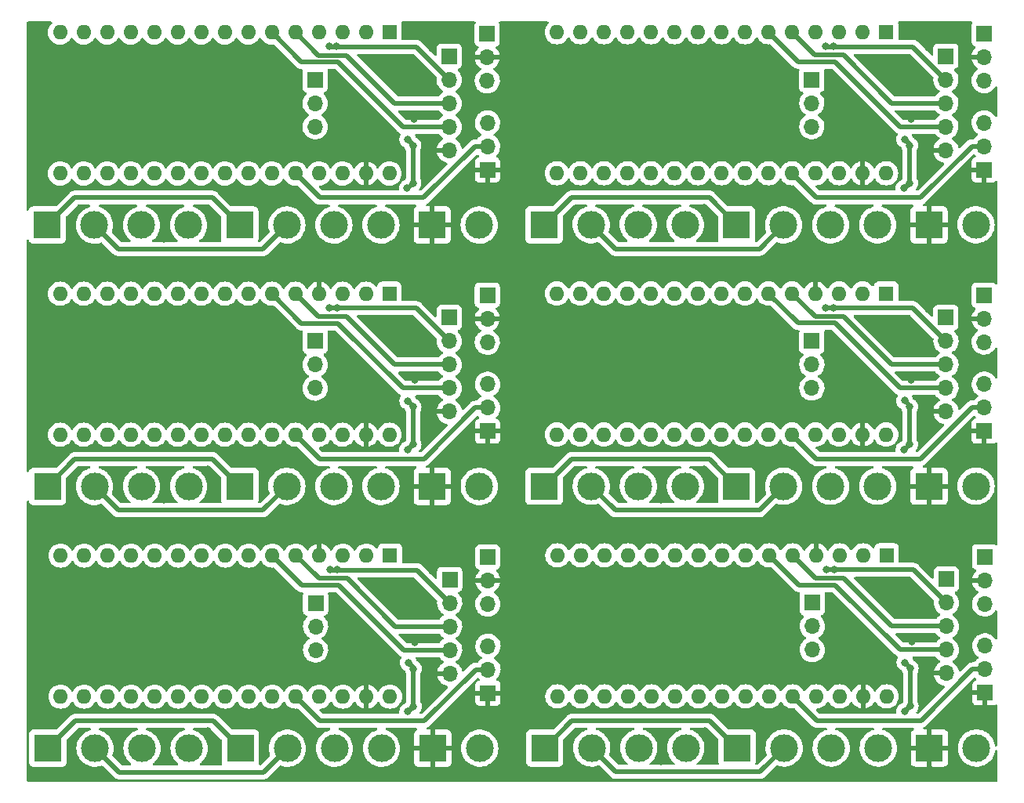
<source format=gbr>
%TF.GenerationSoftware,KiCad,Pcbnew,(6.0.0)*%
%TF.CreationDate,2022-10-01T22:44:24+02:00*%
%TF.ProjectId,012-Amesis-ColdSartE85,3031322d-416d-4657-9369-732d436f6c64,v0.01_Golf 1.6L 16v *%
%TF.SameCoordinates,Original*%
%TF.FileFunction,Copper,L2,Bot*%
%TF.FilePolarity,Positive*%
%FSLAX46Y46*%
G04 Gerber Fmt 4.6, Leading zero omitted, Abs format (unit mm)*
G04 Created by KiCad (PCBNEW (6.0.0)) date 2022-10-01 22:44:24*
%MOMM*%
%LPD*%
G01*
G04 APERTURE LIST*
%TA.AperFunction,ComponentPad*%
%ADD10R,1.700000X1.700000*%
%TD*%
%TA.AperFunction,ComponentPad*%
%ADD11O,1.700000X1.700000*%
%TD*%
%TA.AperFunction,ComponentPad*%
%ADD12R,1.600000X1.600000*%
%TD*%
%TA.AperFunction,ComponentPad*%
%ADD13O,1.600000X1.600000*%
%TD*%
%TA.AperFunction,ComponentPad*%
%ADD14R,3.000000X3.000000*%
%TD*%
%TA.AperFunction,ComponentPad*%
%ADD15C,3.000000*%
%TD*%
%TA.AperFunction,ViaPad*%
%ADD16C,0.800000*%
%TD*%
%TA.AperFunction,Conductor*%
%ADD17C,0.500000*%
%TD*%
%TA.AperFunction,Conductor*%
%ADD18C,0.250000*%
%TD*%
G04 APERTURE END LIST*
D10*
%TO.P,Jumpers_Option1,1,Pin_1*%
%TO.N,Net-(A1-Pad13)*%
X140263800Y-74289600D03*
D11*
%TO.P,Jumpers_Option1,2,Pin_2*%
%TO.N,GND*%
X140263800Y-76829600D03*
%TO.P,Jumpers_Option1,3,Pin_3*%
%TO.N,Net-(A1-Pad15)*%
X140263800Y-79369600D03*
%TD*%
D12*
%TO.P,A1,1,D1/TX*%
%TO.N,unconnected-(A1-Pad1)*%
X129697400Y-74132200D03*
D13*
%TO.P,A1,2,D0/RX*%
%TO.N,unconnected-(A1-Pad2)*%
X127157400Y-74132200D03*
%TO.P,A1,3,~{RESET}*%
%TO.N,unconnected-(A1-Pad3)*%
X124617400Y-74132200D03*
%TO.P,A1,4,GND*%
%TO.N,GND*%
X122077400Y-74132200D03*
%TO.P,A1,5,D2*%
%TO.N,Net-(A1-Pad5)*%
X119537400Y-74132200D03*
%TO.P,A1,6,D3*%
%TO.N,Net-(A1-Pad6)*%
X116997400Y-74132200D03*
%TO.P,A1,7,D4*%
%TO.N,Net-(A1-Pad7)*%
X114457400Y-74132200D03*
%TO.P,A1,8,D5*%
%TO.N,unconnected-(A1-Pad8)*%
X111917400Y-74132200D03*
%TO.P,A1,9,D6*%
%TO.N,unconnected-(A1-Pad9)*%
X109377400Y-74132200D03*
%TO.P,A1,10,D7*%
%TO.N,unconnected-(A1-Pad10)*%
X106837400Y-74132200D03*
%TO.P,A1,11,D8*%
%TO.N,unconnected-(A1-Pad11)*%
X104297400Y-74132200D03*
%TO.P,A1,12,D9*%
%TO.N,unconnected-(A1-Pad12)*%
X101757400Y-74132200D03*
%TO.P,A1,13,D10*%
%TO.N,Net-(A1-Pad13)*%
X99217400Y-74132200D03*
%TO.P,A1,14,D11*%
%TO.N,unconnected-(A1-Pad14)*%
X96677400Y-74132200D03*
%TO.P,A1,15,D12*%
%TO.N,Net-(A1-Pad15)*%
X94137400Y-74132200D03*
%TO.P,A1,16,D13*%
%TO.N,unconnected-(A1-Pad16)*%
X94137400Y-89372200D03*
%TO.P,A1,17,3V3*%
%TO.N,unconnected-(A1-Pad17)*%
X96677400Y-89372200D03*
%TO.P,A1,18,AREF*%
%TO.N,unconnected-(A1-Pad18)*%
X99217400Y-89372200D03*
%TO.P,A1,19,A0*%
%TO.N,unconnected-(A1-Pad19)*%
X101757400Y-89372200D03*
%TO.P,A1,20,A1*%
%TO.N,unconnected-(A1-Pad20)*%
X104297400Y-89372200D03*
%TO.P,A1,21,A2*%
%TO.N,unconnected-(A1-Pad21)*%
X106837400Y-89372200D03*
%TO.P,A1,22,A3*%
%TO.N,unconnected-(A1-Pad22)*%
X109377400Y-89372200D03*
%TO.P,A1,23,A4*%
%TO.N,unconnected-(A1-Pad23)*%
X111917400Y-89372200D03*
%TO.P,A1,24,A5*%
%TO.N,unconnected-(A1-Pad24)*%
X114457400Y-89372200D03*
%TO.P,A1,25,A6*%
%TO.N,unconnected-(A1-Pad25)*%
X116997400Y-89372200D03*
%TO.P,A1,26,A7*%
%TO.N,Net-(A1-Pad26)*%
X119537400Y-89372200D03*
%TO.P,A1,27,+5V*%
%TO.N,Net-(A1-Pad27)*%
X122077400Y-89372200D03*
%TO.P,A1,28,~{RESET}*%
%TO.N,unconnected-(A1-Pad28)*%
X124617400Y-89372200D03*
%TO.P,A1,29,GND*%
%TO.N,GND*%
X127157400Y-89372200D03*
%TO.P,A1,30,VIN*%
%TO.N,Net-(A1-Pad30)*%
X129697400Y-89372200D03*
%TD*%
D14*
%TO.P,G2/G62_InPut_IAT1,1,Pin_1*%
%TO.N,Net-(G2/G62_InPut_IAT1-Pad1)*%
X92765800Y-94950200D03*
D15*
%TO.P,G2/G62_InPut_IAT1,2,Pin_2*%
%TO.N,Net-(G2/G62_InPut_IAT1-Pad2)*%
X97845800Y-94950200D03*
%TO.P,G2/G62_InPut_IAT1,3,Pin_3*%
%TO.N,Net-(G2/G62_InPut_IAT1-Pad3)*%
X102925800Y-94950200D03*
%TO.P,G2/G62_InPut_IAT1,4,Pin_4*%
%TO.N,Net-(G2/G62_InPut_IAT1-Pad4)*%
X108005800Y-94950200D03*
%TD*%
D10*
%TO.P,J3,1,Pin_1*%
%TO.N,Net-(G2/G62_OutPut_IAT1-Pad3)*%
X121671000Y-79253000D03*
D11*
%TO.P,J3,2,Pin_2*%
%TO.N,Net-(G2/G62_InPut_IAT1-Pad3)*%
X121671000Y-81793000D03*
%TO.P,J3,3,Pin_3*%
%TO.N,unconnected-(J3-Pad3)*%
X121671000Y-84333000D03*
%TD*%
D10*
%TO.P,J2,1,Pin_1*%
%TO.N,Net-(A1-Pad27)*%
X136149000Y-76713000D03*
D11*
%TO.P,J2,2,Pin_2*%
%TO.N,Net-(A1-Pad7)*%
X136149000Y-79253000D03*
%TO.P,J2,3,Pin_3*%
%TO.N,Net-(A1-Pad5)*%
X136149000Y-81793000D03*
%TO.P,J2,4,Pin_4*%
%TO.N,Net-(A1-Pad6)*%
X136149000Y-84333000D03*
%TO.P,J2,5,Pin_5*%
%TO.N,GND*%
X136149000Y-86873000D03*
%TD*%
D14*
%TO.P,G2/G62_OutPut_IAT1,1,Pin_1*%
%TO.N,Net-(G2/G62_InPut_IAT1-Pad1)*%
X113543000Y-94950200D03*
D15*
%TO.P,G2/G62_OutPut_IAT1,2,Pin_2*%
%TO.N,Net-(G2/G62_InPut_IAT1-Pad2)*%
X118623000Y-94950200D03*
%TO.P,G2/G62_OutPut_IAT1,3,Pin_3*%
%TO.N,Net-(G2/G62_OutPut_IAT1-Pad3)*%
X123703000Y-94950200D03*
%TO.P,G2/G62_OutPut_IAT1,4,Pin_4*%
%TO.N,Net-(G2/G62_InPut_IAT1-Pad4)*%
X128783000Y-94950200D03*
%TD*%
D14*
%TO.P,J1,1,Pin_1*%
%TO.N,GND*%
X134320200Y-94950200D03*
D15*
%TO.P,J1,2,Pin_2*%
%TO.N,Net-(A1-Pad30)*%
X139400200Y-94950200D03*
%TD*%
D10*
%TO.P,J3,1,Pin_1*%
%TO.N,Net-(G2/G62_OutPut_IAT1-Pad3)*%
X121620200Y-50957400D03*
D11*
%TO.P,J3,2,Pin_2*%
%TO.N,Net-(G2/G62_InPut_IAT1-Pad3)*%
X121620200Y-53497400D03*
%TO.P,J3,3,Pin_3*%
%TO.N,unconnected-(J3-Pad3)*%
X121620200Y-56037400D03*
%TD*%
D14*
%TO.P,G2/G62_InPut_IAT1,1,Pin_1*%
%TO.N,Net-(G2/G62_InPut_IAT1-Pad1)*%
X92710000Y-38404800D03*
D15*
%TO.P,G2/G62_InPut_IAT1,2,Pin_2*%
%TO.N,Net-(G2/G62_InPut_IAT1-Pad2)*%
X97790000Y-38404800D03*
%TO.P,G2/G62_InPut_IAT1,3,Pin_3*%
%TO.N,Net-(G2/G62_InPut_IAT1-Pad3)*%
X102870000Y-38404800D03*
%TO.P,G2/G62_InPut_IAT1,4,Pin_4*%
%TO.N,Net-(G2/G62_InPut_IAT1-Pad4)*%
X107950000Y-38404800D03*
%TD*%
D10*
%TO.P,J2,1,Pin_1*%
%TO.N,Net-(A1-Pad27)*%
X136093200Y-20167600D03*
D11*
%TO.P,J2,2,Pin_2*%
%TO.N,Net-(A1-Pad7)*%
X136093200Y-22707600D03*
%TO.P,J2,3,Pin_3*%
%TO.N,Net-(A1-Pad5)*%
X136093200Y-25247600D03*
%TO.P,J2,4,Pin_4*%
%TO.N,Net-(A1-Pad6)*%
X136093200Y-27787600D03*
%TO.P,J2,5,Pin_5*%
%TO.N,GND*%
X136093200Y-30327600D03*
%TD*%
D10*
%TO.P,IAT_Interne1,1,1*%
%TO.N,GND*%
X140288800Y-88991600D03*
D11*
%TO.P,IAT_Interne1,2,2*%
%TO.N,Net-(A1-Pad26)*%
X140288800Y-86451600D03*
%TO.P,IAT_Interne1,3,3*%
%TO.N,Net-(A1-Pad27)*%
X140288800Y-83911600D03*
%TD*%
D10*
%TO.P,J2,1,Pin_1*%
%TO.N,Net-(A1-Pad27)*%
X136098200Y-48417400D03*
D11*
%TO.P,J2,2,Pin_2*%
%TO.N,Net-(A1-Pad7)*%
X136098200Y-50957400D03*
%TO.P,J2,3,Pin_3*%
%TO.N,Net-(A1-Pad5)*%
X136098200Y-53497400D03*
%TO.P,J2,4,Pin_4*%
%TO.N,Net-(A1-Pad6)*%
X136098200Y-56037400D03*
%TO.P,J2,5,Pin_5*%
%TO.N,GND*%
X136098200Y-58577400D03*
%TD*%
D10*
%TO.P,J3,1,Pin_1*%
%TO.N,Net-(G2/G62_OutPut_IAT1-Pad3)*%
X121615200Y-22707600D03*
D11*
%TO.P,J3,2,Pin_2*%
%TO.N,Net-(G2/G62_InPut_IAT1-Pad3)*%
X121615200Y-25247600D03*
%TO.P,J3,3,Pin_3*%
%TO.N,unconnected-(J3-Pad3)*%
X121615200Y-27787600D03*
%TD*%
D10*
%TO.P,Jumpers_Option1,1,Pin_1*%
%TO.N,Net-(A1-Pad13)*%
X140208000Y-17744200D03*
D11*
%TO.P,Jumpers_Option1,2,Pin_2*%
%TO.N,GND*%
X140208000Y-20284200D03*
%TO.P,Jumpers_Option1,3,Pin_3*%
%TO.N,Net-(A1-Pad15)*%
X140208000Y-22824200D03*
%TD*%
D12*
%TO.P,A1,1,D1/TX*%
%TO.N,unconnected-(A1-Pad1)*%
X129641600Y-17586800D03*
D13*
%TO.P,A1,2,D0/RX*%
%TO.N,unconnected-(A1-Pad2)*%
X127101600Y-17586800D03*
%TO.P,A1,3,~{RESET}*%
%TO.N,unconnected-(A1-Pad3)*%
X124561600Y-17586800D03*
%TO.P,A1,4,GND*%
%TO.N,GND*%
X122021600Y-17586800D03*
%TO.P,A1,5,D2*%
%TO.N,Net-(A1-Pad5)*%
X119481600Y-17586800D03*
%TO.P,A1,6,D3*%
%TO.N,Net-(A1-Pad6)*%
X116941600Y-17586800D03*
%TO.P,A1,7,D4*%
%TO.N,Net-(A1-Pad7)*%
X114401600Y-17586800D03*
%TO.P,A1,8,D5*%
%TO.N,unconnected-(A1-Pad8)*%
X111861600Y-17586800D03*
%TO.P,A1,9,D6*%
%TO.N,unconnected-(A1-Pad9)*%
X109321600Y-17586800D03*
%TO.P,A1,10,D7*%
%TO.N,unconnected-(A1-Pad10)*%
X106781600Y-17586800D03*
%TO.P,A1,11,D8*%
%TO.N,unconnected-(A1-Pad11)*%
X104241600Y-17586800D03*
%TO.P,A1,12,D9*%
%TO.N,unconnected-(A1-Pad12)*%
X101701600Y-17586800D03*
%TO.P,A1,13,D10*%
%TO.N,Net-(A1-Pad13)*%
X99161600Y-17586800D03*
%TO.P,A1,14,D11*%
%TO.N,unconnected-(A1-Pad14)*%
X96621600Y-17586800D03*
%TO.P,A1,15,D12*%
%TO.N,Net-(A1-Pad15)*%
X94081600Y-17586800D03*
%TO.P,A1,16,D13*%
%TO.N,unconnected-(A1-Pad16)*%
X94081600Y-32826800D03*
%TO.P,A1,17,3V3*%
%TO.N,unconnected-(A1-Pad17)*%
X96621600Y-32826800D03*
%TO.P,A1,18,AREF*%
%TO.N,unconnected-(A1-Pad18)*%
X99161600Y-32826800D03*
%TO.P,A1,19,A0*%
%TO.N,unconnected-(A1-Pad19)*%
X101701600Y-32826800D03*
%TO.P,A1,20,A1*%
%TO.N,unconnected-(A1-Pad20)*%
X104241600Y-32826800D03*
%TO.P,A1,21,A2*%
%TO.N,unconnected-(A1-Pad21)*%
X106781600Y-32826800D03*
%TO.P,A1,22,A3*%
%TO.N,unconnected-(A1-Pad22)*%
X109321600Y-32826800D03*
%TO.P,A1,23,A4*%
%TO.N,unconnected-(A1-Pad23)*%
X111861600Y-32826800D03*
%TO.P,A1,24,A5*%
%TO.N,unconnected-(A1-Pad24)*%
X114401600Y-32826800D03*
%TO.P,A1,25,A6*%
%TO.N,unconnected-(A1-Pad25)*%
X116941600Y-32826800D03*
%TO.P,A1,26,A7*%
%TO.N,Net-(A1-Pad26)*%
X119481600Y-32826800D03*
%TO.P,A1,27,+5V*%
%TO.N,Net-(A1-Pad27)*%
X122021600Y-32826800D03*
%TO.P,A1,28,~{RESET}*%
%TO.N,unconnected-(A1-Pad28)*%
X124561600Y-32826800D03*
%TO.P,A1,29,GND*%
%TO.N,GND*%
X127101600Y-32826800D03*
%TO.P,A1,30,VIN*%
%TO.N,Net-(A1-Pad30)*%
X129641600Y-32826800D03*
%TD*%
D14*
%TO.P,J1,1,Pin_1*%
%TO.N,GND*%
X134264400Y-38404800D03*
D15*
%TO.P,J1,2,Pin_2*%
%TO.N,Net-(A1-Pad30)*%
X139344400Y-38404800D03*
%TD*%
D14*
%TO.P,G2/G62_OutPut_IAT1,1,Pin_1*%
%TO.N,Net-(G2/G62_InPut_IAT1-Pad1)*%
X113492200Y-66654600D03*
D15*
%TO.P,G2/G62_OutPut_IAT1,2,Pin_2*%
%TO.N,Net-(G2/G62_InPut_IAT1-Pad2)*%
X118572200Y-66654600D03*
%TO.P,G2/G62_OutPut_IAT1,3,Pin_3*%
%TO.N,Net-(G2/G62_OutPut_IAT1-Pad3)*%
X123652200Y-66654600D03*
%TO.P,G2/G62_OutPut_IAT1,4,Pin_4*%
%TO.N,Net-(G2/G62_InPut_IAT1-Pad4)*%
X128732200Y-66654600D03*
%TD*%
D10*
%TO.P,IAT_Interne1,1,1*%
%TO.N,GND*%
X140238000Y-60696000D03*
D11*
%TO.P,IAT_Interne1,2,2*%
%TO.N,Net-(A1-Pad26)*%
X140238000Y-58156000D03*
%TO.P,IAT_Interne1,3,3*%
%TO.N,Net-(A1-Pad27)*%
X140238000Y-55616000D03*
%TD*%
D10*
%TO.P,IAT_Interne1,1,1*%
%TO.N,GND*%
X140233000Y-32446200D03*
D11*
%TO.P,IAT_Interne1,2,2*%
%TO.N,Net-(A1-Pad26)*%
X140233000Y-29906200D03*
%TO.P,IAT_Interne1,3,3*%
%TO.N,Net-(A1-Pad27)*%
X140233000Y-27366200D03*
%TD*%
D10*
%TO.P,Jumpers_Option1,1,Pin_1*%
%TO.N,Net-(A1-Pad13)*%
X140213000Y-45994000D03*
D11*
%TO.P,Jumpers_Option1,2,Pin_2*%
%TO.N,GND*%
X140213000Y-48534000D03*
%TO.P,Jumpers_Option1,3,Pin_3*%
%TO.N,Net-(A1-Pad15)*%
X140213000Y-51074000D03*
%TD*%
D14*
%TO.P,G2/G62_OutPut_IAT1,1,Pin_1*%
%TO.N,Net-(G2/G62_InPut_IAT1-Pad1)*%
X113487200Y-38404800D03*
D15*
%TO.P,G2/G62_OutPut_IAT1,2,Pin_2*%
%TO.N,Net-(G2/G62_InPut_IAT1-Pad2)*%
X118567200Y-38404800D03*
%TO.P,G2/G62_OutPut_IAT1,3,Pin_3*%
%TO.N,Net-(G2/G62_OutPut_IAT1-Pad3)*%
X123647200Y-38404800D03*
%TO.P,G2/G62_OutPut_IAT1,4,Pin_4*%
%TO.N,Net-(G2/G62_InPut_IAT1-Pad4)*%
X128727200Y-38404800D03*
%TD*%
D12*
%TO.P,A1,1,D1/TX*%
%TO.N,unconnected-(A1-Pad1)*%
X129646600Y-45836600D03*
D13*
%TO.P,A1,2,D0/RX*%
%TO.N,unconnected-(A1-Pad2)*%
X127106600Y-45836600D03*
%TO.P,A1,3,~{RESET}*%
%TO.N,unconnected-(A1-Pad3)*%
X124566600Y-45836600D03*
%TO.P,A1,4,GND*%
%TO.N,GND*%
X122026600Y-45836600D03*
%TO.P,A1,5,D2*%
%TO.N,Net-(A1-Pad5)*%
X119486600Y-45836600D03*
%TO.P,A1,6,D3*%
%TO.N,Net-(A1-Pad6)*%
X116946600Y-45836600D03*
%TO.P,A1,7,D4*%
%TO.N,Net-(A1-Pad7)*%
X114406600Y-45836600D03*
%TO.P,A1,8,D5*%
%TO.N,unconnected-(A1-Pad8)*%
X111866600Y-45836600D03*
%TO.P,A1,9,D6*%
%TO.N,unconnected-(A1-Pad9)*%
X109326600Y-45836600D03*
%TO.P,A1,10,D7*%
%TO.N,unconnected-(A1-Pad10)*%
X106786600Y-45836600D03*
%TO.P,A1,11,D8*%
%TO.N,unconnected-(A1-Pad11)*%
X104246600Y-45836600D03*
%TO.P,A1,12,D9*%
%TO.N,unconnected-(A1-Pad12)*%
X101706600Y-45836600D03*
%TO.P,A1,13,D10*%
%TO.N,Net-(A1-Pad13)*%
X99166600Y-45836600D03*
%TO.P,A1,14,D11*%
%TO.N,unconnected-(A1-Pad14)*%
X96626600Y-45836600D03*
%TO.P,A1,15,D12*%
%TO.N,Net-(A1-Pad15)*%
X94086600Y-45836600D03*
%TO.P,A1,16,D13*%
%TO.N,unconnected-(A1-Pad16)*%
X94086600Y-61076600D03*
%TO.P,A1,17,3V3*%
%TO.N,unconnected-(A1-Pad17)*%
X96626600Y-61076600D03*
%TO.P,A1,18,AREF*%
%TO.N,unconnected-(A1-Pad18)*%
X99166600Y-61076600D03*
%TO.P,A1,19,A0*%
%TO.N,unconnected-(A1-Pad19)*%
X101706600Y-61076600D03*
%TO.P,A1,20,A1*%
%TO.N,unconnected-(A1-Pad20)*%
X104246600Y-61076600D03*
%TO.P,A1,21,A2*%
%TO.N,unconnected-(A1-Pad21)*%
X106786600Y-61076600D03*
%TO.P,A1,22,A3*%
%TO.N,unconnected-(A1-Pad22)*%
X109326600Y-61076600D03*
%TO.P,A1,23,A4*%
%TO.N,unconnected-(A1-Pad23)*%
X111866600Y-61076600D03*
%TO.P,A1,24,A5*%
%TO.N,unconnected-(A1-Pad24)*%
X114406600Y-61076600D03*
%TO.P,A1,25,A6*%
%TO.N,unconnected-(A1-Pad25)*%
X116946600Y-61076600D03*
%TO.P,A1,26,A7*%
%TO.N,Net-(A1-Pad26)*%
X119486600Y-61076600D03*
%TO.P,A1,27,+5V*%
%TO.N,Net-(A1-Pad27)*%
X122026600Y-61076600D03*
%TO.P,A1,28,~{RESET}*%
%TO.N,unconnected-(A1-Pad28)*%
X124566600Y-61076600D03*
%TO.P,A1,29,GND*%
%TO.N,GND*%
X127106600Y-61076600D03*
%TO.P,A1,30,VIN*%
%TO.N,Net-(A1-Pad30)*%
X129646600Y-61076600D03*
%TD*%
D14*
%TO.P,J1,1,Pin_1*%
%TO.N,GND*%
X134269400Y-66654600D03*
D15*
%TO.P,J1,2,Pin_2*%
%TO.N,Net-(A1-Pad30)*%
X139349400Y-66654600D03*
%TD*%
D14*
%TO.P,G2/G62_InPut_IAT1,1,Pin_1*%
%TO.N,Net-(G2/G62_InPut_IAT1-Pad1)*%
X92715000Y-66654600D03*
D15*
%TO.P,G2/G62_InPut_IAT1,2,Pin_2*%
%TO.N,Net-(G2/G62_InPut_IAT1-Pad2)*%
X97795000Y-66654600D03*
%TO.P,G2/G62_InPut_IAT1,3,Pin_3*%
%TO.N,Net-(G2/G62_InPut_IAT1-Pad3)*%
X102875000Y-66654600D03*
%TO.P,G2/G62_InPut_IAT1,4,Pin_4*%
%TO.N,Net-(G2/G62_InPut_IAT1-Pad4)*%
X107955000Y-66654600D03*
%TD*%
D10*
%TO.P,J3,1,Pin_1*%
%TO.N,Net-(G2/G62_OutPut_IAT1-Pad3)*%
X175310800Y-79233900D03*
D11*
%TO.P,J3,2,Pin_2*%
%TO.N,Net-(G2/G62_InPut_IAT1-Pad3)*%
X175310800Y-81773900D03*
%TO.P,J3,3,Pin_3*%
%TO.N,unconnected-(J3-Pad3)*%
X175310800Y-84313900D03*
%TD*%
D10*
%TO.P,J2,1,Pin_1*%
%TO.N,Net-(A1-Pad27)*%
X189788800Y-76693900D03*
D11*
%TO.P,J2,2,Pin_2*%
%TO.N,Net-(A1-Pad7)*%
X189788800Y-79233900D03*
%TO.P,J2,3,Pin_3*%
%TO.N,Net-(A1-Pad5)*%
X189788800Y-81773900D03*
%TO.P,J2,4,Pin_4*%
%TO.N,Net-(A1-Pad6)*%
X189788800Y-84313900D03*
%TO.P,J2,5,Pin_5*%
%TO.N,GND*%
X189788800Y-86853900D03*
%TD*%
D14*
%TO.P,G2/G62_OutPut_IAT1,1,Pin_1*%
%TO.N,Net-(G2/G62_InPut_IAT1-Pad1)*%
X167182800Y-94931100D03*
D15*
%TO.P,G2/G62_OutPut_IAT1,2,Pin_2*%
%TO.N,Net-(G2/G62_InPut_IAT1-Pad2)*%
X172262800Y-94931100D03*
%TO.P,G2/G62_OutPut_IAT1,3,Pin_3*%
%TO.N,Net-(G2/G62_OutPut_IAT1-Pad3)*%
X177342800Y-94931100D03*
%TO.P,G2/G62_OutPut_IAT1,4,Pin_4*%
%TO.N,Net-(G2/G62_InPut_IAT1-Pad4)*%
X182422800Y-94931100D03*
%TD*%
D10*
%TO.P,IAT_Interne1,1,1*%
%TO.N,GND*%
X193928600Y-88972500D03*
D11*
%TO.P,IAT_Interne1,2,2*%
%TO.N,Net-(A1-Pad26)*%
X193928600Y-86432500D03*
%TO.P,IAT_Interne1,3,3*%
%TO.N,Net-(A1-Pad27)*%
X193928600Y-83892500D03*
%TD*%
D10*
%TO.P,Jumpers_Option1,1,Pin_1*%
%TO.N,Net-(A1-Pad13)*%
X193903600Y-74270500D03*
D11*
%TO.P,Jumpers_Option1,2,Pin_2*%
%TO.N,GND*%
X193903600Y-76810500D03*
%TO.P,Jumpers_Option1,3,Pin_3*%
%TO.N,Net-(A1-Pad15)*%
X193903600Y-79350500D03*
%TD*%
D12*
%TO.P,A1,1,D1/TX*%
%TO.N,unconnected-(A1-Pad1)*%
X183337200Y-74113100D03*
D13*
%TO.P,A1,2,D0/RX*%
%TO.N,unconnected-(A1-Pad2)*%
X180797200Y-74113100D03*
%TO.P,A1,3,~{RESET}*%
%TO.N,unconnected-(A1-Pad3)*%
X178257200Y-74113100D03*
%TO.P,A1,4,GND*%
%TO.N,GND*%
X175717200Y-74113100D03*
%TO.P,A1,5,D2*%
%TO.N,Net-(A1-Pad5)*%
X173177200Y-74113100D03*
%TO.P,A1,6,D3*%
%TO.N,Net-(A1-Pad6)*%
X170637200Y-74113100D03*
%TO.P,A1,7,D4*%
%TO.N,Net-(A1-Pad7)*%
X168097200Y-74113100D03*
%TO.P,A1,8,D5*%
%TO.N,unconnected-(A1-Pad8)*%
X165557200Y-74113100D03*
%TO.P,A1,9,D6*%
%TO.N,unconnected-(A1-Pad9)*%
X163017200Y-74113100D03*
%TO.P,A1,10,D7*%
%TO.N,unconnected-(A1-Pad10)*%
X160477200Y-74113100D03*
%TO.P,A1,11,D8*%
%TO.N,unconnected-(A1-Pad11)*%
X157937200Y-74113100D03*
%TO.P,A1,12,D9*%
%TO.N,unconnected-(A1-Pad12)*%
X155397200Y-74113100D03*
%TO.P,A1,13,D10*%
%TO.N,Net-(A1-Pad13)*%
X152857200Y-74113100D03*
%TO.P,A1,14,D11*%
%TO.N,unconnected-(A1-Pad14)*%
X150317200Y-74113100D03*
%TO.P,A1,15,D12*%
%TO.N,Net-(A1-Pad15)*%
X147777200Y-74113100D03*
%TO.P,A1,16,D13*%
%TO.N,unconnected-(A1-Pad16)*%
X147777200Y-89353100D03*
%TO.P,A1,17,3V3*%
%TO.N,unconnected-(A1-Pad17)*%
X150317200Y-89353100D03*
%TO.P,A1,18,AREF*%
%TO.N,unconnected-(A1-Pad18)*%
X152857200Y-89353100D03*
%TO.P,A1,19,A0*%
%TO.N,unconnected-(A1-Pad19)*%
X155397200Y-89353100D03*
%TO.P,A1,20,A1*%
%TO.N,unconnected-(A1-Pad20)*%
X157937200Y-89353100D03*
%TO.P,A1,21,A2*%
%TO.N,unconnected-(A1-Pad21)*%
X160477200Y-89353100D03*
%TO.P,A1,22,A3*%
%TO.N,unconnected-(A1-Pad22)*%
X163017200Y-89353100D03*
%TO.P,A1,23,A4*%
%TO.N,unconnected-(A1-Pad23)*%
X165557200Y-89353100D03*
%TO.P,A1,24,A5*%
%TO.N,unconnected-(A1-Pad24)*%
X168097200Y-89353100D03*
%TO.P,A1,25,A6*%
%TO.N,unconnected-(A1-Pad25)*%
X170637200Y-89353100D03*
%TO.P,A1,26,A7*%
%TO.N,Net-(A1-Pad26)*%
X173177200Y-89353100D03*
%TO.P,A1,27,+5V*%
%TO.N,Net-(A1-Pad27)*%
X175717200Y-89353100D03*
%TO.P,A1,28,~{RESET}*%
%TO.N,unconnected-(A1-Pad28)*%
X178257200Y-89353100D03*
%TO.P,A1,29,GND*%
%TO.N,GND*%
X180797200Y-89353100D03*
%TO.P,A1,30,VIN*%
%TO.N,Net-(A1-Pad30)*%
X183337200Y-89353100D03*
%TD*%
D14*
%TO.P,J1,1,Pin_1*%
%TO.N,GND*%
X187960000Y-94931100D03*
D15*
%TO.P,J1,2,Pin_2*%
%TO.N,Net-(A1-Pad30)*%
X193040000Y-94931100D03*
%TD*%
D14*
%TO.P,G2/G62_InPut_IAT1,1,Pin_1*%
%TO.N,Net-(G2/G62_InPut_IAT1-Pad1)*%
X146405600Y-94931100D03*
D15*
%TO.P,G2/G62_InPut_IAT1,2,Pin_2*%
%TO.N,Net-(G2/G62_InPut_IAT1-Pad2)*%
X151485600Y-94931100D03*
%TO.P,G2/G62_InPut_IAT1,3,Pin_3*%
%TO.N,Net-(G2/G62_InPut_IAT1-Pad3)*%
X156565600Y-94931100D03*
%TO.P,G2/G62_InPut_IAT1,4,Pin_4*%
%TO.N,Net-(G2/G62_InPut_IAT1-Pad4)*%
X161645600Y-94931100D03*
%TD*%
D12*
%TO.P,A1,1,D1/TX*%
%TO.N,unconnected-(A1-Pad1)*%
X183281400Y-17567700D03*
D13*
%TO.P,A1,2,D0/RX*%
%TO.N,unconnected-(A1-Pad2)*%
X180741400Y-17567700D03*
%TO.P,A1,3,~{RESET}*%
%TO.N,unconnected-(A1-Pad3)*%
X178201400Y-17567700D03*
%TO.P,A1,4,GND*%
%TO.N,GND*%
X175661400Y-17567700D03*
%TO.P,A1,5,D2*%
%TO.N,Net-(A1-Pad5)*%
X173121400Y-17567700D03*
%TO.P,A1,6,D3*%
%TO.N,Net-(A1-Pad6)*%
X170581400Y-17567700D03*
%TO.P,A1,7,D4*%
%TO.N,Net-(A1-Pad7)*%
X168041400Y-17567700D03*
%TO.P,A1,8,D5*%
%TO.N,unconnected-(A1-Pad8)*%
X165501400Y-17567700D03*
%TO.P,A1,9,D6*%
%TO.N,unconnected-(A1-Pad9)*%
X162961400Y-17567700D03*
%TO.P,A1,10,D7*%
%TO.N,unconnected-(A1-Pad10)*%
X160421400Y-17567700D03*
%TO.P,A1,11,D8*%
%TO.N,unconnected-(A1-Pad11)*%
X157881400Y-17567700D03*
%TO.P,A1,12,D9*%
%TO.N,unconnected-(A1-Pad12)*%
X155341400Y-17567700D03*
%TO.P,A1,13,D10*%
%TO.N,Net-(A1-Pad13)*%
X152801400Y-17567700D03*
%TO.P,A1,14,D11*%
%TO.N,unconnected-(A1-Pad14)*%
X150261400Y-17567700D03*
%TO.P,A1,15,D12*%
%TO.N,Net-(A1-Pad15)*%
X147721400Y-17567700D03*
%TO.P,A1,16,D13*%
%TO.N,unconnected-(A1-Pad16)*%
X147721400Y-32807700D03*
%TO.P,A1,17,3V3*%
%TO.N,unconnected-(A1-Pad17)*%
X150261400Y-32807700D03*
%TO.P,A1,18,AREF*%
%TO.N,unconnected-(A1-Pad18)*%
X152801400Y-32807700D03*
%TO.P,A1,19,A0*%
%TO.N,unconnected-(A1-Pad19)*%
X155341400Y-32807700D03*
%TO.P,A1,20,A1*%
%TO.N,unconnected-(A1-Pad20)*%
X157881400Y-32807700D03*
%TO.P,A1,21,A2*%
%TO.N,unconnected-(A1-Pad21)*%
X160421400Y-32807700D03*
%TO.P,A1,22,A3*%
%TO.N,unconnected-(A1-Pad22)*%
X162961400Y-32807700D03*
%TO.P,A1,23,A4*%
%TO.N,unconnected-(A1-Pad23)*%
X165501400Y-32807700D03*
%TO.P,A1,24,A5*%
%TO.N,unconnected-(A1-Pad24)*%
X168041400Y-32807700D03*
%TO.P,A1,25,A6*%
%TO.N,unconnected-(A1-Pad25)*%
X170581400Y-32807700D03*
%TO.P,A1,26,A7*%
%TO.N,Net-(A1-Pad26)*%
X173121400Y-32807700D03*
%TO.P,A1,27,+5V*%
%TO.N,Net-(A1-Pad27)*%
X175661400Y-32807700D03*
%TO.P,A1,28,~{RESET}*%
%TO.N,unconnected-(A1-Pad28)*%
X178201400Y-32807700D03*
%TO.P,A1,29,GND*%
%TO.N,GND*%
X180741400Y-32807700D03*
%TO.P,A1,30,VIN*%
%TO.N,Net-(A1-Pad30)*%
X183281400Y-32807700D03*
%TD*%
D14*
%TO.P,G2/G62_OutPut_IAT1,1,Pin_1*%
%TO.N,Net-(G2/G62_InPut_IAT1-Pad1)*%
X167132000Y-66635500D03*
D15*
%TO.P,G2/G62_OutPut_IAT1,2,Pin_2*%
%TO.N,Net-(G2/G62_InPut_IAT1-Pad2)*%
X172212000Y-66635500D03*
%TO.P,G2/G62_OutPut_IAT1,3,Pin_3*%
%TO.N,Net-(G2/G62_OutPut_IAT1-Pad3)*%
X177292000Y-66635500D03*
%TO.P,G2/G62_OutPut_IAT1,4,Pin_4*%
%TO.N,Net-(G2/G62_InPut_IAT1-Pad4)*%
X182372000Y-66635500D03*
%TD*%
D14*
%TO.P,J1,1,Pin_1*%
%TO.N,GND*%
X187904200Y-38385700D03*
D15*
%TO.P,J1,2,Pin_2*%
%TO.N,Net-(A1-Pad30)*%
X192984200Y-38385700D03*
%TD*%
D10*
%TO.P,IAT_Interne1,1,1*%
%TO.N,GND*%
X193877800Y-60676900D03*
D11*
%TO.P,IAT_Interne1,2,2*%
%TO.N,Net-(A1-Pad26)*%
X193877800Y-58136900D03*
%TO.P,IAT_Interne1,3,3*%
%TO.N,Net-(A1-Pad27)*%
X193877800Y-55596900D03*
%TD*%
D10*
%TO.P,Jumpers_Option1,1,Pin_1*%
%TO.N,Net-(A1-Pad13)*%
X193847800Y-17725100D03*
D11*
%TO.P,Jumpers_Option1,2,Pin_2*%
%TO.N,GND*%
X193847800Y-20265100D03*
%TO.P,Jumpers_Option1,3,Pin_3*%
%TO.N,Net-(A1-Pad15)*%
X193847800Y-22805100D03*
%TD*%
D14*
%TO.P,G2/G62_InPut_IAT1,1,Pin_1*%
%TO.N,Net-(G2/G62_InPut_IAT1-Pad1)*%
X146354800Y-66635500D03*
D15*
%TO.P,G2/G62_InPut_IAT1,2,Pin_2*%
%TO.N,Net-(G2/G62_InPut_IAT1-Pad2)*%
X151434800Y-66635500D03*
%TO.P,G2/G62_InPut_IAT1,3,Pin_3*%
%TO.N,Net-(G2/G62_InPut_IAT1-Pad3)*%
X156514800Y-66635500D03*
%TO.P,G2/G62_InPut_IAT1,4,Pin_4*%
%TO.N,Net-(G2/G62_InPut_IAT1-Pad4)*%
X161594800Y-66635500D03*
%TD*%
D14*
%TO.P,G2/G62_OutPut_IAT1,1,Pin_1*%
%TO.N,Net-(G2/G62_InPut_IAT1-Pad1)*%
X167127000Y-38385700D03*
D15*
%TO.P,G2/G62_OutPut_IAT1,2,Pin_2*%
%TO.N,Net-(G2/G62_InPut_IAT1-Pad2)*%
X172207000Y-38385700D03*
%TO.P,G2/G62_OutPut_IAT1,3,Pin_3*%
%TO.N,Net-(G2/G62_OutPut_IAT1-Pad3)*%
X177287000Y-38385700D03*
%TO.P,G2/G62_OutPut_IAT1,4,Pin_4*%
%TO.N,Net-(G2/G62_InPut_IAT1-Pad4)*%
X182367000Y-38385700D03*
%TD*%
D14*
%TO.P,J1,1,Pin_1*%
%TO.N,GND*%
X187909200Y-66635500D03*
D15*
%TO.P,J1,2,Pin_2*%
%TO.N,Net-(A1-Pad30)*%
X192989200Y-66635500D03*
%TD*%
D12*
%TO.P,A1,1,D1/TX*%
%TO.N,unconnected-(A1-Pad1)*%
X183286400Y-45817500D03*
D13*
%TO.P,A1,2,D0/RX*%
%TO.N,unconnected-(A1-Pad2)*%
X180746400Y-45817500D03*
%TO.P,A1,3,~{RESET}*%
%TO.N,unconnected-(A1-Pad3)*%
X178206400Y-45817500D03*
%TO.P,A1,4,GND*%
%TO.N,GND*%
X175666400Y-45817500D03*
%TO.P,A1,5,D2*%
%TO.N,Net-(A1-Pad5)*%
X173126400Y-45817500D03*
%TO.P,A1,6,D3*%
%TO.N,Net-(A1-Pad6)*%
X170586400Y-45817500D03*
%TO.P,A1,7,D4*%
%TO.N,Net-(A1-Pad7)*%
X168046400Y-45817500D03*
%TO.P,A1,8,D5*%
%TO.N,unconnected-(A1-Pad8)*%
X165506400Y-45817500D03*
%TO.P,A1,9,D6*%
%TO.N,unconnected-(A1-Pad9)*%
X162966400Y-45817500D03*
%TO.P,A1,10,D7*%
%TO.N,unconnected-(A1-Pad10)*%
X160426400Y-45817500D03*
%TO.P,A1,11,D8*%
%TO.N,unconnected-(A1-Pad11)*%
X157886400Y-45817500D03*
%TO.P,A1,12,D9*%
%TO.N,unconnected-(A1-Pad12)*%
X155346400Y-45817500D03*
%TO.P,A1,13,D10*%
%TO.N,Net-(A1-Pad13)*%
X152806400Y-45817500D03*
%TO.P,A1,14,D11*%
%TO.N,unconnected-(A1-Pad14)*%
X150266400Y-45817500D03*
%TO.P,A1,15,D12*%
%TO.N,Net-(A1-Pad15)*%
X147726400Y-45817500D03*
%TO.P,A1,16,D13*%
%TO.N,unconnected-(A1-Pad16)*%
X147726400Y-61057500D03*
%TO.P,A1,17,3V3*%
%TO.N,unconnected-(A1-Pad17)*%
X150266400Y-61057500D03*
%TO.P,A1,18,AREF*%
%TO.N,unconnected-(A1-Pad18)*%
X152806400Y-61057500D03*
%TO.P,A1,19,A0*%
%TO.N,unconnected-(A1-Pad19)*%
X155346400Y-61057500D03*
%TO.P,A1,20,A1*%
%TO.N,unconnected-(A1-Pad20)*%
X157886400Y-61057500D03*
%TO.P,A1,21,A2*%
%TO.N,unconnected-(A1-Pad21)*%
X160426400Y-61057500D03*
%TO.P,A1,22,A3*%
%TO.N,unconnected-(A1-Pad22)*%
X162966400Y-61057500D03*
%TO.P,A1,23,A4*%
%TO.N,unconnected-(A1-Pad23)*%
X165506400Y-61057500D03*
%TO.P,A1,24,A5*%
%TO.N,unconnected-(A1-Pad24)*%
X168046400Y-61057500D03*
%TO.P,A1,25,A6*%
%TO.N,unconnected-(A1-Pad25)*%
X170586400Y-61057500D03*
%TO.P,A1,26,A7*%
%TO.N,Net-(A1-Pad26)*%
X173126400Y-61057500D03*
%TO.P,A1,27,+5V*%
%TO.N,Net-(A1-Pad27)*%
X175666400Y-61057500D03*
%TO.P,A1,28,~{RESET}*%
%TO.N,unconnected-(A1-Pad28)*%
X178206400Y-61057500D03*
%TO.P,A1,29,GND*%
%TO.N,GND*%
X180746400Y-61057500D03*
%TO.P,A1,30,VIN*%
%TO.N,Net-(A1-Pad30)*%
X183286400Y-61057500D03*
%TD*%
D10*
%TO.P,Jumpers_Option1,1,Pin_1*%
%TO.N,Net-(A1-Pad13)*%
X193852800Y-45974900D03*
D11*
%TO.P,Jumpers_Option1,2,Pin_2*%
%TO.N,GND*%
X193852800Y-48514900D03*
%TO.P,Jumpers_Option1,3,Pin_3*%
%TO.N,Net-(A1-Pad15)*%
X193852800Y-51054900D03*
%TD*%
D10*
%TO.P,IAT_Interne1,1,1*%
%TO.N,GND*%
X193872800Y-32427100D03*
D11*
%TO.P,IAT_Interne1,2,2*%
%TO.N,Net-(A1-Pad26)*%
X193872800Y-29887100D03*
%TO.P,IAT_Interne1,3,3*%
%TO.N,Net-(A1-Pad27)*%
X193872800Y-27347100D03*
%TD*%
D14*
%TO.P,G2/G62_InPut_IAT1,1,Pin_1*%
%TO.N,Net-(G2/G62_InPut_IAT1-Pad1)*%
X146349800Y-38385700D03*
D15*
%TO.P,G2/G62_InPut_IAT1,2,Pin_2*%
%TO.N,Net-(G2/G62_InPut_IAT1-Pad2)*%
X151429800Y-38385700D03*
%TO.P,G2/G62_InPut_IAT1,3,Pin_3*%
%TO.N,Net-(G2/G62_InPut_IAT1-Pad3)*%
X156509800Y-38385700D03*
%TO.P,G2/G62_InPut_IAT1,4,Pin_4*%
%TO.N,Net-(G2/G62_InPut_IAT1-Pad4)*%
X161589800Y-38385700D03*
%TD*%
D10*
%TO.P,J2,1,Pin_1*%
%TO.N,Net-(A1-Pad27)*%
X189733000Y-20148500D03*
D11*
%TO.P,J2,2,Pin_2*%
%TO.N,Net-(A1-Pad7)*%
X189733000Y-22688500D03*
%TO.P,J2,3,Pin_3*%
%TO.N,Net-(A1-Pad5)*%
X189733000Y-25228500D03*
%TO.P,J2,4,Pin_4*%
%TO.N,Net-(A1-Pad6)*%
X189733000Y-27768500D03*
%TO.P,J2,5,Pin_5*%
%TO.N,GND*%
X189733000Y-30308500D03*
%TD*%
D10*
%TO.P,J3,1,Pin_1*%
%TO.N,Net-(G2/G62_OutPut_IAT1-Pad3)*%
X175260000Y-50938300D03*
D11*
%TO.P,J3,2,Pin_2*%
%TO.N,Net-(G2/G62_InPut_IAT1-Pad3)*%
X175260000Y-53478300D03*
%TO.P,J3,3,Pin_3*%
%TO.N,unconnected-(J3-Pad3)*%
X175260000Y-56018300D03*
%TD*%
D10*
%TO.P,J3,1,Pin_1*%
%TO.N,Net-(G2/G62_OutPut_IAT1-Pad3)*%
X175255000Y-22688500D03*
D11*
%TO.P,J3,2,Pin_2*%
%TO.N,Net-(G2/G62_InPut_IAT1-Pad3)*%
X175255000Y-25228500D03*
%TO.P,J3,3,Pin_3*%
%TO.N,unconnected-(J3-Pad3)*%
X175255000Y-27768500D03*
%TD*%
D10*
%TO.P,J2,1,Pin_1*%
%TO.N,Net-(A1-Pad27)*%
X189738000Y-48398300D03*
D11*
%TO.P,J2,2,Pin_2*%
%TO.N,Net-(A1-Pad7)*%
X189738000Y-50938300D03*
%TO.P,J2,3,Pin_3*%
%TO.N,Net-(A1-Pad5)*%
X189738000Y-53478300D03*
%TO.P,J2,4,Pin_4*%
%TO.N,Net-(A1-Pad6)*%
X189738000Y-56018300D03*
%TO.P,J2,5,Pin_5*%
%TO.N,GND*%
X189738000Y-58558300D03*
%TD*%
D16*
%TO.N,Net-(G2/G62_OutPut_IAT1-Pad3)*%
X131627800Y-90987800D03*
%TO.N,GND*%
X131831000Y-74020600D03*
X110037800Y-93121400D03*
%TO.N,Net-(G2/G62_OutPut_IAT1-Pad3)*%
X131678600Y-85704600D03*
%TO.N,GND*%
X137215800Y-96880600D03*
X130561000Y-96931400D03*
X95458200Y-96880600D03*
X130865800Y-79354600D03*
%TO.N,Net-(G2/G62_OutPut_IAT1-Pad3)*%
X132237400Y-86365000D03*
%TO.N,Net-(A1-Pad7)*%
X123195000Y-75646200D03*
%TO.N,GND*%
X132389800Y-83483500D03*
X105364200Y-96423400D03*
X100284200Y-93883400D03*
X98404600Y-75900200D03*
X95051800Y-76865400D03*
X134269400Y-75849400D03*
%TO.N,Net-(A1-Pad7)*%
X124007800Y-75646200D03*
%TO.N,GND*%
X96677400Y-87177800D03*
X108158200Y-75443000D03*
%TO.N,Net-(G2/G62_OutPut_IAT1-Pad3)*%
X132237400Y-90429000D03*
%TO.N,GND*%
X95402400Y-40335200D03*
X96621600Y-30632400D03*
X130810000Y-22809200D03*
X96626600Y-58882200D03*
%TO.N,Net-(G2/G62_OutPut_IAT1-Pad3)*%
X131572000Y-34442400D03*
X132186600Y-58069400D03*
%TO.N,GND*%
X130510200Y-68635800D03*
%TO.N,Net-(G2/G62_OutPut_IAT1-Pad3)*%
X131622800Y-29159200D03*
%TO.N,GND*%
X105313400Y-68127800D03*
%TO.N,Net-(G2/G62_OutPut_IAT1-Pad3)*%
X132186600Y-62133400D03*
%TO.N,GND*%
X109982000Y-36576000D03*
%TO.N,Net-(A1-Pad7)*%
X123144200Y-47350600D03*
%TO.N,GND*%
X131780200Y-45725000D03*
X98353800Y-47604600D03*
X109987000Y-64825800D03*
X98348800Y-19354800D03*
%TO.N,Net-(A1-Pad7)*%
X123952000Y-19100800D03*
X123139200Y-19100800D03*
%TO.N,GND*%
X134218600Y-47553800D03*
X131775200Y-17475200D03*
X134213600Y-19304000D03*
X108102400Y-18897600D03*
X130815000Y-51059000D03*
X105308400Y-39878000D03*
%TO.N,Net-(G2/G62_OutPut_IAT1-Pad3)*%
X132181600Y-33883600D03*
X131577000Y-62692200D03*
X132181600Y-29819600D03*
X131627800Y-57409000D03*
%TO.N,GND*%
X130505200Y-40386000D03*
X137165000Y-68585000D03*
%TO.N,Net-(A1-Pad7)*%
X123957000Y-47350600D03*
%TO.N,GND*%
X132339000Y-55187900D03*
X100228400Y-37338000D03*
X100233400Y-65587800D03*
X137160000Y-40335200D03*
X95001000Y-48569800D03*
X108107400Y-47147400D03*
X132334000Y-26938100D03*
X95407400Y-68585000D03*
X94996000Y-20320000D03*
X150317200Y-87158700D03*
%TO.N,Net-(G2/G62_OutPut_IAT1-Pad3)*%
X185877200Y-86345900D03*
%TO.N,GND*%
X184200800Y-96912300D03*
X159004000Y-96404300D03*
%TO.N,Net-(G2/G62_OutPut_IAT1-Pad3)*%
X185877200Y-90409900D03*
%TO.N,Net-(A1-Pad7)*%
X176834800Y-75627100D03*
%TO.N,GND*%
X185470800Y-74001500D03*
X152044400Y-75881100D03*
X163677600Y-93102300D03*
X187909200Y-75830300D03*
X184505600Y-79335500D03*
%TO.N,Net-(G2/G62_OutPut_IAT1-Pad3)*%
X185267600Y-90968700D03*
X185318400Y-85685500D03*
%TO.N,GND*%
X190855600Y-96861500D03*
%TO.N,Net-(A1-Pad7)*%
X177647600Y-75627100D03*
%TO.N,GND*%
X186029600Y-83464400D03*
X153924000Y-93864300D03*
X148691600Y-76846300D03*
X161798000Y-75423900D03*
X149098000Y-96861500D03*
X161747200Y-47128300D03*
X151993600Y-47585500D03*
X148635800Y-20300900D03*
X150261400Y-30613300D03*
X163626800Y-64806700D03*
X158948200Y-39858900D03*
X149047200Y-68565900D03*
X148640800Y-48550700D03*
X150266400Y-58863100D03*
X190804800Y-68565900D03*
X185973800Y-26919000D03*
X187853400Y-19284900D03*
X185420000Y-45705900D03*
X190799800Y-40316100D03*
X185415000Y-17456100D03*
X149042200Y-40316100D03*
X163621800Y-36556900D03*
X153873200Y-65568700D03*
X184150000Y-68616700D03*
X184449800Y-22790100D03*
X151988600Y-19335700D03*
X158953200Y-68108700D03*
X184145000Y-40366900D03*
X153868200Y-37318900D03*
X185978800Y-55168800D03*
X161742200Y-18878500D03*
X184454800Y-51039900D03*
X187858400Y-47534700D03*
%TO.N,Net-(A1-Pad7)*%
X176784000Y-47331500D03*
X177596800Y-47331500D03*
X176779000Y-19081700D03*
X177591800Y-19081700D03*
%TO.N,Net-(G2/G62_OutPut_IAT1-Pad3)*%
X185267600Y-57389900D03*
X185211800Y-34423300D03*
X185826400Y-58050300D03*
X185821400Y-29800500D03*
X185826400Y-62114300D03*
X185216800Y-62673100D03*
X185821400Y-33864500D03*
X185262600Y-29140100D03*
%TD*%
D17*
%TO.N,Net-(A1-Pad7)*%
X123245800Y-75697000D02*
X123195000Y-75646200D01*
%TO.N,Net-(G2/G62_InPut_IAT1-Pad1)*%
X92765800Y-94950200D02*
X95712200Y-92003800D01*
%TO.N,Net-(A1-Pad7)*%
X136149000Y-79253000D02*
X132593000Y-75697000D01*
%TO.N,Net-(A1-Pad26)*%
X140288800Y-86451600D02*
X138958000Y-86451600D01*
X122169000Y-92003800D02*
X119537400Y-89372200D01*
%TO.N,Net-(A1-Pad7)*%
X132593000Y-75697000D02*
X123245800Y-75697000D01*
%TO.N,Net-(G2/G62_OutPut_IAT1-Pad3)*%
X132237400Y-86263400D02*
X131678600Y-85704600D01*
D18*
X131627800Y-90987800D02*
X131678600Y-90987800D01*
D17*
%TO.N,Net-(A1-Pad26)*%
X138958000Y-86451600D02*
X133405800Y-92003800D01*
X133405800Y-92003800D02*
X122169000Y-92003800D01*
%TO.N,Net-(G2/G62_OutPut_IAT1-Pad3)*%
X132237400Y-86365000D02*
X132237400Y-90429000D01*
%TO.N,Net-(A1-Pad5)*%
X125074600Y-76611400D02*
X130256200Y-81793000D01*
%TO.N,Net-(A1-Pad6)*%
X136149000Y-84333000D02*
X131170600Y-84333000D01*
%TO.N,Net-(G2/G62_OutPut_IAT1-Pad3)*%
X132237400Y-86365000D02*
X132237400Y-86263400D01*
%TO.N,Net-(A1-Pad6)*%
X124160200Y-77322600D02*
X120187800Y-77322600D01*
%TO.N,Net-(G2/G62_InPut_IAT1-Pad2)*%
X97845800Y-94950200D02*
X100436600Y-97541000D01*
%TO.N,Net-(A1-Pad6)*%
X120187800Y-77322600D02*
X116997400Y-74132200D01*
%TO.N,Net-(G2/G62_InPut_IAT1-Pad2)*%
X116032200Y-97541000D02*
X118623000Y-94950200D01*
%TO.N,Net-(G2/G62_OutPut_IAT1-Pad3)*%
X131678600Y-90987800D02*
X132237400Y-90429000D01*
%TO.N,Net-(G2/G62_InPut_IAT1-Pad2)*%
X100436600Y-97541000D02*
X116032200Y-97541000D01*
%TO.N,Net-(A1-Pad6)*%
X131170600Y-84333000D02*
X124160200Y-77322600D01*
%TO.N,Net-(G2/G62_InPut_IAT1-Pad1)*%
X110596600Y-92003800D02*
X113543000Y-94950200D01*
%TO.N,Net-(A1-Pad5)*%
X122016600Y-76611400D02*
X125074600Y-76611400D01*
%TO.N,Net-(G2/G62_InPut_IAT1-Pad1)*%
X95712200Y-92003800D02*
X110596600Y-92003800D01*
%TO.N,Net-(A1-Pad5)*%
X119537400Y-74132200D02*
X122016600Y-76611400D01*
X130256200Y-81793000D02*
X136149000Y-81793000D01*
%TO.N,Net-(G2/G62_OutPut_IAT1-Pad3)*%
X132186600Y-58069400D02*
X132186600Y-62133400D01*
X132181600Y-29819600D02*
X132181600Y-33883600D01*
X131627800Y-62692200D02*
X132186600Y-62133400D01*
%TO.N,Net-(A1-Pad6)*%
X136098200Y-56037400D02*
X131119800Y-56037400D01*
X120132000Y-20777200D02*
X116941600Y-17586800D01*
%TO.N,Net-(A1-Pad5)*%
X121965800Y-48315800D02*
X125023800Y-48315800D01*
%TO.N,Net-(A1-Pad6)*%
X124109400Y-49027000D02*
X120137000Y-49027000D01*
X131119800Y-56037400D02*
X124109400Y-49027000D01*
X120137000Y-49027000D02*
X116946600Y-45836600D01*
%TO.N,Net-(A1-Pad5)*%
X121960800Y-20066000D02*
X125018800Y-20066000D01*
%TO.N,Net-(A1-Pad6)*%
X131114800Y-27787600D02*
X124104400Y-20777200D01*
X124104400Y-20777200D02*
X120132000Y-20777200D01*
%TO.N,Net-(A1-Pad5)*%
X130205400Y-53497400D02*
X136098200Y-53497400D01*
X119486600Y-45836600D02*
X121965800Y-48315800D01*
X125023800Y-48315800D02*
X130205400Y-53497400D01*
X130200400Y-25247600D02*
X136093200Y-25247600D01*
X125018800Y-20066000D02*
X130200400Y-25247600D01*
X119481600Y-17586800D02*
X121960800Y-20066000D01*
%TO.N,Net-(G2/G62_InPut_IAT1-Pad1)*%
X95661400Y-63708200D02*
X110545800Y-63708200D01*
%TO.N,Net-(G2/G62_InPut_IAT1-Pad2)*%
X100380800Y-40995600D02*
X115976400Y-40995600D01*
%TO.N,Net-(G2/G62_InPut_IAT1-Pad1)*%
X110545800Y-63708200D02*
X113492200Y-66654600D01*
%TO.N,Net-(G2/G62_InPut_IAT1-Pad2)*%
X115981400Y-69245400D02*
X118572200Y-66654600D01*
X97795000Y-66654600D02*
X100385800Y-69245400D01*
X100385800Y-69245400D02*
X115981400Y-69245400D01*
%TO.N,Net-(G2/G62_OutPut_IAT1-Pad3)*%
X132186600Y-58069400D02*
X132186600Y-57967800D01*
X132181600Y-29718000D02*
X131622800Y-29159200D01*
D18*
X131572000Y-34442400D02*
X131622800Y-34442400D01*
D17*
%TO.N,Net-(G2/G62_InPut_IAT1-Pad2)*%
X115976400Y-40995600D02*
X118567200Y-38404800D01*
X97790000Y-38404800D02*
X100380800Y-40995600D01*
%TO.N,Net-(G2/G62_InPut_IAT1-Pad1)*%
X110540800Y-35458400D02*
X113487200Y-38404800D01*
%TO.N,Net-(G2/G62_OutPut_IAT1-Pad3)*%
X132186600Y-57967800D02*
X131627800Y-57409000D01*
X131622800Y-34442400D02*
X132181600Y-33883600D01*
X132181600Y-29819600D02*
X132181600Y-29718000D01*
D18*
X131577000Y-62692200D02*
X131627800Y-62692200D01*
D17*
%TO.N,Net-(G2/G62_InPut_IAT1-Pad1)*%
X95656400Y-35458400D02*
X110540800Y-35458400D01*
X92715000Y-66654600D02*
X95661400Y-63708200D01*
X92710000Y-38404800D02*
X95656400Y-35458400D01*
%TO.N,Net-(A1-Pad26)*%
X138907200Y-58156000D02*
X133355000Y-63708200D01*
X122113200Y-35458400D02*
X119481600Y-32826800D01*
%TO.N,Net-(A1-Pad7)*%
X136098200Y-50957400D02*
X132542200Y-47401400D01*
X132537200Y-19151600D02*
X123190000Y-19151600D01*
X136093200Y-22707600D02*
X132537200Y-19151600D01*
%TO.N,Net-(A1-Pad26)*%
X140238000Y-58156000D02*
X138907200Y-58156000D01*
X133350000Y-35458400D02*
X122113200Y-35458400D01*
X122118200Y-63708200D02*
X119486600Y-61076600D01*
X140233000Y-29906200D02*
X138902200Y-29906200D01*
X133355000Y-63708200D02*
X122118200Y-63708200D01*
%TO.N,Net-(A1-Pad7)*%
X132542200Y-47401400D02*
X123195000Y-47401400D01*
X123195000Y-47401400D02*
X123144200Y-47350600D01*
X123190000Y-19151600D02*
X123139200Y-19100800D01*
%TO.N,Net-(A1-Pad26)*%
X138902200Y-29906200D02*
X133350000Y-35458400D01*
%TO.N,Net-(A1-Pad6)*%
X136093200Y-27787600D02*
X131114800Y-27787600D01*
%TO.N,Net-(G2/G62_OutPut_IAT1-Pad3)*%
X185877200Y-86345900D02*
X185877200Y-90409900D01*
X185318400Y-90968700D02*
X185877200Y-90409900D01*
%TO.N,Net-(A1-Pad6)*%
X189788800Y-84313900D02*
X184810400Y-84313900D01*
%TO.N,Net-(A1-Pad5)*%
X175656400Y-76592300D02*
X178714400Y-76592300D01*
%TO.N,Net-(A1-Pad6)*%
X177800000Y-77303500D02*
X173827600Y-77303500D01*
X184810400Y-84313900D02*
X177800000Y-77303500D01*
X173827600Y-77303500D02*
X170637200Y-74113100D01*
%TO.N,Net-(A1-Pad5)*%
X183896000Y-81773900D02*
X189788800Y-81773900D01*
X173177200Y-74113100D02*
X175656400Y-76592300D01*
X178714400Y-76592300D02*
X183896000Y-81773900D01*
%TO.N,Net-(G2/G62_InPut_IAT1-Pad1)*%
X149352000Y-91984700D02*
X164236400Y-91984700D01*
X164236400Y-91984700D02*
X167182800Y-94931100D01*
%TO.N,Net-(G2/G62_InPut_IAT1-Pad2)*%
X169672000Y-97521900D02*
X172262800Y-94931100D01*
X151485600Y-94931100D02*
X154076400Y-97521900D01*
X154076400Y-97521900D02*
X169672000Y-97521900D01*
%TO.N,Net-(G2/G62_OutPut_IAT1-Pad3)*%
X185877200Y-86345900D02*
X185877200Y-86244300D01*
X185877200Y-86244300D02*
X185318400Y-85685500D01*
D18*
X185267600Y-90968700D02*
X185318400Y-90968700D01*
D17*
%TO.N,Net-(G2/G62_InPut_IAT1-Pad1)*%
X146405600Y-94931100D02*
X149352000Y-91984700D01*
%TO.N,Net-(A1-Pad26)*%
X192597800Y-86432500D02*
X187045600Y-91984700D01*
%TO.N,Net-(A1-Pad7)*%
X189788800Y-79233900D02*
X186232800Y-75677900D01*
%TO.N,Net-(A1-Pad26)*%
X193928600Y-86432500D02*
X192597800Y-86432500D01*
X175808800Y-91984700D02*
X173177200Y-89353100D01*
X187045600Y-91984700D02*
X175808800Y-91984700D01*
%TO.N,Net-(A1-Pad7)*%
X186232800Y-75677900D02*
X176885600Y-75677900D01*
X176885600Y-75677900D02*
X176834800Y-75627100D01*
%TO.N,Net-(A1-Pad5)*%
X173121400Y-17567700D02*
X175600600Y-20046900D01*
X178663600Y-48296700D02*
X183845200Y-53478300D01*
X175600600Y-20046900D02*
X178658600Y-20046900D01*
X175605600Y-48296700D02*
X178663600Y-48296700D01*
X173126400Y-45817500D02*
X175605600Y-48296700D01*
X178658600Y-20046900D02*
X183840200Y-25228500D01*
X183840200Y-25228500D02*
X189733000Y-25228500D01*
X183845200Y-53478300D02*
X189738000Y-53478300D01*
%TO.N,Net-(A1-Pad6)*%
X173776800Y-49007900D02*
X170586400Y-45817500D01*
X177744200Y-20758100D02*
X173771800Y-20758100D01*
X184759600Y-56018300D02*
X177749200Y-49007900D01*
X177749200Y-49007900D02*
X173776800Y-49007900D01*
X184754600Y-27768500D02*
X177744200Y-20758100D01*
X173771800Y-20758100D02*
X170581400Y-17567700D01*
X189738000Y-56018300D02*
X184759600Y-56018300D01*
X189733000Y-27768500D02*
X184754600Y-27768500D01*
%TO.N,Net-(A1-Pad7)*%
X186177000Y-19132500D02*
X176829800Y-19132500D01*
X186182000Y-47382300D02*
X176834800Y-47382300D01*
X189733000Y-22688500D02*
X186177000Y-19132500D01*
X176834800Y-47382300D02*
X176784000Y-47331500D01*
X176829800Y-19132500D02*
X176779000Y-19081700D01*
X189738000Y-50938300D02*
X186182000Y-47382300D01*
%TO.N,Net-(A1-Pad26)*%
X193872800Y-29887100D02*
X192542000Y-29887100D01*
X186994800Y-63689100D02*
X175758000Y-63689100D01*
X192542000Y-29887100D02*
X186989800Y-35439300D01*
X193877800Y-58136900D02*
X192547000Y-58136900D01*
X192547000Y-58136900D02*
X186994800Y-63689100D01*
X175758000Y-63689100D02*
X173126400Y-61057500D01*
X186989800Y-35439300D02*
X175753000Y-35439300D01*
X175753000Y-35439300D02*
X173121400Y-32807700D01*
%TO.N,Net-(G2/G62_InPut_IAT1-Pad2)*%
X151434800Y-66635500D02*
X154025600Y-69226300D01*
X151429800Y-38385700D02*
X154020600Y-40976500D01*
X169616200Y-40976500D02*
X172207000Y-38385700D01*
X169621200Y-69226300D02*
X172212000Y-66635500D01*
X154025600Y-69226300D02*
X169621200Y-69226300D01*
X154020600Y-40976500D02*
X169616200Y-40976500D01*
%TO.N,Net-(G2/G62_InPut_IAT1-Pad1)*%
X164180600Y-35439300D02*
X167127000Y-38385700D01*
X149301200Y-63689100D02*
X164185600Y-63689100D01*
X164185600Y-63689100D02*
X167132000Y-66635500D01*
X146354800Y-66635500D02*
X149301200Y-63689100D01*
X146349800Y-38385700D02*
X149296200Y-35439300D01*
X149296200Y-35439300D02*
X164180600Y-35439300D01*
D18*
%TO.N,Net-(G2/G62_OutPut_IAT1-Pad3)*%
X185216800Y-62673100D02*
X185267600Y-62673100D01*
D17*
X185821400Y-29800500D02*
X185821400Y-29698900D01*
X185262600Y-34423300D02*
X185821400Y-33864500D01*
X185826400Y-57948700D02*
X185267600Y-57389900D01*
D18*
X185211800Y-34423300D02*
X185262600Y-34423300D01*
D17*
X185821400Y-29698900D02*
X185262600Y-29140100D01*
X185826400Y-58050300D02*
X185826400Y-57948700D01*
X185821400Y-29800500D02*
X185821400Y-33864500D01*
X185267600Y-62673100D02*
X185826400Y-62114300D01*
X185826400Y-58050300D02*
X185826400Y-62114300D01*
%TD*%
%TA.AperFunction,Conductor*%
%TO.N,GND*%
G36*
X93173433Y-16428402D02*
G01*
X93219926Y-16482058D01*
X93230030Y-16552332D01*
X93200536Y-16616912D01*
X93194407Y-16623495D01*
X93075402Y-16742500D01*
X93072245Y-16747008D01*
X93072243Y-16747011D01*
X93040924Y-16791740D01*
X92944077Y-16930051D01*
X92941754Y-16935033D01*
X92941751Y-16935038D01*
X92856222Y-17118457D01*
X92847316Y-17137557D01*
X92788057Y-17358713D01*
X92768102Y-17586800D01*
X92788057Y-17814887D01*
X92847316Y-18036043D01*
X92849639Y-18041024D01*
X92849639Y-18041025D01*
X92941751Y-18238562D01*
X92941754Y-18238567D01*
X92944077Y-18243549D01*
X92959058Y-18264944D01*
X93067672Y-18420060D01*
X93075402Y-18431100D01*
X93237300Y-18592998D01*
X93241808Y-18596155D01*
X93241811Y-18596157D01*
X93242394Y-18596565D01*
X93424851Y-18724323D01*
X93429833Y-18726646D01*
X93429838Y-18726649D01*
X93594448Y-18803407D01*
X93632357Y-18821084D01*
X93637665Y-18822506D01*
X93637667Y-18822507D01*
X93848198Y-18878919D01*
X93848200Y-18878919D01*
X93853513Y-18880343D01*
X94081600Y-18900298D01*
X94309687Y-18880343D01*
X94315000Y-18878919D01*
X94315002Y-18878919D01*
X94525533Y-18822507D01*
X94525535Y-18822506D01*
X94530843Y-18821084D01*
X94568752Y-18803407D01*
X94733362Y-18726649D01*
X94733367Y-18726646D01*
X94738349Y-18724323D01*
X94920806Y-18596565D01*
X94921389Y-18596157D01*
X94921392Y-18596155D01*
X94925900Y-18592998D01*
X95087798Y-18431100D01*
X95095529Y-18420060D01*
X95204142Y-18264944D01*
X95219123Y-18243549D01*
X95221446Y-18238567D01*
X95221449Y-18238562D01*
X95237405Y-18204343D01*
X95284322Y-18151058D01*
X95352599Y-18131597D01*
X95420559Y-18152139D01*
X95465795Y-18204343D01*
X95481751Y-18238562D01*
X95481754Y-18238567D01*
X95484077Y-18243549D01*
X95499058Y-18264944D01*
X95607672Y-18420060D01*
X95615402Y-18431100D01*
X95777300Y-18592998D01*
X95781808Y-18596155D01*
X95781811Y-18596157D01*
X95782394Y-18596565D01*
X95964851Y-18724323D01*
X95969833Y-18726646D01*
X95969838Y-18726649D01*
X96134448Y-18803407D01*
X96172357Y-18821084D01*
X96177665Y-18822506D01*
X96177667Y-18822507D01*
X96388198Y-18878919D01*
X96388200Y-18878919D01*
X96393513Y-18880343D01*
X96621600Y-18900298D01*
X96849687Y-18880343D01*
X96855000Y-18878919D01*
X96855002Y-18878919D01*
X97065533Y-18822507D01*
X97065535Y-18822506D01*
X97070843Y-18821084D01*
X97108752Y-18803407D01*
X97273362Y-18726649D01*
X97273367Y-18726646D01*
X97278349Y-18724323D01*
X97460806Y-18596565D01*
X97461389Y-18596157D01*
X97461392Y-18596155D01*
X97465900Y-18592998D01*
X97627798Y-18431100D01*
X97635529Y-18420060D01*
X97744142Y-18264944D01*
X97759123Y-18243549D01*
X97761446Y-18238567D01*
X97761449Y-18238562D01*
X97777405Y-18204343D01*
X97824322Y-18151058D01*
X97892599Y-18131597D01*
X97960559Y-18152139D01*
X98005795Y-18204343D01*
X98021751Y-18238562D01*
X98021754Y-18238567D01*
X98024077Y-18243549D01*
X98039058Y-18264944D01*
X98147672Y-18420060D01*
X98155402Y-18431100D01*
X98317300Y-18592998D01*
X98321808Y-18596155D01*
X98321811Y-18596157D01*
X98322394Y-18596565D01*
X98504851Y-18724323D01*
X98509833Y-18726646D01*
X98509838Y-18726649D01*
X98674448Y-18803407D01*
X98712357Y-18821084D01*
X98717665Y-18822506D01*
X98717667Y-18822507D01*
X98928198Y-18878919D01*
X98928200Y-18878919D01*
X98933513Y-18880343D01*
X99161600Y-18900298D01*
X99389687Y-18880343D01*
X99395000Y-18878919D01*
X99395002Y-18878919D01*
X99605533Y-18822507D01*
X99605535Y-18822506D01*
X99610843Y-18821084D01*
X99648752Y-18803407D01*
X99813362Y-18726649D01*
X99813367Y-18726646D01*
X99818349Y-18724323D01*
X100000806Y-18596565D01*
X100001389Y-18596157D01*
X100001392Y-18596155D01*
X100005900Y-18592998D01*
X100167798Y-18431100D01*
X100175529Y-18420060D01*
X100284142Y-18264944D01*
X100299123Y-18243549D01*
X100301446Y-18238567D01*
X100301449Y-18238562D01*
X100317405Y-18204343D01*
X100364322Y-18151058D01*
X100432599Y-18131597D01*
X100500559Y-18152139D01*
X100545795Y-18204343D01*
X100561751Y-18238562D01*
X100561754Y-18238567D01*
X100564077Y-18243549D01*
X100579058Y-18264944D01*
X100687672Y-18420060D01*
X100695402Y-18431100D01*
X100857300Y-18592998D01*
X100861808Y-18596155D01*
X100861811Y-18596157D01*
X100862394Y-18596565D01*
X101044851Y-18724323D01*
X101049833Y-18726646D01*
X101049838Y-18726649D01*
X101214448Y-18803407D01*
X101252357Y-18821084D01*
X101257665Y-18822506D01*
X101257667Y-18822507D01*
X101468198Y-18878919D01*
X101468200Y-18878919D01*
X101473513Y-18880343D01*
X101701600Y-18900298D01*
X101929687Y-18880343D01*
X101935000Y-18878919D01*
X101935002Y-18878919D01*
X102145533Y-18822507D01*
X102145535Y-18822506D01*
X102150843Y-18821084D01*
X102188752Y-18803407D01*
X102353362Y-18726649D01*
X102353367Y-18726646D01*
X102358349Y-18724323D01*
X102540806Y-18596565D01*
X102541389Y-18596157D01*
X102541392Y-18596155D01*
X102545900Y-18592998D01*
X102707798Y-18431100D01*
X102715529Y-18420060D01*
X102824142Y-18264944D01*
X102839123Y-18243549D01*
X102841446Y-18238567D01*
X102841449Y-18238562D01*
X102857405Y-18204343D01*
X102904322Y-18151058D01*
X102972599Y-18131597D01*
X103040559Y-18152139D01*
X103085795Y-18204343D01*
X103101751Y-18238562D01*
X103101754Y-18238567D01*
X103104077Y-18243549D01*
X103119058Y-18264944D01*
X103227672Y-18420060D01*
X103235402Y-18431100D01*
X103397300Y-18592998D01*
X103401808Y-18596155D01*
X103401811Y-18596157D01*
X103402394Y-18596565D01*
X103584851Y-18724323D01*
X103589833Y-18726646D01*
X103589838Y-18726649D01*
X103754448Y-18803407D01*
X103792357Y-18821084D01*
X103797665Y-18822506D01*
X103797667Y-18822507D01*
X104008198Y-18878919D01*
X104008200Y-18878919D01*
X104013513Y-18880343D01*
X104241600Y-18900298D01*
X104469687Y-18880343D01*
X104475000Y-18878919D01*
X104475002Y-18878919D01*
X104685533Y-18822507D01*
X104685535Y-18822506D01*
X104690843Y-18821084D01*
X104728752Y-18803407D01*
X104893362Y-18726649D01*
X104893367Y-18726646D01*
X104898349Y-18724323D01*
X105080806Y-18596565D01*
X105081389Y-18596157D01*
X105081392Y-18596155D01*
X105085900Y-18592998D01*
X105247798Y-18431100D01*
X105255529Y-18420060D01*
X105364142Y-18264944D01*
X105379123Y-18243549D01*
X105381446Y-18238567D01*
X105381449Y-18238562D01*
X105397405Y-18204343D01*
X105444322Y-18151058D01*
X105512599Y-18131597D01*
X105580559Y-18152139D01*
X105625795Y-18204343D01*
X105641751Y-18238562D01*
X105641754Y-18238567D01*
X105644077Y-18243549D01*
X105659058Y-18264944D01*
X105767672Y-18420060D01*
X105775402Y-18431100D01*
X105937300Y-18592998D01*
X105941808Y-18596155D01*
X105941811Y-18596157D01*
X105942394Y-18596565D01*
X106124851Y-18724323D01*
X106129833Y-18726646D01*
X106129838Y-18726649D01*
X106294448Y-18803407D01*
X106332357Y-18821084D01*
X106337665Y-18822506D01*
X106337667Y-18822507D01*
X106548198Y-18878919D01*
X106548200Y-18878919D01*
X106553513Y-18880343D01*
X106781600Y-18900298D01*
X107009687Y-18880343D01*
X107015000Y-18878919D01*
X107015002Y-18878919D01*
X107225533Y-18822507D01*
X107225535Y-18822506D01*
X107230843Y-18821084D01*
X107268752Y-18803407D01*
X107433362Y-18726649D01*
X107433367Y-18726646D01*
X107438349Y-18724323D01*
X107620806Y-18596565D01*
X107621389Y-18596157D01*
X107621392Y-18596155D01*
X107625900Y-18592998D01*
X107787798Y-18431100D01*
X107795529Y-18420060D01*
X107904142Y-18264944D01*
X107919123Y-18243549D01*
X107921446Y-18238567D01*
X107921449Y-18238562D01*
X107937405Y-18204343D01*
X107984322Y-18151058D01*
X108052599Y-18131597D01*
X108120559Y-18152139D01*
X108165795Y-18204343D01*
X108181751Y-18238562D01*
X108181754Y-18238567D01*
X108184077Y-18243549D01*
X108199058Y-18264944D01*
X108307672Y-18420060D01*
X108315402Y-18431100D01*
X108477300Y-18592998D01*
X108481808Y-18596155D01*
X108481811Y-18596157D01*
X108482394Y-18596565D01*
X108664851Y-18724323D01*
X108669833Y-18726646D01*
X108669838Y-18726649D01*
X108834448Y-18803407D01*
X108872357Y-18821084D01*
X108877665Y-18822506D01*
X108877667Y-18822507D01*
X109088198Y-18878919D01*
X109088200Y-18878919D01*
X109093513Y-18880343D01*
X109321600Y-18900298D01*
X109549687Y-18880343D01*
X109555000Y-18878919D01*
X109555002Y-18878919D01*
X109765533Y-18822507D01*
X109765535Y-18822506D01*
X109770843Y-18821084D01*
X109808752Y-18803407D01*
X109973362Y-18726649D01*
X109973367Y-18726646D01*
X109978349Y-18724323D01*
X110160806Y-18596565D01*
X110161389Y-18596157D01*
X110161392Y-18596155D01*
X110165900Y-18592998D01*
X110327798Y-18431100D01*
X110335529Y-18420060D01*
X110444142Y-18264944D01*
X110459123Y-18243549D01*
X110461446Y-18238567D01*
X110461449Y-18238562D01*
X110477405Y-18204343D01*
X110524322Y-18151058D01*
X110592599Y-18131597D01*
X110660559Y-18152139D01*
X110705795Y-18204343D01*
X110721751Y-18238562D01*
X110721754Y-18238567D01*
X110724077Y-18243549D01*
X110739058Y-18264944D01*
X110847672Y-18420060D01*
X110855402Y-18431100D01*
X111017300Y-18592998D01*
X111021808Y-18596155D01*
X111021811Y-18596157D01*
X111022394Y-18596565D01*
X111204851Y-18724323D01*
X111209833Y-18726646D01*
X111209838Y-18726649D01*
X111374448Y-18803407D01*
X111412357Y-18821084D01*
X111417665Y-18822506D01*
X111417667Y-18822507D01*
X111628198Y-18878919D01*
X111628200Y-18878919D01*
X111633513Y-18880343D01*
X111861600Y-18900298D01*
X112089687Y-18880343D01*
X112095000Y-18878919D01*
X112095002Y-18878919D01*
X112305533Y-18822507D01*
X112305535Y-18822506D01*
X112310843Y-18821084D01*
X112348752Y-18803407D01*
X112513362Y-18726649D01*
X112513367Y-18726646D01*
X112518349Y-18724323D01*
X112700806Y-18596565D01*
X112701389Y-18596157D01*
X112701392Y-18596155D01*
X112705900Y-18592998D01*
X112867798Y-18431100D01*
X112875529Y-18420060D01*
X112984142Y-18264944D01*
X112999123Y-18243549D01*
X113001446Y-18238567D01*
X113001449Y-18238562D01*
X113017405Y-18204343D01*
X113064322Y-18151058D01*
X113132599Y-18131597D01*
X113200559Y-18152139D01*
X113245795Y-18204343D01*
X113261751Y-18238562D01*
X113261754Y-18238567D01*
X113264077Y-18243549D01*
X113279058Y-18264944D01*
X113387672Y-18420060D01*
X113395402Y-18431100D01*
X113557300Y-18592998D01*
X113561808Y-18596155D01*
X113561811Y-18596157D01*
X113562394Y-18596565D01*
X113744851Y-18724323D01*
X113749833Y-18726646D01*
X113749838Y-18726649D01*
X113914448Y-18803407D01*
X113952357Y-18821084D01*
X113957665Y-18822506D01*
X113957667Y-18822507D01*
X114168198Y-18878919D01*
X114168200Y-18878919D01*
X114173513Y-18880343D01*
X114401600Y-18900298D01*
X114629687Y-18880343D01*
X114635000Y-18878919D01*
X114635002Y-18878919D01*
X114845533Y-18822507D01*
X114845535Y-18822506D01*
X114850843Y-18821084D01*
X114888752Y-18803407D01*
X115053362Y-18726649D01*
X115053367Y-18726646D01*
X115058349Y-18724323D01*
X115240806Y-18596565D01*
X115241389Y-18596157D01*
X115241392Y-18596155D01*
X115245900Y-18592998D01*
X115407798Y-18431100D01*
X115415529Y-18420060D01*
X115524142Y-18264944D01*
X115539123Y-18243549D01*
X115541446Y-18238567D01*
X115541449Y-18238562D01*
X115557405Y-18204343D01*
X115604322Y-18151058D01*
X115672599Y-18131597D01*
X115740559Y-18152139D01*
X115785795Y-18204343D01*
X115801751Y-18238562D01*
X115801754Y-18238567D01*
X115804077Y-18243549D01*
X115819058Y-18264944D01*
X115927672Y-18420060D01*
X115935402Y-18431100D01*
X116097300Y-18592998D01*
X116101808Y-18596155D01*
X116101811Y-18596157D01*
X116102394Y-18596565D01*
X116284851Y-18724323D01*
X116289833Y-18726646D01*
X116289838Y-18726649D01*
X116454448Y-18803407D01*
X116492357Y-18821084D01*
X116497665Y-18822506D01*
X116497667Y-18822507D01*
X116708198Y-18878919D01*
X116708200Y-18878919D01*
X116713513Y-18880343D01*
X116941600Y-18900298D01*
X116947075Y-18899819D01*
X117104513Y-18886045D01*
X117174118Y-18900034D01*
X117204590Y-18922471D01*
X119548230Y-21266111D01*
X119560616Y-21280523D01*
X119569149Y-21292118D01*
X119569154Y-21292123D01*
X119573492Y-21298018D01*
X119579070Y-21302757D01*
X119579073Y-21302760D01*
X119613768Y-21332235D01*
X119621284Y-21339165D01*
X119626979Y-21344860D01*
X119629861Y-21347140D01*
X119649251Y-21362481D01*
X119652655Y-21365272D01*
X119702703Y-21407791D01*
X119708285Y-21412533D01*
X119714801Y-21415861D01*
X119719850Y-21419228D01*
X119724979Y-21422395D01*
X119730716Y-21426934D01*
X119796875Y-21457855D01*
X119800769Y-21459758D01*
X119865808Y-21492969D01*
X119872916Y-21494708D01*
X119878559Y-21496807D01*
X119884322Y-21498724D01*
X119890950Y-21501822D01*
X119898112Y-21503312D01*
X119898113Y-21503312D01*
X119912330Y-21506269D01*
X119962220Y-21516646D01*
X119962412Y-21516686D01*
X119966696Y-21517656D01*
X120037610Y-21535008D01*
X120043212Y-21535356D01*
X120043215Y-21535356D01*
X120048764Y-21535700D01*
X120048762Y-21535736D01*
X120052755Y-21535975D01*
X120056947Y-21536349D01*
X120064115Y-21537840D01*
X120141520Y-21535746D01*
X120144928Y-21535700D01*
X120160976Y-21535700D01*
X120229097Y-21555702D01*
X120275590Y-21609358D01*
X120285694Y-21679632D01*
X120278958Y-21705929D01*
X120263455Y-21747284D01*
X120256700Y-21809466D01*
X120256700Y-23605734D01*
X120263455Y-23667916D01*
X120314585Y-23804305D01*
X120401939Y-23920861D01*
X120518495Y-24008215D01*
X120526904Y-24011367D01*
X120526905Y-24011368D01*
X120635651Y-24052135D01*
X120692416Y-24094776D01*
X120717116Y-24161338D01*
X120701909Y-24230687D01*
X120682516Y-24257168D01*
X120577653Y-24366901D01*
X120555829Y-24389738D01*
X120552920Y-24394003D01*
X120552914Y-24394011D01*
X120514722Y-24449998D01*
X120429943Y-24574280D01*
X120414203Y-24608190D01*
X120342437Y-24762797D01*
X120335888Y-24776905D01*
X120276189Y-24992170D01*
X120252451Y-25214295D01*
X120252748Y-25219448D01*
X120252748Y-25219451D01*
X120258211Y-25314190D01*
X120265310Y-25437315D01*
X120266447Y-25442361D01*
X120266448Y-25442367D01*
X120282015Y-25511439D01*
X120314422Y-25655239D01*
X120352661Y-25749411D01*
X120392499Y-25847520D01*
X120398466Y-25862216D01*
X120401165Y-25866620D01*
X120511923Y-26047361D01*
X120515187Y-26052688D01*
X120661450Y-26221538D01*
X120833326Y-26364232D01*
X120873959Y-26387976D01*
X120906645Y-26407076D01*
X120955369Y-26458714D01*
X120968440Y-26528497D01*
X120941709Y-26594269D01*
X120901255Y-26627627D01*
X120888807Y-26634107D01*
X120884674Y-26637210D01*
X120884671Y-26637212D01*
X120730625Y-26752873D01*
X120710165Y-26768235D01*
X120706593Y-26771973D01*
X120576792Y-26907802D01*
X120555829Y-26929738D01*
X120552920Y-26934003D01*
X120552914Y-26934011D01*
X120514722Y-26989998D01*
X120429943Y-27114280D01*
X120414203Y-27148190D01*
X120342437Y-27302797D01*
X120335888Y-27316905D01*
X120276189Y-27532170D01*
X120252451Y-27754295D01*
X120252748Y-27759448D01*
X120252748Y-27759451D01*
X120265012Y-27972147D01*
X120265310Y-27977315D01*
X120266447Y-27982361D01*
X120266448Y-27982367D01*
X120283171Y-28056569D01*
X120314422Y-28195239D01*
X120372565Y-28338429D01*
X120392499Y-28387520D01*
X120398466Y-28402216D01*
X120414893Y-28429023D01*
X120509003Y-28582596D01*
X120515187Y-28592688D01*
X120661450Y-28761538D01*
X120833326Y-28904232D01*
X121026200Y-29016938D01*
X121031025Y-29018780D01*
X121031026Y-29018781D01*
X121058410Y-29029238D01*
X121234892Y-29096630D01*
X121239960Y-29097661D01*
X121239963Y-29097662D01*
X121327478Y-29115467D01*
X121453797Y-29141167D01*
X121458972Y-29141357D01*
X121458974Y-29141357D01*
X121671873Y-29149164D01*
X121671877Y-29149164D01*
X121677037Y-29149353D01*
X121682157Y-29148697D01*
X121682159Y-29148697D01*
X121893488Y-29121625D01*
X121893489Y-29121625D01*
X121898616Y-29120968D01*
X121916952Y-29115467D01*
X122107629Y-29058261D01*
X122107634Y-29058259D01*
X122112584Y-29056774D01*
X122313194Y-28958496D01*
X122495060Y-28828773D01*
X122511219Y-28812671D01*
X122590559Y-28733607D01*
X122653296Y-28671089D01*
X122670037Y-28647792D01*
X122780635Y-28493877D01*
X122783653Y-28489677D01*
X122788670Y-28479527D01*
X122880336Y-28294053D01*
X122880337Y-28294051D01*
X122882630Y-28289411D01*
X122947570Y-28075669D01*
X122976729Y-27854190D01*
X122978356Y-27787600D01*
X122960052Y-27564961D01*
X122905631Y-27348302D01*
X122816554Y-27143440D01*
X122742584Y-27029100D01*
X122698022Y-26960217D01*
X122698020Y-26960214D01*
X122695214Y-26955877D01*
X122544870Y-26790651D01*
X122540819Y-26787452D01*
X122540815Y-26787448D01*
X122373614Y-26655400D01*
X122373610Y-26655398D01*
X122369559Y-26652198D01*
X122328253Y-26629396D01*
X122278284Y-26578964D01*
X122263512Y-26509521D01*
X122288628Y-26443116D01*
X122315980Y-26416509D01*
X122382233Y-26369251D01*
X122495060Y-26288773D01*
X122511219Y-26272671D01*
X122590559Y-26193607D01*
X122653296Y-26131089D01*
X122670037Y-26107792D01*
X122780635Y-25953877D01*
X122783653Y-25949677D01*
X122795386Y-25925938D01*
X122880336Y-25754053D01*
X122880337Y-25754051D01*
X122882630Y-25749411D01*
X122947570Y-25535669D01*
X122976729Y-25314190D01*
X122978356Y-25247600D01*
X122960052Y-25024961D01*
X122905631Y-24808302D01*
X122816554Y-24603440D01*
X122742584Y-24489100D01*
X122698022Y-24420217D01*
X122698020Y-24420214D01*
X122695214Y-24415877D01*
X122691732Y-24412050D01*
X122547998Y-24254088D01*
X122516946Y-24190242D01*
X122525341Y-24119743D01*
X122570517Y-24064975D01*
X122596961Y-24051306D01*
X122703497Y-24011367D01*
X122711905Y-24008215D01*
X122828461Y-23920861D01*
X122915815Y-23804305D01*
X122966945Y-23667916D01*
X122973700Y-23605734D01*
X122973700Y-21809466D01*
X122966945Y-21747284D01*
X122951442Y-21705930D01*
X122946259Y-21635123D01*
X122980180Y-21572754D01*
X123042435Y-21538624D01*
X123069424Y-21535700D01*
X123738029Y-21535700D01*
X123806150Y-21555702D01*
X123827124Y-21572605D01*
X130531030Y-28276511D01*
X130543416Y-28290923D01*
X130551949Y-28302518D01*
X130551954Y-28302523D01*
X130556292Y-28308418D01*
X130561870Y-28313157D01*
X130561873Y-28313160D01*
X130596568Y-28342635D01*
X130604084Y-28349565D01*
X130609780Y-28355261D01*
X130612641Y-28357524D01*
X130612646Y-28357529D01*
X130632066Y-28372893D01*
X130635467Y-28375682D01*
X130691085Y-28422933D01*
X130697598Y-28426259D01*
X130702637Y-28429620D01*
X130707779Y-28432796D01*
X130713516Y-28437334D01*
X130779675Y-28468255D01*
X130783570Y-28470158D01*
X130792093Y-28474511D01*
X130810621Y-28483972D01*
X130862193Y-28532766D01*
X130879198Y-28601696D01*
X130862437Y-28659188D01*
X130801439Y-28764840D01*
X130788273Y-28787644D01*
X130729258Y-28969272D01*
X130728568Y-28975833D01*
X130728568Y-28975835D01*
X130720500Y-29052603D01*
X130709296Y-29159200D01*
X130709986Y-29165765D01*
X130727251Y-29330028D01*
X130729258Y-29349128D01*
X130788273Y-29530756D01*
X130883760Y-29696144D01*
X130888178Y-29701051D01*
X130888179Y-29701052D01*
X131000831Y-29826165D01*
X131011547Y-29838066D01*
X131018297Y-29842970D01*
X131143458Y-29933905D01*
X131166048Y-29950318D01*
X131172074Y-29953001D01*
X131172081Y-29953005D01*
X131234952Y-29980996D01*
X131289048Y-30026976D01*
X131303537Y-30057167D01*
X131347073Y-30191156D01*
X131350376Y-30196878D01*
X131350377Y-30196879D01*
X131406219Y-30293599D01*
X131423100Y-30356599D01*
X131423100Y-33346601D01*
X131406219Y-33409601D01*
X131354472Y-33499229D01*
X131347073Y-33512044D01*
X131346524Y-33513733D01*
X131301706Y-33566463D01*
X131283827Y-33576226D01*
X131121278Y-33648597D01*
X131121276Y-33648598D01*
X131115248Y-33651282D01*
X131109907Y-33655162D01*
X131109906Y-33655163D01*
X131094623Y-33666267D01*
X130960747Y-33763534D01*
X130956326Y-33768444D01*
X130956325Y-33768445D01*
X130919255Y-33809616D01*
X130832960Y-33905456D01*
X130808909Y-33947114D01*
X130751805Y-34046021D01*
X130737473Y-34070844D01*
X130678458Y-34252472D01*
X130677768Y-34259033D01*
X130677768Y-34259035D01*
X130663402Y-34395726D01*
X130658496Y-34442400D01*
X130670433Y-34555968D01*
X130670933Y-34560729D01*
X130658161Y-34630568D01*
X130609659Y-34682414D01*
X130545623Y-34699900D01*
X122479571Y-34699900D01*
X122411450Y-34679898D01*
X122390476Y-34662995D01*
X122071220Y-34343739D01*
X122037194Y-34281427D01*
X122042259Y-34210612D01*
X122084806Y-34153776D01*
X122149333Y-34129123D01*
X122176391Y-34126756D01*
X122249687Y-34120343D01*
X122255000Y-34118919D01*
X122255002Y-34118919D01*
X122465533Y-34062507D01*
X122465535Y-34062506D01*
X122470843Y-34061084D01*
X122490873Y-34051744D01*
X122673362Y-33966649D01*
X122673367Y-33966646D01*
X122678349Y-33964323D01*
X122793633Y-33883600D01*
X122861389Y-33836157D01*
X122861392Y-33836155D01*
X122865900Y-33832998D01*
X123027798Y-33671100D01*
X123038444Y-33655897D01*
X123126073Y-33530749D01*
X123159123Y-33483549D01*
X123161446Y-33478567D01*
X123161449Y-33478562D01*
X123177405Y-33444343D01*
X123224322Y-33391058D01*
X123292599Y-33371597D01*
X123360559Y-33392139D01*
X123405795Y-33444343D01*
X123421751Y-33478562D01*
X123421754Y-33478567D01*
X123424077Y-33483549D01*
X123457127Y-33530749D01*
X123544757Y-33655897D01*
X123555402Y-33671100D01*
X123717300Y-33832998D01*
X123721808Y-33836155D01*
X123721811Y-33836157D01*
X123789567Y-33883600D01*
X123904851Y-33964323D01*
X123909833Y-33966646D01*
X123909838Y-33966649D01*
X124092327Y-34051744D01*
X124112357Y-34061084D01*
X124117665Y-34062506D01*
X124117667Y-34062507D01*
X124328198Y-34118919D01*
X124328200Y-34118919D01*
X124333513Y-34120343D01*
X124561600Y-34140298D01*
X124789687Y-34120343D01*
X124795000Y-34118919D01*
X124795002Y-34118919D01*
X125005533Y-34062507D01*
X125005535Y-34062506D01*
X125010843Y-34061084D01*
X125030873Y-34051744D01*
X125213362Y-33966649D01*
X125213367Y-33966646D01*
X125218349Y-33964323D01*
X125333633Y-33883600D01*
X125401389Y-33836157D01*
X125401392Y-33836155D01*
X125405900Y-33832998D01*
X125567798Y-33671100D01*
X125578444Y-33655897D01*
X125666073Y-33530749D01*
X125699123Y-33483549D01*
X125701446Y-33478567D01*
X125701449Y-33478562D01*
X125717681Y-33443751D01*
X125764598Y-33390466D01*
X125832875Y-33371005D01*
X125900835Y-33391547D01*
X125946071Y-33443751D01*
X125962186Y-33478311D01*
X125967669Y-33487807D01*
X126092628Y-33666267D01*
X126099684Y-33674675D01*
X126253725Y-33828716D01*
X126262133Y-33835772D01*
X126440593Y-33960731D01*
X126450089Y-33966214D01*
X126647547Y-34058290D01*
X126657839Y-34062036D01*
X126830103Y-34108194D01*
X126844199Y-34107858D01*
X126847600Y-34099916D01*
X126847600Y-34094767D01*
X127355600Y-34094767D01*
X127359573Y-34108298D01*
X127368122Y-34109527D01*
X127545361Y-34062036D01*
X127555653Y-34058290D01*
X127753111Y-33966214D01*
X127762607Y-33960731D01*
X127941067Y-33835772D01*
X127949475Y-33828716D01*
X128103516Y-33674675D01*
X128110572Y-33666267D01*
X128235531Y-33487807D01*
X128241014Y-33478311D01*
X128257129Y-33443751D01*
X128304046Y-33390466D01*
X128372323Y-33371005D01*
X128440283Y-33391547D01*
X128485519Y-33443751D01*
X128501751Y-33478562D01*
X128501754Y-33478567D01*
X128504077Y-33483549D01*
X128537127Y-33530749D01*
X128624757Y-33655897D01*
X128635402Y-33671100D01*
X128797300Y-33832998D01*
X128801808Y-33836155D01*
X128801811Y-33836157D01*
X128869567Y-33883600D01*
X128984851Y-33964323D01*
X128989833Y-33966646D01*
X128989838Y-33966649D01*
X129172327Y-34051744D01*
X129192357Y-34061084D01*
X129197665Y-34062506D01*
X129197667Y-34062507D01*
X129408198Y-34118919D01*
X129408200Y-34118919D01*
X129413513Y-34120343D01*
X129641600Y-34140298D01*
X129869687Y-34120343D01*
X129875000Y-34118919D01*
X129875002Y-34118919D01*
X130085533Y-34062507D01*
X130085535Y-34062506D01*
X130090843Y-34061084D01*
X130110873Y-34051744D01*
X130293362Y-33966649D01*
X130293367Y-33966646D01*
X130298349Y-33964323D01*
X130413633Y-33883600D01*
X130481389Y-33836157D01*
X130481392Y-33836155D01*
X130485900Y-33832998D01*
X130647798Y-33671100D01*
X130658444Y-33655897D01*
X130746073Y-33530749D01*
X130779123Y-33483549D01*
X130781446Y-33478567D01*
X130781449Y-33478562D01*
X130873561Y-33281025D01*
X130873561Y-33281024D01*
X130875884Y-33276043D01*
X130935143Y-33054887D01*
X130955098Y-32826800D01*
X130935143Y-32598713D01*
X130875884Y-32377557D01*
X130866978Y-32358457D01*
X130781449Y-32175038D01*
X130781446Y-32175033D01*
X130779123Y-32170051D01*
X130647798Y-31982500D01*
X130485900Y-31820602D01*
X130481392Y-31817445D01*
X130481389Y-31817443D01*
X130357470Y-31730674D01*
X130298349Y-31689277D01*
X130293367Y-31686954D01*
X130293362Y-31686951D01*
X130095825Y-31594839D01*
X130095824Y-31594839D01*
X130090843Y-31592516D01*
X130085535Y-31591094D01*
X130085533Y-31591093D01*
X129875002Y-31534681D01*
X129875000Y-31534681D01*
X129869687Y-31533257D01*
X129641600Y-31513302D01*
X129413513Y-31533257D01*
X129408200Y-31534681D01*
X129408198Y-31534681D01*
X129197667Y-31591093D01*
X129197665Y-31591094D01*
X129192357Y-31592516D01*
X129187376Y-31594839D01*
X129187375Y-31594839D01*
X128989838Y-31686951D01*
X128989833Y-31686954D01*
X128984851Y-31689277D01*
X128925730Y-31730674D01*
X128801811Y-31817443D01*
X128801808Y-31817445D01*
X128797300Y-31820602D01*
X128635402Y-31982500D01*
X128504077Y-32170051D01*
X128501754Y-32175033D01*
X128501751Y-32175038D01*
X128485519Y-32209849D01*
X128438602Y-32263134D01*
X128370325Y-32282595D01*
X128302365Y-32262053D01*
X128257129Y-32209849D01*
X128241014Y-32175289D01*
X128235531Y-32165793D01*
X128110572Y-31987333D01*
X128103516Y-31978925D01*
X127949475Y-31824884D01*
X127941067Y-31817828D01*
X127762607Y-31692869D01*
X127753111Y-31687386D01*
X127555653Y-31595310D01*
X127545361Y-31591564D01*
X127373097Y-31545406D01*
X127359001Y-31545742D01*
X127355600Y-31553684D01*
X127355600Y-34094767D01*
X126847600Y-34094767D01*
X126847600Y-31558833D01*
X126843627Y-31545302D01*
X126835078Y-31544073D01*
X126657839Y-31591564D01*
X126647547Y-31595310D01*
X126450089Y-31687386D01*
X126440593Y-31692869D01*
X126262133Y-31817828D01*
X126253725Y-31824884D01*
X126099684Y-31978925D01*
X126092628Y-31987333D01*
X125967669Y-32165793D01*
X125962186Y-32175289D01*
X125946071Y-32209849D01*
X125899154Y-32263134D01*
X125830877Y-32282595D01*
X125762917Y-32262053D01*
X125717681Y-32209849D01*
X125701449Y-32175038D01*
X125701446Y-32175033D01*
X125699123Y-32170051D01*
X125567798Y-31982500D01*
X125405900Y-31820602D01*
X125401392Y-31817445D01*
X125401389Y-31817443D01*
X125277470Y-31730674D01*
X125218349Y-31689277D01*
X125213367Y-31686954D01*
X125213362Y-31686951D01*
X125015825Y-31594839D01*
X125015824Y-31594839D01*
X125010843Y-31592516D01*
X125005535Y-31591094D01*
X125005533Y-31591093D01*
X124795002Y-31534681D01*
X124795000Y-31534681D01*
X124789687Y-31533257D01*
X124561600Y-31513302D01*
X124333513Y-31533257D01*
X124328200Y-31534681D01*
X124328198Y-31534681D01*
X124117667Y-31591093D01*
X124117665Y-31591094D01*
X124112357Y-31592516D01*
X124107376Y-31594839D01*
X124107375Y-31594839D01*
X123909838Y-31686951D01*
X123909833Y-31686954D01*
X123904851Y-31689277D01*
X123845730Y-31730674D01*
X123721811Y-31817443D01*
X123721808Y-31817445D01*
X123717300Y-31820602D01*
X123555402Y-31982500D01*
X123424077Y-32170051D01*
X123421754Y-32175033D01*
X123421751Y-32175038D01*
X123405795Y-32209257D01*
X123358878Y-32262542D01*
X123290601Y-32282003D01*
X123222641Y-32261461D01*
X123177405Y-32209257D01*
X123161449Y-32175038D01*
X123161446Y-32175033D01*
X123159123Y-32170051D01*
X123027798Y-31982500D01*
X122865900Y-31820602D01*
X122861392Y-31817445D01*
X122861389Y-31817443D01*
X122737470Y-31730674D01*
X122678349Y-31689277D01*
X122673367Y-31686954D01*
X122673362Y-31686951D01*
X122475825Y-31594839D01*
X122475824Y-31594839D01*
X122470843Y-31592516D01*
X122465535Y-31591094D01*
X122465533Y-31591093D01*
X122255002Y-31534681D01*
X122255000Y-31534681D01*
X122249687Y-31533257D01*
X122021600Y-31513302D01*
X121793513Y-31533257D01*
X121788200Y-31534681D01*
X121788198Y-31534681D01*
X121577667Y-31591093D01*
X121577665Y-31591094D01*
X121572357Y-31592516D01*
X121567376Y-31594839D01*
X121567375Y-31594839D01*
X121369838Y-31686951D01*
X121369833Y-31686954D01*
X121364851Y-31689277D01*
X121305730Y-31730674D01*
X121181811Y-31817443D01*
X121181808Y-31817445D01*
X121177300Y-31820602D01*
X121015402Y-31982500D01*
X120884077Y-32170051D01*
X120881754Y-32175033D01*
X120881751Y-32175038D01*
X120865795Y-32209257D01*
X120818878Y-32262542D01*
X120750601Y-32282003D01*
X120682641Y-32261461D01*
X120637405Y-32209257D01*
X120621449Y-32175038D01*
X120621446Y-32175033D01*
X120619123Y-32170051D01*
X120487798Y-31982500D01*
X120325900Y-31820602D01*
X120321392Y-31817445D01*
X120321389Y-31817443D01*
X120197470Y-31730674D01*
X120138349Y-31689277D01*
X120133367Y-31686954D01*
X120133362Y-31686951D01*
X119935825Y-31594839D01*
X119935824Y-31594839D01*
X119930843Y-31592516D01*
X119925535Y-31591094D01*
X119925533Y-31591093D01*
X119715002Y-31534681D01*
X119715000Y-31534681D01*
X119709687Y-31533257D01*
X119481600Y-31513302D01*
X119253513Y-31533257D01*
X119248200Y-31534681D01*
X119248198Y-31534681D01*
X119037667Y-31591093D01*
X119037665Y-31591094D01*
X119032357Y-31592516D01*
X119027376Y-31594839D01*
X119027375Y-31594839D01*
X118829838Y-31686951D01*
X118829833Y-31686954D01*
X118824851Y-31689277D01*
X118765730Y-31730674D01*
X118641811Y-31817443D01*
X118641808Y-31817445D01*
X118637300Y-31820602D01*
X118475402Y-31982500D01*
X118344077Y-32170051D01*
X118341754Y-32175033D01*
X118341751Y-32175038D01*
X118325795Y-32209257D01*
X118278878Y-32262542D01*
X118210601Y-32282003D01*
X118142641Y-32261461D01*
X118097405Y-32209257D01*
X118081449Y-32175038D01*
X118081446Y-32175033D01*
X118079123Y-32170051D01*
X117947798Y-31982500D01*
X117785900Y-31820602D01*
X117781392Y-31817445D01*
X117781389Y-31817443D01*
X117657470Y-31730674D01*
X117598349Y-31689277D01*
X117593367Y-31686954D01*
X117593362Y-31686951D01*
X117395825Y-31594839D01*
X117395824Y-31594839D01*
X117390843Y-31592516D01*
X117385535Y-31591094D01*
X117385533Y-31591093D01*
X117175002Y-31534681D01*
X117175000Y-31534681D01*
X117169687Y-31533257D01*
X116941600Y-31513302D01*
X116713513Y-31533257D01*
X116708200Y-31534681D01*
X116708198Y-31534681D01*
X116497667Y-31591093D01*
X116497665Y-31591094D01*
X116492357Y-31592516D01*
X116487376Y-31594839D01*
X116487375Y-31594839D01*
X116289838Y-31686951D01*
X116289833Y-31686954D01*
X116284851Y-31689277D01*
X116225730Y-31730674D01*
X116101811Y-31817443D01*
X116101808Y-31817445D01*
X116097300Y-31820602D01*
X115935402Y-31982500D01*
X115804077Y-32170051D01*
X115801754Y-32175033D01*
X115801751Y-32175038D01*
X115785795Y-32209257D01*
X115738878Y-32262542D01*
X115670601Y-32282003D01*
X115602641Y-32261461D01*
X115557405Y-32209257D01*
X115541449Y-32175038D01*
X115541446Y-32175033D01*
X115539123Y-32170051D01*
X115407798Y-31982500D01*
X115245900Y-31820602D01*
X115241392Y-31817445D01*
X115241389Y-31817443D01*
X115117470Y-31730674D01*
X115058349Y-31689277D01*
X115053367Y-31686954D01*
X115053362Y-31686951D01*
X114855825Y-31594839D01*
X114855824Y-31594839D01*
X114850843Y-31592516D01*
X114845535Y-31591094D01*
X114845533Y-31591093D01*
X114635002Y-31534681D01*
X114635000Y-31534681D01*
X114629687Y-31533257D01*
X114401600Y-31513302D01*
X114173513Y-31533257D01*
X114168200Y-31534681D01*
X114168198Y-31534681D01*
X113957667Y-31591093D01*
X113957665Y-31591094D01*
X113952357Y-31592516D01*
X113947376Y-31594839D01*
X113947375Y-31594839D01*
X113749838Y-31686951D01*
X113749833Y-31686954D01*
X113744851Y-31689277D01*
X113685730Y-31730674D01*
X113561811Y-31817443D01*
X113561808Y-31817445D01*
X113557300Y-31820602D01*
X113395402Y-31982500D01*
X113264077Y-32170051D01*
X113261754Y-32175033D01*
X113261751Y-32175038D01*
X113245795Y-32209257D01*
X113198878Y-32262542D01*
X113130601Y-32282003D01*
X113062641Y-32261461D01*
X113017405Y-32209257D01*
X113001449Y-32175038D01*
X113001446Y-32175033D01*
X112999123Y-32170051D01*
X112867798Y-31982500D01*
X112705900Y-31820602D01*
X112701392Y-31817445D01*
X112701389Y-31817443D01*
X112577470Y-31730674D01*
X112518349Y-31689277D01*
X112513367Y-31686954D01*
X112513362Y-31686951D01*
X112315825Y-31594839D01*
X112315824Y-31594839D01*
X112310843Y-31592516D01*
X112305535Y-31591094D01*
X112305533Y-31591093D01*
X112095002Y-31534681D01*
X112095000Y-31534681D01*
X112089687Y-31533257D01*
X111861600Y-31513302D01*
X111633513Y-31533257D01*
X111628200Y-31534681D01*
X111628198Y-31534681D01*
X111417667Y-31591093D01*
X111417665Y-31591094D01*
X111412357Y-31592516D01*
X111407376Y-31594839D01*
X111407375Y-31594839D01*
X111209838Y-31686951D01*
X111209833Y-31686954D01*
X111204851Y-31689277D01*
X111145730Y-31730674D01*
X111021811Y-31817443D01*
X111021808Y-31817445D01*
X111017300Y-31820602D01*
X110855402Y-31982500D01*
X110724077Y-32170051D01*
X110721754Y-32175033D01*
X110721751Y-32175038D01*
X110705795Y-32209257D01*
X110658878Y-32262542D01*
X110590601Y-32282003D01*
X110522641Y-32261461D01*
X110477405Y-32209257D01*
X110461449Y-32175038D01*
X110461446Y-32175033D01*
X110459123Y-32170051D01*
X110327798Y-31982500D01*
X110165900Y-31820602D01*
X110161392Y-31817445D01*
X110161389Y-31817443D01*
X110037470Y-31730674D01*
X109978349Y-31689277D01*
X109973367Y-31686954D01*
X109973362Y-31686951D01*
X109775825Y-31594839D01*
X109775824Y-31594839D01*
X109770843Y-31592516D01*
X109765535Y-31591094D01*
X109765533Y-31591093D01*
X109555002Y-31534681D01*
X109555000Y-31534681D01*
X109549687Y-31533257D01*
X109321600Y-31513302D01*
X109093513Y-31533257D01*
X109088200Y-31534681D01*
X109088198Y-31534681D01*
X108877667Y-31591093D01*
X108877665Y-31591094D01*
X108872357Y-31592516D01*
X108867376Y-31594839D01*
X108867375Y-31594839D01*
X108669838Y-31686951D01*
X108669833Y-31686954D01*
X108664851Y-31689277D01*
X108605730Y-31730674D01*
X108481811Y-31817443D01*
X108481808Y-31817445D01*
X108477300Y-31820602D01*
X108315402Y-31982500D01*
X108184077Y-32170051D01*
X108181754Y-32175033D01*
X108181751Y-32175038D01*
X108165795Y-32209257D01*
X108118878Y-32262542D01*
X108050601Y-32282003D01*
X107982641Y-32261461D01*
X107937405Y-32209257D01*
X107921449Y-32175038D01*
X107921446Y-32175033D01*
X107919123Y-32170051D01*
X107787798Y-31982500D01*
X107625900Y-31820602D01*
X107621392Y-31817445D01*
X107621389Y-31817443D01*
X107497470Y-31730674D01*
X107438349Y-31689277D01*
X107433367Y-31686954D01*
X107433362Y-31686951D01*
X107235825Y-31594839D01*
X107235824Y-31594839D01*
X107230843Y-31592516D01*
X107225535Y-31591094D01*
X107225533Y-31591093D01*
X107015002Y-31534681D01*
X107015000Y-31534681D01*
X107009687Y-31533257D01*
X106781600Y-31513302D01*
X106553513Y-31533257D01*
X106548200Y-31534681D01*
X106548198Y-31534681D01*
X106337667Y-31591093D01*
X106337665Y-31591094D01*
X106332357Y-31592516D01*
X106327376Y-31594839D01*
X106327375Y-31594839D01*
X106129838Y-31686951D01*
X106129833Y-31686954D01*
X106124851Y-31689277D01*
X106065730Y-31730674D01*
X105941811Y-31817443D01*
X105941808Y-31817445D01*
X105937300Y-31820602D01*
X105775402Y-31982500D01*
X105644077Y-32170051D01*
X105641754Y-32175033D01*
X105641751Y-32175038D01*
X105625795Y-32209257D01*
X105578878Y-32262542D01*
X105510601Y-32282003D01*
X105442641Y-32261461D01*
X105397405Y-32209257D01*
X105381449Y-32175038D01*
X105381446Y-32175033D01*
X105379123Y-32170051D01*
X105247798Y-31982500D01*
X105085900Y-31820602D01*
X105081392Y-31817445D01*
X105081389Y-31817443D01*
X104957470Y-31730674D01*
X104898349Y-31689277D01*
X104893367Y-31686954D01*
X104893362Y-31686951D01*
X104695825Y-31594839D01*
X104695824Y-31594839D01*
X104690843Y-31592516D01*
X104685535Y-31591094D01*
X104685533Y-31591093D01*
X104475002Y-31534681D01*
X104475000Y-31534681D01*
X104469687Y-31533257D01*
X104241600Y-31513302D01*
X104013513Y-31533257D01*
X104008200Y-31534681D01*
X104008198Y-31534681D01*
X103797667Y-31591093D01*
X103797665Y-31591094D01*
X103792357Y-31592516D01*
X103787376Y-31594839D01*
X103787375Y-31594839D01*
X103589838Y-31686951D01*
X103589833Y-31686954D01*
X103584851Y-31689277D01*
X103525730Y-31730674D01*
X103401811Y-31817443D01*
X103401808Y-31817445D01*
X103397300Y-31820602D01*
X103235402Y-31982500D01*
X103104077Y-32170051D01*
X103101754Y-32175033D01*
X103101751Y-32175038D01*
X103085795Y-32209257D01*
X103038878Y-32262542D01*
X102970601Y-32282003D01*
X102902641Y-32261461D01*
X102857405Y-32209257D01*
X102841449Y-32175038D01*
X102841446Y-32175033D01*
X102839123Y-32170051D01*
X102707798Y-31982500D01*
X102545900Y-31820602D01*
X102541392Y-31817445D01*
X102541389Y-31817443D01*
X102417470Y-31730674D01*
X102358349Y-31689277D01*
X102353367Y-31686954D01*
X102353362Y-31686951D01*
X102155825Y-31594839D01*
X102155824Y-31594839D01*
X102150843Y-31592516D01*
X102145535Y-31591094D01*
X102145533Y-31591093D01*
X101935002Y-31534681D01*
X101935000Y-31534681D01*
X101929687Y-31533257D01*
X101701600Y-31513302D01*
X101473513Y-31533257D01*
X101468200Y-31534681D01*
X101468198Y-31534681D01*
X101257667Y-31591093D01*
X101257665Y-31591094D01*
X101252357Y-31592516D01*
X101247376Y-31594839D01*
X101247375Y-31594839D01*
X101049838Y-31686951D01*
X101049833Y-31686954D01*
X101044851Y-31689277D01*
X100985730Y-31730674D01*
X100861811Y-31817443D01*
X100861808Y-31817445D01*
X100857300Y-31820602D01*
X100695402Y-31982500D01*
X100564077Y-32170051D01*
X100561754Y-32175033D01*
X100561751Y-32175038D01*
X100545795Y-32209257D01*
X100498878Y-32262542D01*
X100430601Y-32282003D01*
X100362641Y-32261461D01*
X100317405Y-32209257D01*
X100301449Y-32175038D01*
X100301446Y-32175033D01*
X100299123Y-32170051D01*
X100167798Y-31982500D01*
X100005900Y-31820602D01*
X100001392Y-31817445D01*
X100001389Y-31817443D01*
X99877470Y-31730674D01*
X99818349Y-31689277D01*
X99813367Y-31686954D01*
X99813362Y-31686951D01*
X99615825Y-31594839D01*
X99615824Y-31594839D01*
X99610843Y-31592516D01*
X99605535Y-31591094D01*
X99605533Y-31591093D01*
X99395002Y-31534681D01*
X99395000Y-31534681D01*
X99389687Y-31533257D01*
X99161600Y-31513302D01*
X98933513Y-31533257D01*
X98928200Y-31534681D01*
X98928198Y-31534681D01*
X98717667Y-31591093D01*
X98717665Y-31591094D01*
X98712357Y-31592516D01*
X98707376Y-31594839D01*
X98707375Y-31594839D01*
X98509838Y-31686951D01*
X98509833Y-31686954D01*
X98504851Y-31689277D01*
X98445730Y-31730674D01*
X98321811Y-31817443D01*
X98321808Y-31817445D01*
X98317300Y-31820602D01*
X98155402Y-31982500D01*
X98024077Y-32170051D01*
X98021754Y-32175033D01*
X98021751Y-32175038D01*
X98005795Y-32209257D01*
X97958878Y-32262542D01*
X97890601Y-32282003D01*
X97822641Y-32261461D01*
X97777405Y-32209257D01*
X97761449Y-32175038D01*
X97761446Y-32175033D01*
X97759123Y-32170051D01*
X97627798Y-31982500D01*
X97465900Y-31820602D01*
X97461392Y-31817445D01*
X97461389Y-31817443D01*
X97337470Y-31730674D01*
X97278349Y-31689277D01*
X97273367Y-31686954D01*
X97273362Y-31686951D01*
X97075825Y-31594839D01*
X97075824Y-31594839D01*
X97070843Y-31592516D01*
X97065535Y-31591094D01*
X97065533Y-31591093D01*
X96855002Y-31534681D01*
X96855000Y-31534681D01*
X96849687Y-31533257D01*
X96621600Y-31513302D01*
X96393513Y-31533257D01*
X96388200Y-31534681D01*
X96388198Y-31534681D01*
X96177667Y-31591093D01*
X96177665Y-31591094D01*
X96172357Y-31592516D01*
X96167376Y-31594839D01*
X96167375Y-31594839D01*
X95969838Y-31686951D01*
X95969833Y-31686954D01*
X95964851Y-31689277D01*
X95905730Y-31730674D01*
X95781811Y-31817443D01*
X95781808Y-31817445D01*
X95777300Y-31820602D01*
X95615402Y-31982500D01*
X95484077Y-32170051D01*
X95481754Y-32175033D01*
X95481751Y-32175038D01*
X95465795Y-32209257D01*
X95418878Y-32262542D01*
X95350601Y-32282003D01*
X95282641Y-32261461D01*
X95237405Y-32209257D01*
X95221449Y-32175038D01*
X95221446Y-32175033D01*
X95219123Y-32170051D01*
X95087798Y-31982500D01*
X94925900Y-31820602D01*
X94921392Y-31817445D01*
X94921389Y-31817443D01*
X94797470Y-31730674D01*
X94738349Y-31689277D01*
X94733367Y-31686954D01*
X94733362Y-31686951D01*
X94535825Y-31594839D01*
X94535824Y-31594839D01*
X94530843Y-31592516D01*
X94525535Y-31591094D01*
X94525533Y-31591093D01*
X94315002Y-31534681D01*
X94315000Y-31534681D01*
X94309687Y-31533257D01*
X94081600Y-31513302D01*
X93853513Y-31533257D01*
X93848200Y-31534681D01*
X93848198Y-31534681D01*
X93637667Y-31591093D01*
X93637665Y-31591094D01*
X93632357Y-31592516D01*
X93627376Y-31594839D01*
X93627375Y-31594839D01*
X93429838Y-31686951D01*
X93429833Y-31686954D01*
X93424851Y-31689277D01*
X93365730Y-31730674D01*
X93241811Y-31817443D01*
X93241808Y-31817445D01*
X93237300Y-31820602D01*
X93075402Y-31982500D01*
X92944077Y-32170051D01*
X92941754Y-32175033D01*
X92941751Y-32175038D01*
X92856222Y-32358457D01*
X92847316Y-32377557D01*
X92788057Y-32598713D01*
X92768102Y-32826800D01*
X92788057Y-33054887D01*
X92847316Y-33276043D01*
X92849639Y-33281024D01*
X92849639Y-33281025D01*
X92941751Y-33478562D01*
X92941754Y-33478567D01*
X92944077Y-33483549D01*
X92977127Y-33530749D01*
X93064757Y-33655897D01*
X93075402Y-33671100D01*
X93237300Y-33832998D01*
X93241808Y-33836155D01*
X93241811Y-33836157D01*
X93309567Y-33883600D01*
X93424851Y-33964323D01*
X93429833Y-33966646D01*
X93429838Y-33966649D01*
X93612327Y-34051744D01*
X93632357Y-34061084D01*
X93637665Y-34062506D01*
X93637667Y-34062507D01*
X93848198Y-34118919D01*
X93848200Y-34118919D01*
X93853513Y-34120343D01*
X94081600Y-34140298D01*
X94309687Y-34120343D01*
X94315000Y-34118919D01*
X94315002Y-34118919D01*
X94525533Y-34062507D01*
X94525535Y-34062506D01*
X94530843Y-34061084D01*
X94550873Y-34051744D01*
X94733362Y-33966649D01*
X94733367Y-33966646D01*
X94738349Y-33964323D01*
X94853633Y-33883600D01*
X94921389Y-33836157D01*
X94921392Y-33836155D01*
X94925900Y-33832998D01*
X95087798Y-33671100D01*
X95098444Y-33655897D01*
X95186073Y-33530749D01*
X95219123Y-33483549D01*
X95221446Y-33478567D01*
X95221449Y-33478562D01*
X95237405Y-33444343D01*
X95284322Y-33391058D01*
X95352599Y-33371597D01*
X95420559Y-33392139D01*
X95465795Y-33444343D01*
X95481751Y-33478562D01*
X95481754Y-33478567D01*
X95484077Y-33483549D01*
X95517127Y-33530749D01*
X95604757Y-33655897D01*
X95615402Y-33671100D01*
X95777300Y-33832998D01*
X95781808Y-33836155D01*
X95781811Y-33836157D01*
X95849567Y-33883600D01*
X95964851Y-33964323D01*
X95969833Y-33966646D01*
X95969838Y-33966649D01*
X96152327Y-34051744D01*
X96172357Y-34061084D01*
X96177665Y-34062506D01*
X96177667Y-34062507D01*
X96388198Y-34118919D01*
X96388200Y-34118919D01*
X96393513Y-34120343D01*
X96621600Y-34140298D01*
X96849687Y-34120343D01*
X96855000Y-34118919D01*
X96855002Y-34118919D01*
X97065533Y-34062507D01*
X97065535Y-34062506D01*
X97070843Y-34061084D01*
X97090873Y-34051744D01*
X97273362Y-33966649D01*
X97273367Y-33966646D01*
X97278349Y-33964323D01*
X97393633Y-33883600D01*
X97461389Y-33836157D01*
X97461392Y-33836155D01*
X97465900Y-33832998D01*
X97627798Y-33671100D01*
X97638444Y-33655897D01*
X97726073Y-33530749D01*
X97759123Y-33483549D01*
X97761446Y-33478567D01*
X97761449Y-33478562D01*
X97777405Y-33444343D01*
X97824322Y-33391058D01*
X97892599Y-33371597D01*
X97960559Y-33392139D01*
X98005795Y-33444343D01*
X98021751Y-33478562D01*
X98021754Y-33478567D01*
X98024077Y-33483549D01*
X98057127Y-33530749D01*
X98144757Y-33655897D01*
X98155402Y-33671100D01*
X98317300Y-33832998D01*
X98321808Y-33836155D01*
X98321811Y-33836157D01*
X98389567Y-33883600D01*
X98504851Y-33964323D01*
X98509833Y-33966646D01*
X98509838Y-33966649D01*
X98692327Y-34051744D01*
X98712357Y-34061084D01*
X98717665Y-34062506D01*
X98717667Y-34062507D01*
X98928198Y-34118919D01*
X98928200Y-34118919D01*
X98933513Y-34120343D01*
X99161600Y-34140298D01*
X99389687Y-34120343D01*
X99395000Y-34118919D01*
X99395002Y-34118919D01*
X99605533Y-34062507D01*
X99605535Y-34062506D01*
X99610843Y-34061084D01*
X99630873Y-34051744D01*
X99813362Y-33966649D01*
X99813367Y-33966646D01*
X99818349Y-33964323D01*
X99933633Y-33883600D01*
X100001389Y-33836157D01*
X100001392Y-33836155D01*
X100005900Y-33832998D01*
X100167798Y-33671100D01*
X100178444Y-33655897D01*
X100266073Y-33530749D01*
X100299123Y-33483549D01*
X100301446Y-33478567D01*
X100301449Y-33478562D01*
X100317405Y-33444343D01*
X100364322Y-33391058D01*
X100432599Y-33371597D01*
X100500559Y-33392139D01*
X100545795Y-33444343D01*
X100561751Y-33478562D01*
X100561754Y-33478567D01*
X100564077Y-33483549D01*
X100597127Y-33530749D01*
X100684757Y-33655897D01*
X100695402Y-33671100D01*
X100857300Y-33832998D01*
X100861808Y-33836155D01*
X100861811Y-33836157D01*
X100929567Y-33883600D01*
X101044851Y-33964323D01*
X101049833Y-33966646D01*
X101049838Y-33966649D01*
X101232327Y-34051744D01*
X101252357Y-34061084D01*
X101257665Y-34062506D01*
X101257667Y-34062507D01*
X101468198Y-34118919D01*
X101468200Y-34118919D01*
X101473513Y-34120343D01*
X101701600Y-34140298D01*
X101929687Y-34120343D01*
X101935000Y-34118919D01*
X101935002Y-34118919D01*
X102145533Y-34062507D01*
X102145535Y-34062506D01*
X102150843Y-34061084D01*
X102170873Y-34051744D01*
X102353362Y-33966649D01*
X102353367Y-33966646D01*
X102358349Y-33964323D01*
X102473633Y-33883600D01*
X102541389Y-33836157D01*
X102541392Y-33836155D01*
X102545900Y-33832998D01*
X102707798Y-33671100D01*
X102718444Y-33655897D01*
X102806073Y-33530749D01*
X102839123Y-33483549D01*
X102841446Y-33478567D01*
X102841449Y-33478562D01*
X102857405Y-33444343D01*
X102904322Y-33391058D01*
X102972599Y-33371597D01*
X103040559Y-33392139D01*
X103085795Y-33444343D01*
X103101751Y-33478562D01*
X103101754Y-33478567D01*
X103104077Y-33483549D01*
X103137127Y-33530749D01*
X103224757Y-33655897D01*
X103235402Y-33671100D01*
X103397300Y-33832998D01*
X103401808Y-33836155D01*
X103401811Y-33836157D01*
X103469567Y-33883600D01*
X103584851Y-33964323D01*
X103589833Y-33966646D01*
X103589838Y-33966649D01*
X103772327Y-34051744D01*
X103792357Y-34061084D01*
X103797665Y-34062506D01*
X103797667Y-34062507D01*
X104008198Y-34118919D01*
X104008200Y-34118919D01*
X104013513Y-34120343D01*
X104241600Y-34140298D01*
X104469687Y-34120343D01*
X104475000Y-34118919D01*
X104475002Y-34118919D01*
X104685533Y-34062507D01*
X104685535Y-34062506D01*
X104690843Y-34061084D01*
X104710873Y-34051744D01*
X104893362Y-33966649D01*
X104893367Y-33966646D01*
X104898349Y-33964323D01*
X105013633Y-33883600D01*
X105081389Y-33836157D01*
X105081392Y-33836155D01*
X105085900Y-33832998D01*
X105247798Y-33671100D01*
X105258444Y-33655897D01*
X105346073Y-33530749D01*
X105379123Y-33483549D01*
X105381446Y-33478567D01*
X105381449Y-33478562D01*
X105397405Y-33444343D01*
X105444322Y-33391058D01*
X105512599Y-33371597D01*
X105580559Y-33392139D01*
X105625795Y-33444343D01*
X105641751Y-33478562D01*
X105641754Y-33478567D01*
X105644077Y-33483549D01*
X105677127Y-33530749D01*
X105764757Y-33655897D01*
X105775402Y-33671100D01*
X105937300Y-33832998D01*
X105941808Y-33836155D01*
X105941811Y-33836157D01*
X106009567Y-33883600D01*
X106124851Y-33964323D01*
X106129833Y-33966646D01*
X106129838Y-33966649D01*
X106312327Y-34051744D01*
X106332357Y-34061084D01*
X106337665Y-34062506D01*
X106337667Y-34062507D01*
X106548198Y-34118919D01*
X106548200Y-34118919D01*
X106553513Y-34120343D01*
X106781600Y-34140298D01*
X107009687Y-34120343D01*
X107015000Y-34118919D01*
X107015002Y-34118919D01*
X107225533Y-34062507D01*
X107225535Y-34062506D01*
X107230843Y-34061084D01*
X107250873Y-34051744D01*
X107433362Y-33966649D01*
X107433367Y-33966646D01*
X107438349Y-33964323D01*
X107553633Y-33883600D01*
X107621389Y-33836157D01*
X107621392Y-33836155D01*
X107625900Y-33832998D01*
X107787798Y-33671100D01*
X107798444Y-33655897D01*
X107886073Y-33530749D01*
X107919123Y-33483549D01*
X107921446Y-33478567D01*
X107921449Y-33478562D01*
X107937405Y-33444343D01*
X107984322Y-33391058D01*
X108052599Y-33371597D01*
X108120559Y-33392139D01*
X108165795Y-33444343D01*
X108181751Y-33478562D01*
X108181754Y-33478567D01*
X108184077Y-33483549D01*
X108217127Y-33530749D01*
X108304757Y-33655897D01*
X108315402Y-33671100D01*
X108477300Y-33832998D01*
X108481808Y-33836155D01*
X108481811Y-33836157D01*
X108549567Y-33883600D01*
X108664851Y-33964323D01*
X108669833Y-33966646D01*
X108669838Y-33966649D01*
X108852327Y-34051744D01*
X108872357Y-34061084D01*
X108877665Y-34062506D01*
X108877667Y-34062507D01*
X109088198Y-34118919D01*
X109088200Y-34118919D01*
X109093513Y-34120343D01*
X109321600Y-34140298D01*
X109549687Y-34120343D01*
X109555000Y-34118919D01*
X109555002Y-34118919D01*
X109765533Y-34062507D01*
X109765535Y-34062506D01*
X109770843Y-34061084D01*
X109790873Y-34051744D01*
X109973362Y-33966649D01*
X109973367Y-33966646D01*
X109978349Y-33964323D01*
X110093633Y-33883600D01*
X110161389Y-33836157D01*
X110161392Y-33836155D01*
X110165900Y-33832998D01*
X110327798Y-33671100D01*
X110338444Y-33655897D01*
X110426073Y-33530749D01*
X110459123Y-33483549D01*
X110461446Y-33478567D01*
X110461449Y-33478562D01*
X110477405Y-33444343D01*
X110524322Y-33391058D01*
X110592599Y-33371597D01*
X110660559Y-33392139D01*
X110705795Y-33444343D01*
X110721751Y-33478562D01*
X110721754Y-33478567D01*
X110724077Y-33483549D01*
X110757127Y-33530749D01*
X110844757Y-33655897D01*
X110855402Y-33671100D01*
X111017300Y-33832998D01*
X111021808Y-33836155D01*
X111021811Y-33836157D01*
X111089567Y-33883600D01*
X111204851Y-33964323D01*
X111209833Y-33966646D01*
X111209838Y-33966649D01*
X111392327Y-34051744D01*
X111412357Y-34061084D01*
X111417665Y-34062506D01*
X111417667Y-34062507D01*
X111628198Y-34118919D01*
X111628200Y-34118919D01*
X111633513Y-34120343D01*
X111861600Y-34140298D01*
X112089687Y-34120343D01*
X112095000Y-34118919D01*
X112095002Y-34118919D01*
X112305533Y-34062507D01*
X112305535Y-34062506D01*
X112310843Y-34061084D01*
X112330873Y-34051744D01*
X112513362Y-33966649D01*
X112513367Y-33966646D01*
X112518349Y-33964323D01*
X112633633Y-33883600D01*
X112701389Y-33836157D01*
X112701392Y-33836155D01*
X112705900Y-33832998D01*
X112867798Y-33671100D01*
X112878444Y-33655897D01*
X112966073Y-33530749D01*
X112999123Y-33483549D01*
X113001446Y-33478567D01*
X113001449Y-33478562D01*
X113017405Y-33444343D01*
X113064322Y-33391058D01*
X113132599Y-33371597D01*
X113200559Y-33392139D01*
X113245795Y-33444343D01*
X113261751Y-33478562D01*
X113261754Y-33478567D01*
X113264077Y-33483549D01*
X113297127Y-33530749D01*
X113384757Y-33655897D01*
X113395402Y-33671100D01*
X113557300Y-33832998D01*
X113561808Y-33836155D01*
X113561811Y-33836157D01*
X113629567Y-33883600D01*
X113744851Y-33964323D01*
X113749833Y-33966646D01*
X113749838Y-33966649D01*
X113932327Y-34051744D01*
X113952357Y-34061084D01*
X113957665Y-34062506D01*
X113957667Y-34062507D01*
X114168198Y-34118919D01*
X114168200Y-34118919D01*
X114173513Y-34120343D01*
X114401600Y-34140298D01*
X114629687Y-34120343D01*
X114635000Y-34118919D01*
X114635002Y-34118919D01*
X114845533Y-34062507D01*
X114845535Y-34062506D01*
X114850843Y-34061084D01*
X114870873Y-34051744D01*
X115053362Y-33966649D01*
X115053367Y-33966646D01*
X115058349Y-33964323D01*
X115173633Y-33883600D01*
X115241389Y-33836157D01*
X115241392Y-33836155D01*
X115245900Y-33832998D01*
X115407798Y-33671100D01*
X115418444Y-33655897D01*
X115506073Y-33530749D01*
X115539123Y-33483549D01*
X115541446Y-33478567D01*
X115541449Y-33478562D01*
X115557405Y-33444343D01*
X115604322Y-33391058D01*
X115672599Y-33371597D01*
X115740559Y-33392139D01*
X115785795Y-33444343D01*
X115801751Y-33478562D01*
X115801754Y-33478567D01*
X115804077Y-33483549D01*
X115837127Y-33530749D01*
X115924757Y-33655897D01*
X115935402Y-33671100D01*
X116097300Y-33832998D01*
X116101808Y-33836155D01*
X116101811Y-33836157D01*
X116169567Y-33883600D01*
X116284851Y-33964323D01*
X116289833Y-33966646D01*
X116289838Y-33966649D01*
X116472327Y-34051744D01*
X116492357Y-34061084D01*
X116497665Y-34062506D01*
X116497667Y-34062507D01*
X116708198Y-34118919D01*
X116708200Y-34118919D01*
X116713513Y-34120343D01*
X116941600Y-34140298D01*
X117169687Y-34120343D01*
X117175000Y-34118919D01*
X117175002Y-34118919D01*
X117385533Y-34062507D01*
X117385535Y-34062506D01*
X117390843Y-34061084D01*
X117410873Y-34051744D01*
X117593362Y-33966649D01*
X117593367Y-33966646D01*
X117598349Y-33964323D01*
X117713633Y-33883600D01*
X117781389Y-33836157D01*
X117781392Y-33836155D01*
X117785900Y-33832998D01*
X117947798Y-33671100D01*
X117958444Y-33655897D01*
X118046073Y-33530749D01*
X118079123Y-33483549D01*
X118081446Y-33478567D01*
X118081449Y-33478562D01*
X118097405Y-33444343D01*
X118144322Y-33391058D01*
X118212599Y-33371597D01*
X118280559Y-33392139D01*
X118325795Y-33444343D01*
X118341751Y-33478562D01*
X118341754Y-33478567D01*
X118344077Y-33483549D01*
X118377127Y-33530749D01*
X118464757Y-33655897D01*
X118475402Y-33671100D01*
X118637300Y-33832998D01*
X118641808Y-33836155D01*
X118641811Y-33836157D01*
X118709567Y-33883600D01*
X118824851Y-33964323D01*
X118829833Y-33966646D01*
X118829838Y-33966649D01*
X119012327Y-34051744D01*
X119032357Y-34061084D01*
X119037665Y-34062506D01*
X119037667Y-34062507D01*
X119248198Y-34118919D01*
X119248200Y-34118919D01*
X119253513Y-34120343D01*
X119481600Y-34140298D01*
X119487075Y-34139819D01*
X119644513Y-34126045D01*
X119714118Y-34140034D01*
X119744590Y-34162471D01*
X121529430Y-35947311D01*
X121541816Y-35961723D01*
X121550349Y-35973318D01*
X121550354Y-35973323D01*
X121554692Y-35979218D01*
X121560270Y-35983957D01*
X121560273Y-35983960D01*
X121594968Y-36013435D01*
X121602484Y-36020365D01*
X121608179Y-36026060D01*
X121611061Y-36028340D01*
X121630451Y-36043681D01*
X121633855Y-36046472D01*
X121683903Y-36088991D01*
X121689485Y-36093733D01*
X121696001Y-36097061D01*
X121701050Y-36100428D01*
X121706179Y-36103595D01*
X121711916Y-36108134D01*
X121778075Y-36139055D01*
X121781969Y-36140958D01*
X121847008Y-36174169D01*
X121854116Y-36175908D01*
X121859759Y-36178007D01*
X121865522Y-36179924D01*
X121872150Y-36183022D01*
X121943420Y-36197846D01*
X121943612Y-36197886D01*
X121947896Y-36198856D01*
X122018810Y-36216208D01*
X122024412Y-36216556D01*
X122024415Y-36216556D01*
X122029964Y-36216900D01*
X122029962Y-36216936D01*
X122033955Y-36217175D01*
X122038147Y-36217549D01*
X122045315Y-36219040D01*
X122122720Y-36216946D01*
X122126128Y-36216900D01*
X123095003Y-36216900D01*
X123163124Y-36236902D01*
X123209617Y-36290558D01*
X123219721Y-36360832D01*
X123190227Y-36425412D01*
X123128251Y-36464434D01*
X122985128Y-36503588D01*
X122981180Y-36505272D01*
X122737182Y-36609346D01*
X122737178Y-36609348D01*
X122733230Y-36611032D01*
X122713325Y-36622945D01*
X122501925Y-36749464D01*
X122501921Y-36749467D01*
X122498243Y-36751668D01*
X122284518Y-36922894D01*
X122267917Y-36940388D01*
X122101632Y-37115616D01*
X122096008Y-37121542D01*
X121936202Y-37343936D01*
X121808057Y-37585961D01*
X121806585Y-37589984D01*
X121806583Y-37589988D01*
X121799514Y-37609306D01*
X121713943Y-37843137D01*
X121655604Y-38110707D01*
X121634117Y-38383718D01*
X121649882Y-38657120D01*
X121650707Y-38661325D01*
X121650708Y-38661333D01*
X121661327Y-38715457D01*
X121702605Y-38925853D01*
X121703992Y-38929903D01*
X121703993Y-38929908D01*
X121785470Y-39167882D01*
X121791312Y-39184944D01*
X121820406Y-39242791D01*
X121906532Y-39414034D01*
X121914360Y-39429599D01*
X121916786Y-39433128D01*
X121916789Y-39433134D01*
X122053916Y-39632653D01*
X122069474Y-39655290D01*
X122072361Y-39658463D01*
X122072362Y-39658464D01*
X122236402Y-39838743D01*
X122253782Y-39857843D01*
X122463875Y-40033507D01*
X122467516Y-40035791D01*
X122692224Y-40176751D01*
X122692228Y-40176753D01*
X122695864Y-40179034D01*
X122780166Y-40217098D01*
X122941545Y-40289964D01*
X122941549Y-40289966D01*
X122945457Y-40291730D01*
X122962155Y-40296676D01*
X123203923Y-40368291D01*
X123203927Y-40368292D01*
X123208036Y-40369509D01*
X123212270Y-40370157D01*
X123212275Y-40370158D01*
X123474498Y-40410283D01*
X123474500Y-40410283D01*
X123478740Y-40410932D01*
X123618112Y-40413122D01*
X123748271Y-40415167D01*
X123748277Y-40415167D01*
X123752562Y-40415234D01*
X124024435Y-40382334D01*
X124289327Y-40312841D01*
X124293287Y-40311201D01*
X124293292Y-40311199D01*
X124431418Y-40253985D01*
X124542336Y-40208041D01*
X124695435Y-40118577D01*
X124775079Y-40072037D01*
X124775080Y-40072036D01*
X124778782Y-40069873D01*
X124994289Y-39900894D01*
X125010230Y-39884445D01*
X125181886Y-39707309D01*
X125184869Y-39704231D01*
X125187402Y-39700783D01*
X125187406Y-39700778D01*
X125344457Y-39486978D01*
X125346995Y-39483523D01*
X125355490Y-39467878D01*
X125475618Y-39246630D01*
X125475619Y-39246628D01*
X125477668Y-39242854D01*
X125528438Y-39108495D01*
X125572951Y-38990695D01*
X125572952Y-38990691D01*
X125574469Y-38986677D01*
X125635607Y-38719733D01*
X125636939Y-38704817D01*
X125659731Y-38449427D01*
X125659731Y-38449425D01*
X125659951Y-38446961D01*
X125660393Y-38404800D01*
X125657363Y-38360348D01*
X125642059Y-38135855D01*
X125642058Y-38135849D01*
X125641767Y-38131578D01*
X125636943Y-38108281D01*
X125587101Y-37867609D01*
X125586232Y-37863412D01*
X125494817Y-37605265D01*
X125369213Y-37361912D01*
X125359240Y-37347721D01*
X125214208Y-37141362D01*
X125211745Y-37137857D01*
X125025325Y-36937245D01*
X125022010Y-36934531D01*
X125022006Y-36934528D01*
X124860504Y-36802340D01*
X124813405Y-36763790D01*
X124579904Y-36620701D01*
X124575968Y-36618973D01*
X124333073Y-36512349D01*
X124333069Y-36512348D01*
X124329145Y-36510625D01*
X124165743Y-36464079D01*
X124105708Y-36426180D01*
X124075694Y-36361840D01*
X124085228Y-36291487D01*
X124131286Y-36237457D01*
X124200262Y-36216900D01*
X128175003Y-36216900D01*
X128243124Y-36236902D01*
X128289617Y-36290558D01*
X128299721Y-36360832D01*
X128270227Y-36425412D01*
X128208251Y-36464434D01*
X128065128Y-36503588D01*
X128061180Y-36505272D01*
X127817182Y-36609346D01*
X127817178Y-36609348D01*
X127813230Y-36611032D01*
X127793325Y-36622945D01*
X127581925Y-36749464D01*
X127581921Y-36749467D01*
X127578243Y-36751668D01*
X127364518Y-36922894D01*
X127347917Y-36940388D01*
X127181632Y-37115616D01*
X127176008Y-37121542D01*
X127016202Y-37343936D01*
X126888057Y-37585961D01*
X126886585Y-37589984D01*
X126886583Y-37589988D01*
X126879514Y-37609306D01*
X126793943Y-37843137D01*
X126735604Y-38110707D01*
X126714117Y-38383718D01*
X126729882Y-38657120D01*
X126730707Y-38661325D01*
X126730708Y-38661333D01*
X126741327Y-38715457D01*
X126782605Y-38925853D01*
X126783992Y-38929903D01*
X126783993Y-38929908D01*
X126865470Y-39167882D01*
X126871312Y-39184944D01*
X126900406Y-39242791D01*
X126986532Y-39414034D01*
X126994360Y-39429599D01*
X126996786Y-39433128D01*
X126996789Y-39433134D01*
X127133916Y-39632653D01*
X127149474Y-39655290D01*
X127152361Y-39658463D01*
X127152362Y-39658464D01*
X127316402Y-39838743D01*
X127333782Y-39857843D01*
X127543875Y-40033507D01*
X127547516Y-40035791D01*
X127772224Y-40176751D01*
X127772228Y-40176753D01*
X127775864Y-40179034D01*
X127860166Y-40217098D01*
X128021545Y-40289964D01*
X128021549Y-40289966D01*
X128025457Y-40291730D01*
X128042155Y-40296676D01*
X128283923Y-40368291D01*
X128283927Y-40368292D01*
X128288036Y-40369509D01*
X128292270Y-40370157D01*
X128292275Y-40370158D01*
X128554498Y-40410283D01*
X128554500Y-40410283D01*
X128558740Y-40410932D01*
X128698112Y-40413122D01*
X128828271Y-40415167D01*
X128828277Y-40415167D01*
X128832562Y-40415234D01*
X129104435Y-40382334D01*
X129369327Y-40312841D01*
X129373287Y-40311201D01*
X129373292Y-40311199D01*
X129511418Y-40253985D01*
X129622336Y-40208041D01*
X129775435Y-40118577D01*
X129855079Y-40072037D01*
X129855080Y-40072036D01*
X129858782Y-40069873D01*
X130012339Y-39949469D01*
X132256401Y-39949469D01*
X132256771Y-39956290D01*
X132262295Y-40007152D01*
X132265921Y-40022404D01*
X132311076Y-40142854D01*
X132319614Y-40158449D01*
X132396115Y-40260524D01*
X132408676Y-40273085D01*
X132510751Y-40349586D01*
X132526346Y-40358124D01*
X132646794Y-40403278D01*
X132662049Y-40406905D01*
X132712914Y-40412431D01*
X132719728Y-40412800D01*
X133992285Y-40412800D01*
X134007524Y-40408325D01*
X134008729Y-40406935D01*
X134010400Y-40399252D01*
X134010400Y-40394684D01*
X134518400Y-40394684D01*
X134522875Y-40409923D01*
X134524265Y-40411128D01*
X134531948Y-40412799D01*
X135809069Y-40412799D01*
X135815890Y-40412429D01*
X135866752Y-40406905D01*
X135882004Y-40403279D01*
X136002454Y-40358124D01*
X136018049Y-40349586D01*
X136120124Y-40273085D01*
X136132685Y-40260524D01*
X136209186Y-40158449D01*
X136217724Y-40142854D01*
X136262878Y-40022406D01*
X136266505Y-40007151D01*
X136272031Y-39956286D01*
X136272400Y-39949472D01*
X136272400Y-38676915D01*
X136267925Y-38661676D01*
X136266535Y-38660471D01*
X136258852Y-38658800D01*
X134536515Y-38658800D01*
X134521276Y-38663275D01*
X134520071Y-38664665D01*
X134518400Y-38672348D01*
X134518400Y-40394684D01*
X134010400Y-40394684D01*
X134010400Y-38676915D01*
X134005925Y-38661676D01*
X134004535Y-38660471D01*
X133996852Y-38658800D01*
X132274516Y-38658800D01*
X132259277Y-38663275D01*
X132258072Y-38664665D01*
X132256401Y-38672348D01*
X132256401Y-39949469D01*
X130012339Y-39949469D01*
X130074289Y-39900894D01*
X130090230Y-39884445D01*
X130261886Y-39707309D01*
X130264869Y-39704231D01*
X130267402Y-39700783D01*
X130267406Y-39700778D01*
X130424457Y-39486978D01*
X130426995Y-39483523D01*
X130435490Y-39467878D01*
X130555618Y-39246630D01*
X130555619Y-39246628D01*
X130557668Y-39242854D01*
X130608438Y-39108495D01*
X130652951Y-38990695D01*
X130652952Y-38990691D01*
X130654469Y-38986677D01*
X130715607Y-38719733D01*
X130716939Y-38704817D01*
X130739731Y-38449427D01*
X130739731Y-38449425D01*
X130739951Y-38446961D01*
X130740393Y-38404800D01*
X130738956Y-38383718D01*
X137331317Y-38383718D01*
X137347082Y-38657120D01*
X137347907Y-38661325D01*
X137347908Y-38661333D01*
X137358527Y-38715457D01*
X137399805Y-38925853D01*
X137401192Y-38929903D01*
X137401193Y-38929908D01*
X137482670Y-39167882D01*
X137488512Y-39184944D01*
X137517606Y-39242791D01*
X137603732Y-39414034D01*
X137611560Y-39429599D01*
X137613986Y-39433128D01*
X137613989Y-39433134D01*
X137751116Y-39632653D01*
X137766674Y-39655290D01*
X137769561Y-39658463D01*
X137769562Y-39658464D01*
X137933602Y-39838743D01*
X137950982Y-39857843D01*
X138161075Y-40033507D01*
X138164716Y-40035791D01*
X138389424Y-40176751D01*
X138389428Y-40176753D01*
X138393064Y-40179034D01*
X138477366Y-40217098D01*
X138638745Y-40289964D01*
X138638749Y-40289966D01*
X138642657Y-40291730D01*
X138659355Y-40296676D01*
X138901123Y-40368291D01*
X138901127Y-40368292D01*
X138905236Y-40369509D01*
X138909470Y-40370157D01*
X138909475Y-40370158D01*
X139171698Y-40410283D01*
X139171700Y-40410283D01*
X139175940Y-40410932D01*
X139315312Y-40413122D01*
X139445471Y-40415167D01*
X139445477Y-40415167D01*
X139449762Y-40415234D01*
X139721635Y-40382334D01*
X139986527Y-40312841D01*
X139990487Y-40311201D01*
X139990492Y-40311199D01*
X140128618Y-40253985D01*
X140239536Y-40208041D01*
X140392635Y-40118577D01*
X140472279Y-40072037D01*
X140472280Y-40072036D01*
X140475982Y-40069873D01*
X140649479Y-39933834D01*
X144341300Y-39933834D01*
X144348055Y-39996016D01*
X144399185Y-40132405D01*
X144486539Y-40248961D01*
X144603095Y-40336315D01*
X144739484Y-40387445D01*
X144801666Y-40394200D01*
X147897934Y-40394200D01*
X147960116Y-40387445D01*
X148096505Y-40336315D01*
X148213061Y-40248961D01*
X148300415Y-40132405D01*
X148351545Y-39996016D01*
X148358300Y-39933834D01*
X148358300Y-37502070D01*
X148378302Y-37433949D01*
X148395205Y-37412975D01*
X149573475Y-36234705D01*
X149635787Y-36200679D01*
X149662570Y-36197800D01*
X150877603Y-36197800D01*
X150945724Y-36217802D01*
X150992217Y-36271458D01*
X151002321Y-36341732D01*
X150972827Y-36406312D01*
X150910851Y-36445334D01*
X150870918Y-36456258D01*
X150767728Y-36484488D01*
X150763780Y-36486172D01*
X150519782Y-36590246D01*
X150519778Y-36590248D01*
X150515830Y-36591932D01*
X150464011Y-36622945D01*
X150284525Y-36730364D01*
X150284521Y-36730367D01*
X150280843Y-36732568D01*
X150067118Y-36903794D01*
X149878608Y-37102442D01*
X149718802Y-37324836D01*
X149590657Y-37566861D01*
X149589185Y-37570884D01*
X149589183Y-37570888D01*
X149582114Y-37590206D01*
X149496543Y-37824037D01*
X149438204Y-38091607D01*
X149416717Y-38364618D01*
X149432482Y-38638020D01*
X149433307Y-38642225D01*
X149433308Y-38642233D01*
X149443927Y-38696357D01*
X149485205Y-38906753D01*
X149486592Y-38910803D01*
X149486593Y-38910808D01*
X149554277Y-39108495D01*
X149573912Y-39165844D01*
X149696960Y-39410499D01*
X149699386Y-39414028D01*
X149699389Y-39414034D01*
X149849643Y-39632653D01*
X149852074Y-39636190D01*
X149854961Y-39639363D01*
X149854962Y-39639364D01*
X149872342Y-39658464D01*
X150036382Y-39838743D01*
X150246475Y-40014407D01*
X150250116Y-40016691D01*
X150474824Y-40157651D01*
X150474828Y-40157653D01*
X150478464Y-40159934D01*
X150546344Y-40190583D01*
X150724145Y-40270864D01*
X150724149Y-40270866D01*
X150728057Y-40272630D01*
X150732177Y-40273850D01*
X150732176Y-40273850D01*
X150986523Y-40349191D01*
X150986527Y-40349192D01*
X150990636Y-40350409D01*
X150994870Y-40351057D01*
X150994875Y-40351058D01*
X151257098Y-40391183D01*
X151257100Y-40391183D01*
X151261340Y-40391832D01*
X151400712Y-40394022D01*
X151530871Y-40396067D01*
X151530877Y-40396067D01*
X151535162Y-40396134D01*
X151807035Y-40363234D01*
X152071927Y-40293741D01*
X152075896Y-40292097D01*
X152075899Y-40292096D01*
X152130781Y-40269363D01*
X152201371Y-40261773D01*
X152268095Y-40296676D01*
X153436830Y-41465411D01*
X153449216Y-41479823D01*
X153457749Y-41491418D01*
X153457754Y-41491423D01*
X153462092Y-41497318D01*
X153467670Y-41502057D01*
X153467673Y-41502060D01*
X153502368Y-41531535D01*
X153509884Y-41538465D01*
X153515579Y-41544160D01*
X153518461Y-41546440D01*
X153537851Y-41561781D01*
X153541255Y-41564572D01*
X153569033Y-41588171D01*
X153596885Y-41611833D01*
X153603401Y-41615161D01*
X153608438Y-41618520D01*
X153613577Y-41621694D01*
X153619316Y-41626234D01*
X153625949Y-41629334D01*
X153685437Y-41657136D01*
X153689391Y-41659069D01*
X153754408Y-41692269D01*
X153761524Y-41694010D01*
X153767154Y-41696104D01*
X153772921Y-41698023D01*
X153779550Y-41701121D01*
X153786710Y-41702610D01*
X153786712Y-41702611D01*
X153828818Y-41711369D01*
X153847256Y-41715204D01*
X153850996Y-41715982D01*
X153855280Y-41716952D01*
X153926210Y-41734308D01*
X153931812Y-41734656D01*
X153931815Y-41734656D01*
X153937364Y-41735000D01*
X153937362Y-41735036D01*
X153941352Y-41735275D01*
X153945550Y-41735650D01*
X153952715Y-41737140D01*
X154028209Y-41735097D01*
X154030104Y-41735046D01*
X154033512Y-41735000D01*
X169549130Y-41735000D01*
X169568080Y-41736433D01*
X169582315Y-41738599D01*
X169582319Y-41738599D01*
X169589549Y-41739699D01*
X169596841Y-41739106D01*
X169596844Y-41739106D01*
X169642218Y-41735415D01*
X169652433Y-41735000D01*
X169660493Y-41735000D01*
X169677880Y-41732973D01*
X169688707Y-41731711D01*
X169693082Y-41731278D01*
X169758539Y-41725954D01*
X169758542Y-41725953D01*
X169765837Y-41725360D01*
X169772801Y-41723104D01*
X169778760Y-41721913D01*
X169784615Y-41720529D01*
X169791881Y-41719682D01*
X169860527Y-41694765D01*
X169864655Y-41693348D01*
X169927136Y-41673107D01*
X169927138Y-41673106D01*
X169934099Y-41670851D01*
X169940354Y-41667055D01*
X169945828Y-41664549D01*
X169951258Y-41661830D01*
X169958137Y-41659333D01*
X169992165Y-41637023D01*
X170019176Y-41619314D01*
X170022880Y-41616977D01*
X170085307Y-41579095D01*
X170093684Y-41571697D01*
X170093708Y-41571724D01*
X170096700Y-41569071D01*
X170099933Y-41566368D01*
X170106052Y-41562356D01*
X170159328Y-41506117D01*
X170161706Y-41503675D01*
X171366278Y-40299103D01*
X171428590Y-40265077D01*
X171499293Y-40270100D01*
X171501339Y-40270861D01*
X171505257Y-40272630D01*
X171509376Y-40273850D01*
X171509379Y-40273851D01*
X171763723Y-40349191D01*
X171763727Y-40349192D01*
X171767836Y-40350409D01*
X171772070Y-40351057D01*
X171772075Y-40351058D01*
X172034298Y-40391183D01*
X172034300Y-40391183D01*
X172038540Y-40391832D01*
X172177912Y-40394022D01*
X172308071Y-40396067D01*
X172308077Y-40396067D01*
X172312362Y-40396134D01*
X172584235Y-40363234D01*
X172849127Y-40293741D01*
X172853087Y-40292101D01*
X172853092Y-40292099D01*
X172992932Y-40234175D01*
X173102136Y-40188941D01*
X173275856Y-40087427D01*
X173334879Y-40052937D01*
X173334880Y-40052936D01*
X173338582Y-40050773D01*
X173554089Y-39881794D01*
X173574629Y-39860599D01*
X173741686Y-39688209D01*
X173744669Y-39685131D01*
X173747202Y-39681683D01*
X173747206Y-39681678D01*
X173904257Y-39467878D01*
X173906795Y-39464423D01*
X173934154Y-39414034D01*
X174035418Y-39227530D01*
X174035419Y-39227528D01*
X174037468Y-39223754D01*
X174088238Y-39089395D01*
X174132751Y-38971595D01*
X174132752Y-38971591D01*
X174134269Y-38967577D01*
X174159107Y-38859127D01*
X174194449Y-38704817D01*
X174194450Y-38704813D01*
X174195407Y-38700633D01*
X174197932Y-38672348D01*
X174219531Y-38430327D01*
X174219531Y-38430325D01*
X174219751Y-38427861D01*
X174220193Y-38385700D01*
X174218465Y-38360348D01*
X174201859Y-38116755D01*
X174201858Y-38116749D01*
X174201567Y-38112478D01*
X174200334Y-38106521D01*
X174173800Y-37978395D01*
X174146032Y-37844312D01*
X174054617Y-37586165D01*
X173929013Y-37342812D01*
X173919040Y-37328621D01*
X173787432Y-37141362D01*
X173771545Y-37118757D01*
X173701466Y-37043343D01*
X173588046Y-36921288D01*
X173588043Y-36921285D01*
X173585125Y-36918145D01*
X173581810Y-36915431D01*
X173581806Y-36915428D01*
X173451069Y-36808421D01*
X173373205Y-36744690D01*
X173174534Y-36622945D01*
X173143366Y-36603845D01*
X173143365Y-36603845D01*
X173139704Y-36601601D01*
X173135768Y-36599873D01*
X172892873Y-36493249D01*
X172892869Y-36493248D01*
X172888945Y-36491525D01*
X172625566Y-36416500D01*
X172621324Y-36415896D01*
X172621318Y-36415895D01*
X172416387Y-36386729D01*
X172354443Y-36377913D01*
X172210589Y-36377160D01*
X172084877Y-36376502D01*
X172084871Y-36376502D01*
X172080591Y-36376480D01*
X172076347Y-36377039D01*
X172076343Y-36377039D01*
X171968416Y-36391248D01*
X171809078Y-36412225D01*
X171804938Y-36413358D01*
X171804936Y-36413358D01*
X171760874Y-36425412D01*
X171544928Y-36484488D01*
X171540980Y-36486172D01*
X171296982Y-36590246D01*
X171296978Y-36590248D01*
X171293030Y-36591932D01*
X171241211Y-36622945D01*
X171061725Y-36730364D01*
X171061721Y-36730367D01*
X171058043Y-36732568D01*
X170844318Y-36903794D01*
X170655808Y-37102442D01*
X170496002Y-37324836D01*
X170367857Y-37566861D01*
X170366385Y-37570884D01*
X170366383Y-37570888D01*
X170359314Y-37590206D01*
X170273743Y-37824037D01*
X170215404Y-38091607D01*
X170193917Y-38364618D01*
X170209682Y-38638020D01*
X170210507Y-38642225D01*
X170210508Y-38642233D01*
X170221127Y-38696357D01*
X170262405Y-38906753D01*
X170263792Y-38910803D01*
X170263793Y-38910808D01*
X170326440Y-39093782D01*
X170329582Y-39164709D01*
X170296328Y-39223691D01*
X169338924Y-40181095D01*
X169276612Y-40215121D01*
X169249829Y-40218000D01*
X169227325Y-40218000D01*
X169159204Y-40197998D01*
X169112711Y-40144342D01*
X169102607Y-40074068D01*
X169109343Y-40047770D01*
X169111058Y-40043197D01*
X169128745Y-39996016D01*
X169135500Y-39933834D01*
X169135500Y-36837566D01*
X169128745Y-36775384D01*
X169077615Y-36638995D01*
X168990261Y-36522439D01*
X168873705Y-36435085D01*
X168737316Y-36383955D01*
X168675134Y-36377200D01*
X166243371Y-36377200D01*
X166175250Y-36357198D01*
X166154276Y-36340295D01*
X164764370Y-34950389D01*
X164751984Y-34935977D01*
X164743451Y-34924382D01*
X164743446Y-34924377D01*
X164739108Y-34918482D01*
X164733530Y-34913743D01*
X164733527Y-34913740D01*
X164698832Y-34884265D01*
X164691316Y-34877335D01*
X164685621Y-34871640D01*
X164665606Y-34855805D01*
X164663349Y-34854019D01*
X164659945Y-34851228D01*
X164609897Y-34808709D01*
X164609895Y-34808708D01*
X164604315Y-34803967D01*
X164597799Y-34800639D01*
X164592750Y-34797272D01*
X164587621Y-34794105D01*
X164581884Y-34789566D01*
X164515725Y-34758645D01*
X164511825Y-34756739D01*
X164446792Y-34723531D01*
X164439684Y-34721792D01*
X164434041Y-34719693D01*
X164428278Y-34717776D01*
X164421650Y-34714678D01*
X164413497Y-34712982D01*
X164360347Y-34701927D01*
X164350183Y-34699813D01*
X164345899Y-34698843D01*
X164274990Y-34681492D01*
X164269388Y-34681144D01*
X164269385Y-34681144D01*
X164263836Y-34680800D01*
X164263838Y-34680764D01*
X164259845Y-34680525D01*
X164255653Y-34680151D01*
X164248485Y-34678660D01*
X164184720Y-34680385D01*
X164171079Y-34680754D01*
X164167672Y-34680800D01*
X149363270Y-34680800D01*
X149344320Y-34679367D01*
X149330085Y-34677201D01*
X149330081Y-34677201D01*
X149322851Y-34676101D01*
X149315559Y-34676694D01*
X149315556Y-34676694D01*
X149270182Y-34680385D01*
X149259967Y-34680800D01*
X149251907Y-34680800D01*
X149248273Y-34681224D01*
X149248267Y-34681224D01*
X149238062Y-34682414D01*
X149223680Y-34684091D01*
X149219332Y-34684521D01*
X149146564Y-34690440D01*
X149139603Y-34692695D01*
X149133663Y-34693882D01*
X149127788Y-34695271D01*
X149120519Y-34696118D01*
X149051870Y-34721036D01*
X149047742Y-34722453D01*
X148985264Y-34742693D01*
X148985262Y-34742694D01*
X148978301Y-34744949D01*
X148972046Y-34748745D01*
X148966572Y-34751251D01*
X148961142Y-34753970D01*
X148954263Y-34756467D01*
X148948143Y-34760480D01*
X148948142Y-34760480D01*
X148893224Y-34796486D01*
X148889520Y-34798823D01*
X148827093Y-34836705D01*
X148818716Y-34844103D01*
X148818692Y-34844076D01*
X148815700Y-34846729D01*
X148812467Y-34849432D01*
X148806348Y-34853444D01*
X148777151Y-34884265D01*
X148753072Y-34909683D01*
X148750694Y-34912125D01*
X147322524Y-36340295D01*
X147260212Y-36374321D01*
X147233429Y-36377200D01*
X144801666Y-36377200D01*
X144739484Y-36383955D01*
X144603095Y-36435085D01*
X144486539Y-36522439D01*
X144399185Y-36638995D01*
X144348055Y-36775384D01*
X144341300Y-36837566D01*
X144341300Y-39933834D01*
X140649479Y-39933834D01*
X140691489Y-39900894D01*
X140707430Y-39884445D01*
X140879086Y-39707309D01*
X140882069Y-39704231D01*
X140884602Y-39700783D01*
X140884606Y-39700778D01*
X141041657Y-39486978D01*
X141044195Y-39483523D01*
X141052690Y-39467878D01*
X141172818Y-39246630D01*
X141172819Y-39246628D01*
X141174868Y-39242854D01*
X141225638Y-39108495D01*
X141270151Y-38990695D01*
X141270152Y-38990691D01*
X141271669Y-38986677D01*
X141332807Y-38719733D01*
X141334139Y-38704817D01*
X141356931Y-38449427D01*
X141356931Y-38449425D01*
X141357151Y-38446961D01*
X141357593Y-38404800D01*
X141354563Y-38360348D01*
X141339259Y-38135855D01*
X141339258Y-38135849D01*
X141338967Y-38131578D01*
X141334143Y-38108281D01*
X141284301Y-37867609D01*
X141283432Y-37863412D01*
X141192017Y-37605265D01*
X141066413Y-37361912D01*
X141056440Y-37347721D01*
X140911408Y-37141362D01*
X140908945Y-37137857D01*
X140722525Y-36937245D01*
X140719210Y-36934531D01*
X140719206Y-36934528D01*
X140557704Y-36802340D01*
X140510605Y-36763790D01*
X140277104Y-36620701D01*
X140273168Y-36618973D01*
X140030273Y-36512349D01*
X140030269Y-36512348D01*
X140026345Y-36510625D01*
X139762966Y-36435600D01*
X139758724Y-36434996D01*
X139758718Y-36434995D01*
X139553787Y-36405829D01*
X139491843Y-36397013D01*
X139347989Y-36396260D01*
X139222277Y-36395602D01*
X139222271Y-36395602D01*
X139217991Y-36395580D01*
X139213747Y-36396139D01*
X139213743Y-36396139D01*
X139105816Y-36410348D01*
X138946478Y-36431325D01*
X138942338Y-36432458D01*
X138942336Y-36432458D01*
X138874437Y-36451033D01*
X138682328Y-36503588D01*
X138678380Y-36505272D01*
X138434382Y-36609346D01*
X138434378Y-36609348D01*
X138430430Y-36611032D01*
X138410525Y-36622945D01*
X138199125Y-36749464D01*
X138199121Y-36749467D01*
X138195443Y-36751668D01*
X137981718Y-36922894D01*
X137965117Y-36940388D01*
X137798832Y-37115616D01*
X137793208Y-37121542D01*
X137633402Y-37343936D01*
X137505257Y-37585961D01*
X137503785Y-37589984D01*
X137503783Y-37589988D01*
X137496714Y-37609306D01*
X137411143Y-37843137D01*
X137352804Y-38110707D01*
X137331317Y-38383718D01*
X130738956Y-38383718D01*
X130737363Y-38360348D01*
X130722059Y-38135855D01*
X130722058Y-38135849D01*
X130721767Y-38131578D01*
X130716943Y-38108281D01*
X130667101Y-37867609D01*
X130666232Y-37863412D01*
X130574817Y-37605265D01*
X130449213Y-37361912D01*
X130439240Y-37347721D01*
X130294208Y-37141362D01*
X130291745Y-37137857D01*
X130105325Y-36937245D01*
X130102010Y-36934531D01*
X130102006Y-36934528D01*
X129940504Y-36802340D01*
X129893405Y-36763790D01*
X129659904Y-36620701D01*
X129655968Y-36618973D01*
X129413073Y-36512349D01*
X129413069Y-36512348D01*
X129409145Y-36510625D01*
X129245743Y-36464079D01*
X129185708Y-36426180D01*
X129155694Y-36361840D01*
X129165228Y-36291487D01*
X129211286Y-36237457D01*
X129280262Y-36216900D01*
X132462285Y-36216900D01*
X132530406Y-36236902D01*
X132576899Y-36290558D01*
X132587003Y-36360832D01*
X132557509Y-36425412D01*
X132522795Y-36453419D01*
X132510757Y-36460010D01*
X132408676Y-36536515D01*
X132396115Y-36549076D01*
X132319614Y-36651151D01*
X132311076Y-36666746D01*
X132265922Y-36787194D01*
X132262295Y-36802449D01*
X132256769Y-36853314D01*
X132256400Y-36860128D01*
X132256400Y-38132685D01*
X132260875Y-38147924D01*
X132262265Y-38149129D01*
X132269948Y-38150800D01*
X133992285Y-38150800D01*
X134007524Y-38146325D01*
X134008729Y-38144935D01*
X134010400Y-38137252D01*
X134010400Y-38132685D01*
X134518400Y-38132685D01*
X134522875Y-38147924D01*
X134524265Y-38149129D01*
X134531948Y-38150800D01*
X136254284Y-38150800D01*
X136269523Y-38146325D01*
X136270728Y-38144935D01*
X136272399Y-38137252D01*
X136272399Y-36860131D01*
X136272029Y-36853310D01*
X136266505Y-36802448D01*
X136262879Y-36787196D01*
X136217724Y-36666746D01*
X136209186Y-36651151D01*
X136132685Y-36549076D01*
X136120124Y-36536515D01*
X136018049Y-36460014D01*
X136002454Y-36451476D01*
X135882006Y-36406322D01*
X135866751Y-36402695D01*
X135815886Y-36397169D01*
X135809072Y-36396800D01*
X134536515Y-36396800D01*
X134521276Y-36401275D01*
X134520071Y-36402665D01*
X134518400Y-36410348D01*
X134518400Y-38132685D01*
X134010400Y-38132685D01*
X134010400Y-36414916D01*
X134005925Y-36399677D01*
X134004535Y-36398472D01*
X133996852Y-36396801D01*
X133710699Y-36396801D01*
X133642578Y-36376799D01*
X133596085Y-36323143D01*
X133585981Y-36252869D01*
X133615475Y-36188289D01*
X133658246Y-36156238D01*
X133660933Y-36155008D01*
X133667899Y-36152751D01*
X133674161Y-36148951D01*
X133679641Y-36146442D01*
X133685055Y-36143731D01*
X133691937Y-36141233D01*
X133698183Y-36137138D01*
X133752976Y-36101214D01*
X133756680Y-36098877D01*
X133819107Y-36060995D01*
X133827484Y-36053597D01*
X133827508Y-36053624D01*
X133830500Y-36050971D01*
X133833733Y-36048268D01*
X133839852Y-36044256D01*
X133893128Y-35988017D01*
X133895506Y-35985575D01*
X136540212Y-33340869D01*
X138875001Y-33340869D01*
X138875371Y-33347690D01*
X138880895Y-33398552D01*
X138884521Y-33413804D01*
X138929676Y-33534254D01*
X138938214Y-33549849D01*
X139014715Y-33651924D01*
X139027276Y-33664485D01*
X139129351Y-33740986D01*
X139144946Y-33749524D01*
X139265394Y-33794678D01*
X139280649Y-33798305D01*
X139331514Y-33803831D01*
X139338328Y-33804200D01*
X139960885Y-33804200D01*
X139976124Y-33799725D01*
X139977329Y-33798335D01*
X139979000Y-33790652D01*
X139979000Y-33786084D01*
X140487000Y-33786084D01*
X140491475Y-33801323D01*
X140492865Y-33802528D01*
X140500548Y-33804199D01*
X141127669Y-33804199D01*
X141134490Y-33803829D01*
X141185352Y-33798305D01*
X141200604Y-33794679D01*
X141321054Y-33749524D01*
X141336649Y-33740986D01*
X141438724Y-33664485D01*
X141451285Y-33651924D01*
X141527786Y-33549849D01*
X141536324Y-33534254D01*
X141581478Y-33413806D01*
X141585105Y-33398551D01*
X141590631Y-33347686D01*
X141591000Y-33340872D01*
X141591000Y-32718315D01*
X141586525Y-32703076D01*
X141585135Y-32701871D01*
X141577452Y-32700200D01*
X140505115Y-32700200D01*
X140489876Y-32704675D01*
X140488671Y-32706065D01*
X140487000Y-32713748D01*
X140487000Y-33786084D01*
X139979000Y-33786084D01*
X139979000Y-32718315D01*
X139974525Y-32703076D01*
X139973135Y-32701871D01*
X139965452Y-32700200D01*
X138893116Y-32700200D01*
X138877877Y-32704675D01*
X138876672Y-32706065D01*
X138875001Y-32713748D01*
X138875001Y-33340869D01*
X136540212Y-33340869D01*
X139054361Y-30826720D01*
X139116673Y-30792694D01*
X139187488Y-30797759D01*
X139238691Y-30833316D01*
X139279250Y-30880138D01*
X139283231Y-30883443D01*
X139283233Y-30883445D01*
X139288425Y-30887756D01*
X139328059Y-30946660D01*
X139329555Y-31017641D01*
X139292439Y-31078162D01*
X139252168Y-31102680D01*
X139144946Y-31142876D01*
X139129351Y-31151414D01*
X139027276Y-31227915D01*
X139014715Y-31240476D01*
X138938214Y-31342551D01*
X138929676Y-31358146D01*
X138884522Y-31478594D01*
X138880895Y-31493849D01*
X138875369Y-31544714D01*
X138875000Y-31551528D01*
X138875000Y-32174085D01*
X138879475Y-32189324D01*
X138880865Y-32190529D01*
X138888548Y-32192200D01*
X141572884Y-32192200D01*
X141588123Y-32187725D01*
X141589328Y-32186335D01*
X141590999Y-32178652D01*
X141590999Y-31551531D01*
X141590629Y-31544710D01*
X141585105Y-31493848D01*
X141581479Y-31478596D01*
X141536324Y-31358146D01*
X141527786Y-31342551D01*
X141451285Y-31240476D01*
X141438724Y-31227915D01*
X141336649Y-31151414D01*
X141321054Y-31142876D01*
X141210813Y-31101548D01*
X141154049Y-31058906D01*
X141129349Y-30992345D01*
X141144557Y-30922996D01*
X141166104Y-30894315D01*
X141267430Y-30793344D01*
X141267440Y-30793332D01*
X141271096Y-30789689D01*
X141282662Y-30773594D01*
X141398435Y-30612477D01*
X141401453Y-30608277D01*
X141424078Y-30562500D01*
X141498136Y-30412653D01*
X141498137Y-30412651D01*
X141500430Y-30408011D01*
X141565370Y-30194269D01*
X141594529Y-29972790D01*
X141594996Y-29953690D01*
X141596074Y-29909565D01*
X141596074Y-29909561D01*
X141596156Y-29906200D01*
X141577852Y-29683561D01*
X141523431Y-29466902D01*
X141434354Y-29262040D01*
X141376199Y-29172146D01*
X141315822Y-29078817D01*
X141315820Y-29078814D01*
X141313014Y-29074477D01*
X141162670Y-28909251D01*
X141158619Y-28906052D01*
X141158615Y-28906048D01*
X140991414Y-28774000D01*
X140991410Y-28773998D01*
X140987359Y-28770798D01*
X140946053Y-28747996D01*
X140896084Y-28697564D01*
X140881312Y-28628121D01*
X140906428Y-28561716D01*
X140933780Y-28535109D01*
X141000591Y-28487453D01*
X141112860Y-28407373D01*
X141129019Y-28391271D01*
X141244180Y-28276511D01*
X141271096Y-28249689D01*
X141287837Y-28226392D01*
X141398435Y-28072477D01*
X141401453Y-28068277D01*
X141407240Y-28056569D01*
X141498136Y-27872653D01*
X141498137Y-27872651D01*
X141500430Y-27868011D01*
X141565370Y-27654269D01*
X141594529Y-27432790D01*
X141596156Y-27366200D01*
X141577852Y-27143561D01*
X141523431Y-26926902D01*
X141434354Y-26722040D01*
X141374421Y-26629397D01*
X141315822Y-26538817D01*
X141315820Y-26538814D01*
X141313014Y-26534477D01*
X141162670Y-26369251D01*
X141158619Y-26366052D01*
X141158615Y-26366048D01*
X140991414Y-26234000D01*
X140991410Y-26233998D01*
X140987359Y-26230798D01*
X140970585Y-26221538D01*
X140915660Y-26191218D01*
X140791789Y-26122838D01*
X140786920Y-26121114D01*
X140786916Y-26121112D01*
X140586087Y-26049995D01*
X140586083Y-26049994D01*
X140581212Y-26048269D01*
X140576119Y-26047362D01*
X140576116Y-26047361D01*
X140366373Y-26010000D01*
X140366367Y-26009999D01*
X140361284Y-26009094D01*
X140287452Y-26008192D01*
X140143081Y-26006428D01*
X140143079Y-26006428D01*
X140137911Y-26006365D01*
X139917091Y-26040155D01*
X139704756Y-26109557D01*
X139626455Y-26150318D01*
X139526334Y-26202438D01*
X139506607Y-26212707D01*
X139502474Y-26215810D01*
X139502471Y-26215812D01*
X139348425Y-26331473D01*
X139327965Y-26346835D01*
X139270397Y-26407076D01*
X139195453Y-26485501D01*
X139173629Y-26508338D01*
X139047743Y-26692880D01*
X139019895Y-26752873D01*
X138960237Y-26881397D01*
X138953688Y-26895505D01*
X138893989Y-27110770D01*
X138870251Y-27332895D01*
X138870548Y-27338048D01*
X138870548Y-27338051D01*
X138876011Y-27432790D01*
X138883110Y-27555915D01*
X138884247Y-27560961D01*
X138884248Y-27560967D01*
X138900971Y-27635169D01*
X138932222Y-27773839D01*
X138970461Y-27868011D01*
X139010299Y-27966120D01*
X139016266Y-27980816D01*
X139018965Y-27985220D01*
X139123674Y-28156090D01*
X139132987Y-28171288D01*
X139279250Y-28340138D01*
X139451126Y-28482832D01*
X139503892Y-28513666D01*
X139524445Y-28525676D01*
X139573169Y-28577314D01*
X139586240Y-28647097D01*
X139559509Y-28712869D01*
X139519055Y-28746227D01*
X139506607Y-28752707D01*
X139502474Y-28755810D01*
X139502471Y-28755812D01*
X139348425Y-28871473D01*
X139327965Y-28886835D01*
X139275561Y-28941673D01*
X139185998Y-29035395D01*
X139173629Y-29048338D01*
X139143363Y-29092707D01*
X139088455Y-29137707D01*
X139039277Y-29147700D01*
X138969270Y-29147700D01*
X138950320Y-29146267D01*
X138936085Y-29144101D01*
X138936081Y-29144101D01*
X138928851Y-29143001D01*
X138921559Y-29143594D01*
X138921556Y-29143594D01*
X138876182Y-29147285D01*
X138865967Y-29147700D01*
X138857907Y-29147700D01*
X138854273Y-29148124D01*
X138854267Y-29148124D01*
X138841242Y-29149643D01*
X138829680Y-29150991D01*
X138825332Y-29151421D01*
X138805354Y-29153046D01*
X138759862Y-29156746D01*
X138759859Y-29156747D01*
X138752564Y-29157340D01*
X138745600Y-29159596D01*
X138739661Y-29160783D01*
X138733790Y-29162170D01*
X138726519Y-29163018D01*
X138719643Y-29165514D01*
X138719634Y-29165516D01*
X138657902Y-29187925D01*
X138653798Y-29189335D01*
X138584301Y-29211848D01*
X138578046Y-29215644D01*
X138572587Y-29218143D01*
X138567139Y-29220871D01*
X138560263Y-29223367D01*
X138499210Y-29263395D01*
X138495537Y-29265713D01*
X138433093Y-29303605D01*
X138428897Y-29307310D01*
X138428895Y-29307312D01*
X138424748Y-29310975D01*
X138424717Y-29311002D01*
X138424693Y-29310975D01*
X138421699Y-29313630D01*
X138418468Y-29316332D01*
X138412348Y-29320344D01*
X138407316Y-29325656D01*
X138359072Y-29376583D01*
X138356694Y-29379025D01*
X137633482Y-30102237D01*
X137571170Y-30136263D01*
X137500355Y-30131198D01*
X137443519Y-30088651D01*
X137422183Y-30043838D01*
X137384414Y-29893475D01*
X137381094Y-29883724D01*
X137296172Y-29688414D01*
X137291305Y-29679339D01*
X137175626Y-29500526D01*
X137169336Y-29492357D01*
X137026006Y-29334840D01*
X137018473Y-29327815D01*
X136851339Y-29195822D01*
X136842756Y-29190120D01*
X136805802Y-29169720D01*
X136755831Y-29119287D01*
X136741059Y-29049845D01*
X136766175Y-28983439D01*
X136793527Y-28956832D01*
X136860233Y-28909251D01*
X136973060Y-28828773D01*
X136989219Y-28812671D01*
X137068559Y-28733607D01*
X137131296Y-28671089D01*
X137148037Y-28647792D01*
X137258635Y-28493877D01*
X137261653Y-28489677D01*
X137266670Y-28479527D01*
X137358336Y-28294053D01*
X137358337Y-28294051D01*
X137360630Y-28289411D01*
X137425570Y-28075669D01*
X137454729Y-27854190D01*
X137456356Y-27787600D01*
X137438052Y-27564961D01*
X137383631Y-27348302D01*
X137294554Y-27143440D01*
X137220584Y-27029100D01*
X137176022Y-26960217D01*
X137176020Y-26960214D01*
X137173214Y-26955877D01*
X137022870Y-26790651D01*
X137018819Y-26787452D01*
X137018815Y-26787448D01*
X136851614Y-26655400D01*
X136851610Y-26655398D01*
X136847559Y-26652198D01*
X136806253Y-26629396D01*
X136756284Y-26578964D01*
X136741512Y-26509521D01*
X136766628Y-26443116D01*
X136793980Y-26416509D01*
X136860233Y-26369251D01*
X136973060Y-26288773D01*
X136989219Y-26272671D01*
X137068559Y-26193607D01*
X137131296Y-26131089D01*
X137148037Y-26107792D01*
X137258635Y-25953877D01*
X137261653Y-25949677D01*
X137273386Y-25925938D01*
X137358336Y-25754053D01*
X137358337Y-25754051D01*
X137360630Y-25749411D01*
X137425570Y-25535669D01*
X137454729Y-25314190D01*
X137456356Y-25247600D01*
X137438052Y-25024961D01*
X137383631Y-24808302D01*
X137294554Y-24603440D01*
X137220584Y-24489100D01*
X137176022Y-24420217D01*
X137176020Y-24420214D01*
X137173214Y-24415877D01*
X137022870Y-24250651D01*
X137018819Y-24247452D01*
X137018815Y-24247448D01*
X136851614Y-24115400D01*
X136851610Y-24115398D01*
X136847559Y-24112198D01*
X136806253Y-24089396D01*
X136756284Y-24038964D01*
X136741512Y-23969521D01*
X136766628Y-23903116D01*
X136793980Y-23876509D01*
X136841478Y-23842629D01*
X136973060Y-23748773D01*
X136989219Y-23732671D01*
X137113191Y-23609131D01*
X137131296Y-23591089D01*
X137148037Y-23567792D01*
X137258635Y-23413877D01*
X137261653Y-23409677D01*
X137273386Y-23385938D01*
X137358336Y-23214053D01*
X137358337Y-23214051D01*
X137360630Y-23209411D01*
X137418492Y-23018967D01*
X137424065Y-23000623D01*
X137424065Y-23000621D01*
X137425570Y-22995669D01*
X137452530Y-22790895D01*
X138845251Y-22790895D01*
X138845548Y-22796048D01*
X138845548Y-22796051D01*
X138851011Y-22890790D01*
X138858110Y-23013915D01*
X138859247Y-23018961D01*
X138859248Y-23018967D01*
X138875504Y-23091096D01*
X138907222Y-23231839D01*
X138947346Y-23330653D01*
X138985299Y-23424120D01*
X138991266Y-23438816D01*
X138993965Y-23443220D01*
X139098674Y-23614090D01*
X139107987Y-23629288D01*
X139254250Y-23798138D01*
X139426126Y-23940832D01*
X139619000Y-24053538D01*
X139623825Y-24055380D01*
X139623826Y-24055381D01*
X139676973Y-24075676D01*
X139827692Y-24133230D01*
X139832760Y-24134261D01*
X139832763Y-24134262D01*
X139871967Y-24142238D01*
X140046597Y-24177767D01*
X140051772Y-24177957D01*
X140051774Y-24177957D01*
X140264673Y-24185764D01*
X140264677Y-24185764D01*
X140269837Y-24185953D01*
X140274957Y-24185297D01*
X140274959Y-24185297D01*
X140486288Y-24158225D01*
X140486289Y-24158225D01*
X140491416Y-24157568D01*
X140496366Y-24156083D01*
X140700429Y-24094861D01*
X140700434Y-24094859D01*
X140705384Y-24093374D01*
X140905994Y-23995096D01*
X141087860Y-23865373D01*
X141104019Y-23849271D01*
X141208525Y-23745129D01*
X141246096Y-23707689D01*
X141262837Y-23684392D01*
X141373435Y-23530477D01*
X141376453Y-23526277D01*
X141390681Y-23497490D01*
X141473136Y-23330653D01*
X141473137Y-23330651D01*
X141475430Y-23326011D01*
X141540370Y-23112269D01*
X141569529Y-22890790D01*
X141571156Y-22824200D01*
X141552852Y-22601561D01*
X141498431Y-22384902D01*
X141409354Y-22180040D01*
X141288014Y-21992477D01*
X141137670Y-21827251D01*
X141133619Y-21824052D01*
X141133615Y-21824048D01*
X140966414Y-21692000D01*
X140966410Y-21691998D01*
X140962359Y-21688798D01*
X140920569Y-21665729D01*
X140870598Y-21615297D01*
X140855826Y-21545854D01*
X140880942Y-21479448D01*
X140908294Y-21452841D01*
X141083328Y-21327992D01*
X141091200Y-21321339D01*
X141242052Y-21171012D01*
X141248730Y-21163165D01*
X141373003Y-20990220D01*
X141378313Y-20981383D01*
X141472670Y-20790467D01*
X141476469Y-20780872D01*
X141538377Y-20577110D01*
X141540555Y-20567037D01*
X141541986Y-20556162D01*
X141539775Y-20541978D01*
X141526617Y-20538200D01*
X138891225Y-20538200D01*
X138877694Y-20542173D01*
X138876257Y-20552166D01*
X138906565Y-20686646D01*
X138909645Y-20696475D01*
X138989770Y-20893803D01*
X138994413Y-20902994D01*
X139105694Y-21084588D01*
X139111777Y-21092899D01*
X139251213Y-21253867D01*
X139258580Y-21261083D01*
X139422434Y-21397116D01*
X139430881Y-21403031D01*
X139499969Y-21443403D01*
X139548693Y-21495042D01*
X139561764Y-21564825D01*
X139535033Y-21630596D01*
X139494584Y-21663952D01*
X139481607Y-21670707D01*
X139477474Y-21673810D01*
X139477471Y-21673812D01*
X139307100Y-21801730D01*
X139302965Y-21804835D01*
X139299393Y-21808573D01*
X139170453Y-21943501D01*
X139148629Y-21966338D01*
X139145715Y-21970610D01*
X139145714Y-21970611D01*
X139079150Y-22068190D01*
X139022743Y-22150880D01*
X138992485Y-22216065D01*
X138935237Y-22339397D01*
X138928688Y-22353505D01*
X138868989Y-22568770D01*
X138845251Y-22790895D01*
X137452530Y-22790895D01*
X137454729Y-22774190D01*
X137456356Y-22707600D01*
X137438052Y-22484961D01*
X137383631Y-22268302D01*
X137294554Y-22063440D01*
X137173214Y-21875877D01*
X137169732Y-21872050D01*
X137025998Y-21714088D01*
X136994946Y-21650242D01*
X137003341Y-21579743D01*
X137048517Y-21524975D01*
X137074961Y-21511306D01*
X137181497Y-21471367D01*
X137189905Y-21468215D01*
X137306461Y-21380861D01*
X137393815Y-21264305D01*
X137444945Y-21127916D01*
X137451700Y-21065734D01*
X137451700Y-19269466D01*
X137444945Y-19207284D01*
X137393815Y-19070895D01*
X137306461Y-18954339D01*
X137189905Y-18866985D01*
X137053516Y-18815855D01*
X136991334Y-18809100D01*
X135195066Y-18809100D01*
X135132884Y-18815855D01*
X134996495Y-18866985D01*
X134879939Y-18954339D01*
X134792585Y-19070895D01*
X134741455Y-19207284D01*
X134734700Y-19269466D01*
X134734700Y-19972229D01*
X134714698Y-20040350D01*
X134661042Y-20086843D01*
X134590768Y-20096947D01*
X134526188Y-20067453D01*
X134519605Y-20061324D01*
X133120970Y-18662689D01*
X133108584Y-18648277D01*
X133100051Y-18636682D01*
X133100046Y-18636677D01*
X133095708Y-18630782D01*
X133090130Y-18626043D01*
X133090127Y-18626040D01*
X133055432Y-18596565D01*
X133047916Y-18589635D01*
X133042221Y-18583940D01*
X133029528Y-18573898D01*
X133019949Y-18566319D01*
X133016545Y-18563528D01*
X132966497Y-18521009D01*
X132966495Y-18521008D01*
X132960915Y-18516267D01*
X132954399Y-18512939D01*
X132949350Y-18509572D01*
X132944221Y-18506405D01*
X132938484Y-18501866D01*
X132872325Y-18470945D01*
X132868425Y-18469039D01*
X132803392Y-18435831D01*
X132796284Y-18434092D01*
X132790641Y-18431993D01*
X132784878Y-18430076D01*
X132778250Y-18426978D01*
X132706783Y-18412113D01*
X132702499Y-18411143D01*
X132687566Y-18407489D01*
X132631590Y-18393792D01*
X132625988Y-18393444D01*
X132625985Y-18393444D01*
X132620436Y-18393100D01*
X132620438Y-18393064D01*
X132616445Y-18392825D01*
X132612253Y-18392451D01*
X132605085Y-18390960D01*
X132545608Y-18392569D01*
X132527679Y-18393054D01*
X132524272Y-18393100D01*
X131076100Y-18393100D01*
X131007979Y-18373098D01*
X130961486Y-18319442D01*
X130950100Y-18267100D01*
X130950100Y-16738666D01*
X130943345Y-16676484D01*
X130906661Y-16578630D01*
X130901478Y-16507823D01*
X130935399Y-16445454D01*
X130997654Y-16411324D01*
X131024643Y-16408400D01*
X138834686Y-16408400D01*
X138902807Y-16428402D01*
X138949300Y-16482058D01*
X138959404Y-16552332D01*
X138935512Y-16609965D01*
X138921700Y-16628395D01*
X138907385Y-16647495D01*
X138856255Y-16783884D01*
X138849500Y-16846066D01*
X138849500Y-18642334D01*
X138856255Y-18704516D01*
X138907385Y-18840905D01*
X138994739Y-18957461D01*
X139111295Y-19044815D01*
X139119704Y-19047967D01*
X139119705Y-19047968D01*
X139228960Y-19088926D01*
X139285725Y-19131567D01*
X139310425Y-19198129D01*
X139295218Y-19267478D01*
X139275825Y-19293959D01*
X139152590Y-19422917D01*
X139146104Y-19430927D01*
X139026098Y-19606849D01*
X139021000Y-19615823D01*
X138931338Y-19808983D01*
X138927775Y-19818670D01*
X138872389Y-20018383D01*
X138873912Y-20026807D01*
X138886292Y-20030200D01*
X141526344Y-20030200D01*
X141539875Y-20026227D01*
X141541180Y-20017147D01*
X141499214Y-19850075D01*
X141495894Y-19840324D01*
X141410972Y-19645014D01*
X141406105Y-19635939D01*
X141290426Y-19457126D01*
X141284136Y-19448957D01*
X141140293Y-19290877D01*
X141109241Y-19227031D01*
X141117635Y-19156533D01*
X141162812Y-19101764D01*
X141189256Y-19088095D01*
X141296297Y-19047967D01*
X141304705Y-19044815D01*
X141421261Y-18957461D01*
X141508615Y-18840905D01*
X141559745Y-18704516D01*
X141566500Y-18642334D01*
X141566500Y-16846066D01*
X141559745Y-16783884D01*
X141508615Y-16647495D01*
X141494301Y-16628395D01*
X141480488Y-16609965D01*
X141455640Y-16543458D01*
X141470693Y-16474076D01*
X141520867Y-16423846D01*
X141581314Y-16408400D01*
X146726012Y-16408400D01*
X146794133Y-16428402D01*
X146840626Y-16482058D01*
X146850730Y-16552332D01*
X146821236Y-16616912D01*
X146815107Y-16623495D01*
X146715202Y-16723400D01*
X146712045Y-16727908D01*
X146712043Y-16727911D01*
X146667350Y-16791740D01*
X146583877Y-16910951D01*
X146581554Y-16915933D01*
X146581551Y-16915938D01*
X146531397Y-17023495D01*
X146487116Y-17118457D01*
X146427857Y-17339613D01*
X146407902Y-17567700D01*
X146427857Y-17795787D01*
X146429281Y-17801100D01*
X146429281Y-17801102D01*
X146431195Y-17808243D01*
X146487116Y-18016943D01*
X146489439Y-18021924D01*
X146489439Y-18021925D01*
X146581551Y-18219462D01*
X146581554Y-18219467D01*
X146583877Y-18224449D01*
X146612232Y-18264944D01*
X146702453Y-18393792D01*
X146715202Y-18412000D01*
X146877100Y-18573898D01*
X146881608Y-18577055D01*
X146881611Y-18577057D01*
X146924289Y-18606940D01*
X147064651Y-18705223D01*
X147069633Y-18707546D01*
X147069638Y-18707549D01*
X147246457Y-18790000D01*
X147272157Y-18801984D01*
X147277465Y-18803406D01*
X147277467Y-18803407D01*
X147487998Y-18859819D01*
X147488000Y-18859819D01*
X147493313Y-18861243D01*
X147721400Y-18881198D01*
X147949487Y-18861243D01*
X147954800Y-18859819D01*
X147954802Y-18859819D01*
X148165333Y-18803407D01*
X148165335Y-18803406D01*
X148170643Y-18801984D01*
X148196343Y-18790000D01*
X148373162Y-18707549D01*
X148373167Y-18707546D01*
X148378149Y-18705223D01*
X148518511Y-18606940D01*
X148561189Y-18577057D01*
X148561192Y-18577055D01*
X148565700Y-18573898D01*
X148727598Y-18412000D01*
X148740348Y-18393792D01*
X148830568Y-18264944D01*
X148858923Y-18224449D01*
X148861246Y-18219467D01*
X148861249Y-18219462D01*
X148877205Y-18185243D01*
X148924122Y-18131958D01*
X148992399Y-18112497D01*
X149060359Y-18133039D01*
X149105595Y-18185243D01*
X149121551Y-18219462D01*
X149121554Y-18219467D01*
X149123877Y-18224449D01*
X149152232Y-18264944D01*
X149242453Y-18393792D01*
X149255202Y-18412000D01*
X149417100Y-18573898D01*
X149421608Y-18577055D01*
X149421611Y-18577057D01*
X149464289Y-18606940D01*
X149604651Y-18705223D01*
X149609633Y-18707546D01*
X149609638Y-18707549D01*
X149786457Y-18790000D01*
X149812157Y-18801984D01*
X149817465Y-18803406D01*
X149817467Y-18803407D01*
X150027998Y-18859819D01*
X150028000Y-18859819D01*
X150033313Y-18861243D01*
X150261400Y-18881198D01*
X150489487Y-18861243D01*
X150494800Y-18859819D01*
X150494802Y-18859819D01*
X150705333Y-18803407D01*
X150705335Y-18803406D01*
X150710643Y-18801984D01*
X150736343Y-18790000D01*
X150913162Y-18707549D01*
X150913167Y-18707546D01*
X150918149Y-18705223D01*
X151058511Y-18606940D01*
X151101189Y-18577057D01*
X151101192Y-18577055D01*
X151105700Y-18573898D01*
X151267598Y-18412000D01*
X151280348Y-18393792D01*
X151370568Y-18264944D01*
X151398923Y-18224449D01*
X151401246Y-18219467D01*
X151401249Y-18219462D01*
X151417205Y-18185243D01*
X151464122Y-18131958D01*
X151532399Y-18112497D01*
X151600359Y-18133039D01*
X151645595Y-18185243D01*
X151661551Y-18219462D01*
X151661554Y-18219467D01*
X151663877Y-18224449D01*
X151692232Y-18264944D01*
X151782453Y-18393792D01*
X151795202Y-18412000D01*
X151957100Y-18573898D01*
X151961608Y-18577055D01*
X151961611Y-18577057D01*
X152004289Y-18606940D01*
X152144651Y-18705223D01*
X152149633Y-18707546D01*
X152149638Y-18707549D01*
X152326457Y-18790000D01*
X152352157Y-18801984D01*
X152357465Y-18803406D01*
X152357467Y-18803407D01*
X152567998Y-18859819D01*
X152568000Y-18859819D01*
X152573313Y-18861243D01*
X152801400Y-18881198D01*
X153029487Y-18861243D01*
X153034800Y-18859819D01*
X153034802Y-18859819D01*
X153245333Y-18803407D01*
X153245335Y-18803406D01*
X153250643Y-18801984D01*
X153276343Y-18790000D01*
X153453162Y-18707549D01*
X153453167Y-18707546D01*
X153458149Y-18705223D01*
X153598511Y-18606940D01*
X153641189Y-18577057D01*
X153641192Y-18577055D01*
X153645700Y-18573898D01*
X153807598Y-18412000D01*
X153820348Y-18393792D01*
X153910568Y-18264944D01*
X153938923Y-18224449D01*
X153941246Y-18219467D01*
X153941249Y-18219462D01*
X153957205Y-18185243D01*
X154004122Y-18131958D01*
X154072399Y-18112497D01*
X154140359Y-18133039D01*
X154185595Y-18185243D01*
X154201551Y-18219462D01*
X154201554Y-18219467D01*
X154203877Y-18224449D01*
X154232232Y-18264944D01*
X154322453Y-18393792D01*
X154335202Y-18412000D01*
X154497100Y-18573898D01*
X154501608Y-18577055D01*
X154501611Y-18577057D01*
X154544289Y-18606940D01*
X154684651Y-18705223D01*
X154689633Y-18707546D01*
X154689638Y-18707549D01*
X154866457Y-18790000D01*
X154892157Y-18801984D01*
X154897465Y-18803406D01*
X154897467Y-18803407D01*
X155107998Y-18859819D01*
X155108000Y-18859819D01*
X155113313Y-18861243D01*
X155341400Y-18881198D01*
X155569487Y-18861243D01*
X155574800Y-18859819D01*
X155574802Y-18859819D01*
X155785333Y-18803407D01*
X155785335Y-18803406D01*
X155790643Y-18801984D01*
X155816343Y-18790000D01*
X155993162Y-18707549D01*
X155993167Y-18707546D01*
X155998149Y-18705223D01*
X156138511Y-18606940D01*
X156181189Y-18577057D01*
X156181192Y-18577055D01*
X156185700Y-18573898D01*
X156347598Y-18412000D01*
X156360348Y-18393792D01*
X156450568Y-18264944D01*
X156478923Y-18224449D01*
X156481246Y-18219467D01*
X156481249Y-18219462D01*
X156497205Y-18185243D01*
X156544122Y-18131958D01*
X156612399Y-18112497D01*
X156680359Y-18133039D01*
X156725595Y-18185243D01*
X156741551Y-18219462D01*
X156741554Y-18219467D01*
X156743877Y-18224449D01*
X156772232Y-18264944D01*
X156862453Y-18393792D01*
X156875202Y-18412000D01*
X157037100Y-18573898D01*
X157041608Y-18577055D01*
X157041611Y-18577057D01*
X157084289Y-18606940D01*
X157224651Y-18705223D01*
X157229633Y-18707546D01*
X157229638Y-18707549D01*
X157406457Y-18790000D01*
X157432157Y-18801984D01*
X157437465Y-18803406D01*
X157437467Y-18803407D01*
X157647998Y-18859819D01*
X157648000Y-18859819D01*
X157653313Y-18861243D01*
X157881400Y-18881198D01*
X158109487Y-18861243D01*
X158114800Y-18859819D01*
X158114802Y-18859819D01*
X158325333Y-18803407D01*
X158325335Y-18803406D01*
X158330643Y-18801984D01*
X158356343Y-18790000D01*
X158533162Y-18707549D01*
X158533167Y-18707546D01*
X158538149Y-18705223D01*
X158678511Y-18606940D01*
X158721189Y-18577057D01*
X158721192Y-18577055D01*
X158725700Y-18573898D01*
X158887598Y-18412000D01*
X158900348Y-18393792D01*
X158990568Y-18264944D01*
X159018923Y-18224449D01*
X159021246Y-18219467D01*
X159021249Y-18219462D01*
X159037205Y-18185243D01*
X159084122Y-18131958D01*
X159152399Y-18112497D01*
X159220359Y-18133039D01*
X159265595Y-18185243D01*
X159281551Y-18219462D01*
X159281554Y-18219467D01*
X159283877Y-18224449D01*
X159312232Y-18264944D01*
X159402453Y-18393792D01*
X159415202Y-18412000D01*
X159577100Y-18573898D01*
X159581608Y-18577055D01*
X159581611Y-18577057D01*
X159624289Y-18606940D01*
X159764651Y-18705223D01*
X159769633Y-18707546D01*
X159769638Y-18707549D01*
X159946457Y-18790000D01*
X159972157Y-18801984D01*
X159977465Y-18803406D01*
X159977467Y-18803407D01*
X160187998Y-18859819D01*
X160188000Y-18859819D01*
X160193313Y-18861243D01*
X160421400Y-18881198D01*
X160649487Y-18861243D01*
X160654800Y-18859819D01*
X160654802Y-18859819D01*
X160865333Y-18803407D01*
X160865335Y-18803406D01*
X160870643Y-18801984D01*
X160896343Y-18790000D01*
X161073162Y-18707549D01*
X161073167Y-18707546D01*
X161078149Y-18705223D01*
X161218511Y-18606940D01*
X161261189Y-18577057D01*
X161261192Y-18577055D01*
X161265700Y-18573898D01*
X161427598Y-18412000D01*
X161440348Y-18393792D01*
X161530568Y-18264944D01*
X161558923Y-18224449D01*
X161561246Y-18219467D01*
X161561249Y-18219462D01*
X161577205Y-18185243D01*
X161624122Y-18131958D01*
X161692399Y-18112497D01*
X161760359Y-18133039D01*
X161805595Y-18185243D01*
X161821551Y-18219462D01*
X161821554Y-18219467D01*
X161823877Y-18224449D01*
X161852232Y-18264944D01*
X161942453Y-18393792D01*
X161955202Y-18412000D01*
X162117100Y-18573898D01*
X162121608Y-18577055D01*
X162121611Y-18577057D01*
X162164289Y-18606940D01*
X162304651Y-18705223D01*
X162309633Y-18707546D01*
X162309638Y-18707549D01*
X162486457Y-18790000D01*
X162512157Y-18801984D01*
X162517465Y-18803406D01*
X162517467Y-18803407D01*
X162727998Y-18859819D01*
X162728000Y-18859819D01*
X162733313Y-18861243D01*
X162961400Y-18881198D01*
X163189487Y-18861243D01*
X163194800Y-18859819D01*
X163194802Y-18859819D01*
X163405333Y-18803407D01*
X163405335Y-18803406D01*
X163410643Y-18801984D01*
X163436343Y-18790000D01*
X163613162Y-18707549D01*
X163613167Y-18707546D01*
X163618149Y-18705223D01*
X163758511Y-18606940D01*
X163801189Y-18577057D01*
X163801192Y-18577055D01*
X163805700Y-18573898D01*
X163967598Y-18412000D01*
X163980348Y-18393792D01*
X164070568Y-18264944D01*
X164098923Y-18224449D01*
X164101246Y-18219467D01*
X164101249Y-18219462D01*
X164117205Y-18185243D01*
X164164122Y-18131958D01*
X164232399Y-18112497D01*
X164300359Y-18133039D01*
X164345595Y-18185243D01*
X164361551Y-18219462D01*
X164361554Y-18219467D01*
X164363877Y-18224449D01*
X164392232Y-18264944D01*
X164482453Y-18393792D01*
X164495202Y-18412000D01*
X164657100Y-18573898D01*
X164661608Y-18577055D01*
X164661611Y-18577057D01*
X164704289Y-18606940D01*
X164844651Y-18705223D01*
X164849633Y-18707546D01*
X164849638Y-18707549D01*
X165026457Y-18790000D01*
X165052157Y-18801984D01*
X165057465Y-18803406D01*
X165057467Y-18803407D01*
X165267998Y-18859819D01*
X165268000Y-18859819D01*
X165273313Y-18861243D01*
X165501400Y-18881198D01*
X165729487Y-18861243D01*
X165734800Y-18859819D01*
X165734802Y-18859819D01*
X165945333Y-18803407D01*
X165945335Y-18803406D01*
X165950643Y-18801984D01*
X165976343Y-18790000D01*
X166153162Y-18707549D01*
X166153167Y-18707546D01*
X166158149Y-18705223D01*
X166298511Y-18606940D01*
X166341189Y-18577057D01*
X166341192Y-18577055D01*
X166345700Y-18573898D01*
X166507598Y-18412000D01*
X166520348Y-18393792D01*
X166610568Y-18264944D01*
X166638923Y-18224449D01*
X166641246Y-18219467D01*
X166641249Y-18219462D01*
X166657205Y-18185243D01*
X166704122Y-18131958D01*
X166772399Y-18112497D01*
X166840359Y-18133039D01*
X166885595Y-18185243D01*
X166901551Y-18219462D01*
X166901554Y-18219467D01*
X166903877Y-18224449D01*
X166932232Y-18264944D01*
X167022453Y-18393792D01*
X167035202Y-18412000D01*
X167197100Y-18573898D01*
X167201608Y-18577055D01*
X167201611Y-18577057D01*
X167244289Y-18606940D01*
X167384651Y-18705223D01*
X167389633Y-18707546D01*
X167389638Y-18707549D01*
X167566457Y-18790000D01*
X167592157Y-18801984D01*
X167597465Y-18803406D01*
X167597467Y-18803407D01*
X167807998Y-18859819D01*
X167808000Y-18859819D01*
X167813313Y-18861243D01*
X168041400Y-18881198D01*
X168269487Y-18861243D01*
X168274800Y-18859819D01*
X168274802Y-18859819D01*
X168485333Y-18803407D01*
X168485335Y-18803406D01*
X168490643Y-18801984D01*
X168516343Y-18790000D01*
X168693162Y-18707549D01*
X168693167Y-18707546D01*
X168698149Y-18705223D01*
X168838511Y-18606940D01*
X168881189Y-18577057D01*
X168881192Y-18577055D01*
X168885700Y-18573898D01*
X169047598Y-18412000D01*
X169060348Y-18393792D01*
X169150568Y-18264944D01*
X169178923Y-18224449D01*
X169181246Y-18219467D01*
X169181249Y-18219462D01*
X169197205Y-18185243D01*
X169244122Y-18131958D01*
X169312399Y-18112497D01*
X169380359Y-18133039D01*
X169425595Y-18185243D01*
X169441551Y-18219462D01*
X169441554Y-18219467D01*
X169443877Y-18224449D01*
X169472232Y-18264944D01*
X169562453Y-18393792D01*
X169575202Y-18412000D01*
X169737100Y-18573898D01*
X169741608Y-18577055D01*
X169741611Y-18577057D01*
X169784289Y-18606940D01*
X169924651Y-18705223D01*
X169929633Y-18707546D01*
X169929638Y-18707549D01*
X170106457Y-18790000D01*
X170132157Y-18801984D01*
X170137465Y-18803406D01*
X170137467Y-18803407D01*
X170347998Y-18859819D01*
X170348000Y-18859819D01*
X170353313Y-18861243D01*
X170581400Y-18881198D01*
X170586875Y-18880719D01*
X170744313Y-18866945D01*
X170813918Y-18880934D01*
X170844390Y-18903371D01*
X173188030Y-21247011D01*
X173200416Y-21261423D01*
X173208949Y-21273018D01*
X173208954Y-21273023D01*
X173213292Y-21278918D01*
X173218870Y-21283657D01*
X173218873Y-21283660D01*
X173253568Y-21313135D01*
X173261084Y-21320065D01*
X173266779Y-21325760D01*
X173269661Y-21328040D01*
X173289051Y-21343381D01*
X173292455Y-21346172D01*
X173342503Y-21388691D01*
X173348085Y-21393433D01*
X173354601Y-21396761D01*
X173359650Y-21400128D01*
X173364779Y-21403295D01*
X173370516Y-21407834D01*
X173436675Y-21438755D01*
X173440569Y-21440658D01*
X173505608Y-21473869D01*
X173512716Y-21475608D01*
X173518359Y-21477707D01*
X173524122Y-21479624D01*
X173530750Y-21482722D01*
X173598467Y-21496807D01*
X173602212Y-21497586D01*
X173606496Y-21498556D01*
X173677410Y-21515908D01*
X173683012Y-21516256D01*
X173683015Y-21516256D01*
X173688564Y-21516600D01*
X173688562Y-21516636D01*
X173692555Y-21516875D01*
X173696747Y-21517249D01*
X173703915Y-21518740D01*
X173781320Y-21516646D01*
X173784728Y-21516600D01*
X173800776Y-21516600D01*
X173868897Y-21536602D01*
X173915390Y-21590258D01*
X173925494Y-21660532D01*
X173918758Y-21686829D01*
X173903255Y-21728184D01*
X173896500Y-21790366D01*
X173896500Y-23586634D01*
X173903255Y-23648816D01*
X173954385Y-23785205D01*
X174041739Y-23901761D01*
X174158295Y-23989115D01*
X174166704Y-23992267D01*
X174166705Y-23992268D01*
X174275451Y-24033035D01*
X174332216Y-24075676D01*
X174356916Y-24142238D01*
X174341709Y-24211587D01*
X174322316Y-24238068D01*
X174195629Y-24370638D01*
X174192720Y-24374903D01*
X174192714Y-24374911D01*
X174153024Y-24433095D01*
X174069743Y-24555180D01*
X173975688Y-24757805D01*
X173915989Y-24973070D01*
X173892251Y-25195195D01*
X173892548Y-25200348D01*
X173892548Y-25200351D01*
X173898011Y-25295090D01*
X173905110Y-25418215D01*
X173906247Y-25423261D01*
X173906248Y-25423267D01*
X173909414Y-25437315D01*
X173954222Y-25636139D01*
X174038266Y-25843116D01*
X174052669Y-25866620D01*
X174151723Y-26028261D01*
X174154987Y-26033588D01*
X174301250Y-26202438D01*
X174473126Y-26345132D01*
X174543595Y-26386311D01*
X174546445Y-26387976D01*
X174595169Y-26439614D01*
X174608240Y-26509397D01*
X174581509Y-26575169D01*
X174541055Y-26608527D01*
X174528607Y-26615007D01*
X174524474Y-26618110D01*
X174524471Y-26618112D01*
X174354100Y-26746030D01*
X174349965Y-26749135D01*
X174195629Y-26910638D01*
X174192720Y-26914903D01*
X174192714Y-26914911D01*
X174153024Y-26973095D01*
X174069743Y-27095180D01*
X173975688Y-27297805D01*
X173915989Y-27513070D01*
X173892251Y-27735195D01*
X173892548Y-27740348D01*
X173892548Y-27740351D01*
X173898011Y-27835090D01*
X173905110Y-27958215D01*
X173906247Y-27963261D01*
X173906248Y-27963267D01*
X173910203Y-27980816D01*
X173954222Y-28176139D01*
X174038266Y-28383116D01*
X174059786Y-28418234D01*
X174150400Y-28566102D01*
X174154987Y-28573588D01*
X174301250Y-28742438D01*
X174473126Y-28885132D01*
X174666000Y-28997838D01*
X174670825Y-28999680D01*
X174670826Y-28999681D01*
X174706394Y-29013263D01*
X174874692Y-29077530D01*
X174879760Y-29078561D01*
X174879763Y-29078562D01*
X174968571Y-29096630D01*
X175093597Y-29122067D01*
X175098772Y-29122257D01*
X175098774Y-29122257D01*
X175311673Y-29130064D01*
X175311677Y-29130064D01*
X175316837Y-29130253D01*
X175321957Y-29129597D01*
X175321959Y-29129597D01*
X175533288Y-29102525D01*
X175533289Y-29102525D01*
X175538416Y-29101868D01*
X175544019Y-29100187D01*
X175747429Y-29039161D01*
X175747434Y-29039159D01*
X175752384Y-29037674D01*
X175952994Y-28939396D01*
X176134860Y-28809673D01*
X176293096Y-28651989D01*
X176323972Y-28609021D01*
X176420435Y-28474777D01*
X176423453Y-28470577D01*
X176428470Y-28460427D01*
X176520136Y-28274953D01*
X176520137Y-28274951D01*
X176522430Y-28270311D01*
X176587370Y-28056569D01*
X176616529Y-27835090D01*
X176617607Y-27790965D01*
X176618074Y-27771865D01*
X176618074Y-27771861D01*
X176618156Y-27768500D01*
X176599852Y-27545861D01*
X176545431Y-27329202D01*
X176456354Y-27124340D01*
X176416906Y-27063362D01*
X176337822Y-26941117D01*
X176337820Y-26941114D01*
X176335014Y-26936777D01*
X176184670Y-26771551D01*
X176180619Y-26768352D01*
X176180615Y-26768348D01*
X176013414Y-26636300D01*
X176013410Y-26636298D01*
X176009359Y-26633098D01*
X175968053Y-26610296D01*
X175918084Y-26559864D01*
X175903312Y-26490421D01*
X175928428Y-26424016D01*
X175955780Y-26397409D01*
X176022033Y-26350151D01*
X176134860Y-26269673D01*
X176293096Y-26111989D01*
X176351126Y-26031232D01*
X176420435Y-25934777D01*
X176423453Y-25930577D01*
X176455063Y-25866620D01*
X176520136Y-25734953D01*
X176520137Y-25734951D01*
X176522430Y-25730311D01*
X176587370Y-25516569D01*
X176616529Y-25295090D01*
X176617607Y-25250965D01*
X176618074Y-25231865D01*
X176618074Y-25231861D01*
X176618156Y-25228500D01*
X176599852Y-25005861D01*
X176545431Y-24789202D01*
X176456354Y-24584340D01*
X176416906Y-24523362D01*
X176337822Y-24401117D01*
X176337820Y-24401114D01*
X176335014Y-24396777D01*
X176325209Y-24386001D01*
X176187798Y-24234988D01*
X176156746Y-24171142D01*
X176165141Y-24100643D01*
X176210317Y-24045875D01*
X176236761Y-24032206D01*
X176343297Y-23992267D01*
X176351705Y-23989115D01*
X176468261Y-23901761D01*
X176555615Y-23785205D01*
X176606745Y-23648816D01*
X176613500Y-23586634D01*
X176613500Y-21790366D01*
X176606745Y-21728184D01*
X176591242Y-21686830D01*
X176586059Y-21616023D01*
X176619980Y-21553654D01*
X176682235Y-21519524D01*
X176709224Y-21516600D01*
X177377829Y-21516600D01*
X177445950Y-21536602D01*
X177466924Y-21553505D01*
X184170830Y-28257411D01*
X184183216Y-28271823D01*
X184191749Y-28283418D01*
X184191754Y-28283423D01*
X184196092Y-28289318D01*
X184201670Y-28294057D01*
X184201673Y-28294060D01*
X184236368Y-28323535D01*
X184243884Y-28330465D01*
X184249580Y-28336161D01*
X184252441Y-28338424D01*
X184252446Y-28338429D01*
X184271866Y-28353793D01*
X184275267Y-28356582D01*
X184330885Y-28403833D01*
X184337398Y-28407159D01*
X184342437Y-28410520D01*
X184347579Y-28413696D01*
X184353316Y-28418234D01*
X184419475Y-28449155D01*
X184423377Y-28451062D01*
X184450421Y-28464872D01*
X184501993Y-28513666D01*
X184518998Y-28582596D01*
X184502237Y-28640088D01*
X184432118Y-28761538D01*
X184428073Y-28768544D01*
X184369058Y-28950172D01*
X184368368Y-28956733D01*
X184368368Y-28956735D01*
X184351263Y-29119483D01*
X184349096Y-29140100D01*
X184349786Y-29146665D01*
X184367335Y-29313630D01*
X184369058Y-29330028D01*
X184428073Y-29511656D01*
X184431376Y-29517378D01*
X184431377Y-29517379D01*
X184465286Y-29576110D01*
X184523560Y-29677044D01*
X184527978Y-29681951D01*
X184527979Y-29681952D01*
X184534075Y-29688722D01*
X184651347Y-29818966D01*
X184805848Y-29931218D01*
X184811874Y-29933901D01*
X184811881Y-29933905D01*
X184874752Y-29961896D01*
X184928848Y-30007876D01*
X184943337Y-30038067D01*
X184986873Y-30172056D01*
X184990176Y-30177778D01*
X184990177Y-30177779D01*
X185046019Y-30274499D01*
X185062900Y-30337499D01*
X185062900Y-33327501D01*
X185046019Y-33390501D01*
X185003325Y-33464449D01*
X184986873Y-33492944D01*
X184986324Y-33494633D01*
X184941506Y-33547363D01*
X184923627Y-33557126D01*
X184761078Y-33629497D01*
X184761076Y-33629498D01*
X184755048Y-33632182D01*
X184749707Y-33636062D01*
X184749706Y-33636063D01*
X184727771Y-33652000D01*
X184600547Y-33744434D01*
X184596126Y-33749344D01*
X184596125Y-33749345D01*
X184481153Y-33877035D01*
X184472760Y-33886356D01*
X184377273Y-34051744D01*
X184318258Y-34233372D01*
X184317568Y-34239933D01*
X184317568Y-34239935D01*
X184306658Y-34343739D01*
X184298296Y-34423300D01*
X184310233Y-34536868D01*
X184310733Y-34541629D01*
X184297961Y-34611468D01*
X184249459Y-34663314D01*
X184185423Y-34680800D01*
X176119371Y-34680800D01*
X176051250Y-34660798D01*
X176030276Y-34643895D01*
X175711020Y-34324639D01*
X175676994Y-34262327D01*
X175682059Y-34191512D01*
X175724606Y-34134676D01*
X175789133Y-34110023D01*
X175816191Y-34107656D01*
X175889487Y-34101243D01*
X175894800Y-34099819D01*
X175894802Y-34099819D01*
X176105333Y-34043407D01*
X176105335Y-34043406D01*
X176110643Y-34041984D01*
X176116635Y-34039190D01*
X176313162Y-33947549D01*
X176313167Y-33947546D01*
X176318149Y-33945223D01*
X176474461Y-33835772D01*
X176501189Y-33817057D01*
X176501192Y-33817055D01*
X176505700Y-33813898D01*
X176667598Y-33652000D01*
X176678758Y-33636063D01*
X176752499Y-33530749D01*
X176798923Y-33464449D01*
X176801246Y-33459467D01*
X176801249Y-33459462D01*
X176817205Y-33425243D01*
X176864122Y-33371958D01*
X176932399Y-33352497D01*
X177000359Y-33373039D01*
X177045595Y-33425243D01*
X177061551Y-33459462D01*
X177061554Y-33459467D01*
X177063877Y-33464449D01*
X177110301Y-33530749D01*
X177184043Y-33636063D01*
X177195202Y-33652000D01*
X177357100Y-33813898D01*
X177361608Y-33817055D01*
X177361611Y-33817057D01*
X177388339Y-33835772D01*
X177544651Y-33945223D01*
X177549633Y-33947546D01*
X177549638Y-33947549D01*
X177746165Y-34039190D01*
X177752157Y-34041984D01*
X177757465Y-34043406D01*
X177757467Y-34043407D01*
X177967998Y-34099819D01*
X177968000Y-34099819D01*
X177973313Y-34101243D01*
X178201400Y-34121198D01*
X178429487Y-34101243D01*
X178434800Y-34099819D01*
X178434802Y-34099819D01*
X178645333Y-34043407D01*
X178645335Y-34043406D01*
X178650643Y-34041984D01*
X178656635Y-34039190D01*
X178853162Y-33947549D01*
X178853167Y-33947546D01*
X178858149Y-33945223D01*
X179014461Y-33835772D01*
X179041189Y-33817057D01*
X179041192Y-33817055D01*
X179045700Y-33813898D01*
X179207598Y-33652000D01*
X179218758Y-33636063D01*
X179292499Y-33530749D01*
X179338923Y-33464449D01*
X179341246Y-33459467D01*
X179341249Y-33459462D01*
X179357481Y-33424651D01*
X179404398Y-33371366D01*
X179472675Y-33351905D01*
X179540635Y-33372447D01*
X179585871Y-33424651D01*
X179601986Y-33459211D01*
X179607469Y-33468707D01*
X179732428Y-33647167D01*
X179739484Y-33655575D01*
X179893525Y-33809616D01*
X179901933Y-33816672D01*
X180080393Y-33941631D01*
X180089889Y-33947114D01*
X180287347Y-34039190D01*
X180297639Y-34042936D01*
X180469903Y-34089094D01*
X180483999Y-34088758D01*
X180487400Y-34080816D01*
X180487400Y-34075667D01*
X180995400Y-34075667D01*
X180999373Y-34089198D01*
X181007922Y-34090427D01*
X181185161Y-34042936D01*
X181195453Y-34039190D01*
X181392911Y-33947114D01*
X181402407Y-33941631D01*
X181580867Y-33816672D01*
X181589275Y-33809616D01*
X181743316Y-33655575D01*
X181750372Y-33647167D01*
X181875331Y-33468707D01*
X181880814Y-33459211D01*
X181896929Y-33424651D01*
X181943846Y-33371366D01*
X182012123Y-33351905D01*
X182080083Y-33372447D01*
X182125319Y-33424651D01*
X182141551Y-33459462D01*
X182141554Y-33459467D01*
X182143877Y-33464449D01*
X182190301Y-33530749D01*
X182264043Y-33636063D01*
X182275202Y-33652000D01*
X182437100Y-33813898D01*
X182441608Y-33817055D01*
X182441611Y-33817057D01*
X182468339Y-33835772D01*
X182624651Y-33945223D01*
X182629633Y-33947546D01*
X182629638Y-33947549D01*
X182826165Y-34039190D01*
X182832157Y-34041984D01*
X182837465Y-34043406D01*
X182837467Y-34043407D01*
X183047998Y-34099819D01*
X183048000Y-34099819D01*
X183053313Y-34101243D01*
X183281400Y-34121198D01*
X183509487Y-34101243D01*
X183514800Y-34099819D01*
X183514802Y-34099819D01*
X183725333Y-34043407D01*
X183725335Y-34043406D01*
X183730643Y-34041984D01*
X183736635Y-34039190D01*
X183933162Y-33947549D01*
X183933167Y-33947546D01*
X183938149Y-33945223D01*
X184094461Y-33835772D01*
X184121189Y-33817057D01*
X184121192Y-33817055D01*
X184125700Y-33813898D01*
X184287598Y-33652000D01*
X184298758Y-33636063D01*
X184372499Y-33530749D01*
X184418923Y-33464449D01*
X184421246Y-33459467D01*
X184421249Y-33459462D01*
X184513361Y-33261925D01*
X184513361Y-33261924D01*
X184515684Y-33256943D01*
X184574943Y-33035787D01*
X184594898Y-32807700D01*
X184574943Y-32579613D01*
X184515684Y-32358457D01*
X184471403Y-32263495D01*
X184421249Y-32155938D01*
X184421246Y-32155933D01*
X184418923Y-32150951D01*
X184298469Y-31978925D01*
X184290757Y-31967911D01*
X184290755Y-31967908D01*
X184287598Y-31963400D01*
X184125700Y-31801502D01*
X184121192Y-31798345D01*
X184121189Y-31798343D01*
X183969935Y-31692434D01*
X183938149Y-31670177D01*
X183933167Y-31667854D01*
X183933162Y-31667851D01*
X183735625Y-31575739D01*
X183735624Y-31575739D01*
X183730643Y-31573416D01*
X183725335Y-31571994D01*
X183725333Y-31571993D01*
X183514802Y-31515581D01*
X183514800Y-31515581D01*
X183509487Y-31514157D01*
X183281400Y-31494202D01*
X183053313Y-31514157D01*
X183048000Y-31515581D01*
X183047998Y-31515581D01*
X182837467Y-31571993D01*
X182837465Y-31571994D01*
X182832157Y-31573416D01*
X182827176Y-31575739D01*
X182827175Y-31575739D01*
X182629638Y-31667851D01*
X182629633Y-31667854D01*
X182624651Y-31670177D01*
X182592865Y-31692434D01*
X182441611Y-31798343D01*
X182441608Y-31798345D01*
X182437100Y-31801502D01*
X182275202Y-31963400D01*
X182272045Y-31967908D01*
X182272043Y-31967911D01*
X182264331Y-31978925D01*
X182143877Y-32150951D01*
X182141554Y-32155933D01*
X182141551Y-32155938D01*
X182125319Y-32190749D01*
X182078402Y-32244034D01*
X182010125Y-32263495D01*
X181942165Y-32242953D01*
X181896929Y-32190749D01*
X181880814Y-32156189D01*
X181875331Y-32146693D01*
X181750372Y-31968233D01*
X181743316Y-31959825D01*
X181589275Y-31805784D01*
X181580867Y-31798728D01*
X181402407Y-31673769D01*
X181392911Y-31668286D01*
X181195453Y-31576210D01*
X181185161Y-31572464D01*
X181012897Y-31526306D01*
X180998801Y-31526642D01*
X180995400Y-31534584D01*
X180995400Y-34075667D01*
X180487400Y-34075667D01*
X180487400Y-31539733D01*
X180483427Y-31526202D01*
X180474878Y-31524973D01*
X180297639Y-31572464D01*
X180287347Y-31576210D01*
X180089889Y-31668286D01*
X180080393Y-31673769D01*
X179901933Y-31798728D01*
X179893525Y-31805784D01*
X179739484Y-31959825D01*
X179732428Y-31968233D01*
X179607469Y-32146693D01*
X179601986Y-32156189D01*
X179585871Y-32190749D01*
X179538954Y-32244034D01*
X179470677Y-32263495D01*
X179402717Y-32242953D01*
X179357481Y-32190749D01*
X179341249Y-32155938D01*
X179341246Y-32155933D01*
X179338923Y-32150951D01*
X179218469Y-31978925D01*
X179210757Y-31967911D01*
X179210755Y-31967908D01*
X179207598Y-31963400D01*
X179045700Y-31801502D01*
X179041192Y-31798345D01*
X179041189Y-31798343D01*
X178889935Y-31692434D01*
X178858149Y-31670177D01*
X178853167Y-31667854D01*
X178853162Y-31667851D01*
X178655625Y-31575739D01*
X178655624Y-31575739D01*
X178650643Y-31573416D01*
X178645335Y-31571994D01*
X178645333Y-31571993D01*
X178434802Y-31515581D01*
X178434800Y-31515581D01*
X178429487Y-31514157D01*
X178201400Y-31494202D01*
X177973313Y-31514157D01*
X177968000Y-31515581D01*
X177967998Y-31515581D01*
X177757467Y-31571993D01*
X177757465Y-31571994D01*
X177752157Y-31573416D01*
X177747176Y-31575739D01*
X177747175Y-31575739D01*
X177549638Y-31667851D01*
X177549633Y-31667854D01*
X177544651Y-31670177D01*
X177512865Y-31692434D01*
X177361611Y-31798343D01*
X177361608Y-31798345D01*
X177357100Y-31801502D01*
X177195202Y-31963400D01*
X177192045Y-31967908D01*
X177192043Y-31967911D01*
X177184331Y-31978925D01*
X177063877Y-32150951D01*
X177061554Y-32155933D01*
X177061551Y-32155938D01*
X177045595Y-32190157D01*
X176998678Y-32243442D01*
X176930401Y-32262903D01*
X176862441Y-32242361D01*
X176817205Y-32190157D01*
X176801249Y-32155938D01*
X176801246Y-32155933D01*
X176798923Y-32150951D01*
X176678469Y-31978925D01*
X176670757Y-31967911D01*
X176670755Y-31967908D01*
X176667598Y-31963400D01*
X176505700Y-31801502D01*
X176501192Y-31798345D01*
X176501189Y-31798343D01*
X176349935Y-31692434D01*
X176318149Y-31670177D01*
X176313167Y-31667854D01*
X176313162Y-31667851D01*
X176115625Y-31575739D01*
X176115624Y-31575739D01*
X176110643Y-31573416D01*
X176105335Y-31571994D01*
X176105333Y-31571993D01*
X175894802Y-31515581D01*
X175894800Y-31515581D01*
X175889487Y-31514157D01*
X175661400Y-31494202D01*
X175433313Y-31514157D01*
X175428000Y-31515581D01*
X175427998Y-31515581D01*
X175217467Y-31571993D01*
X175217465Y-31571994D01*
X175212157Y-31573416D01*
X175207176Y-31575739D01*
X175207175Y-31575739D01*
X175009638Y-31667851D01*
X175009633Y-31667854D01*
X175004651Y-31670177D01*
X174972865Y-31692434D01*
X174821611Y-31798343D01*
X174821608Y-31798345D01*
X174817100Y-31801502D01*
X174655202Y-31963400D01*
X174652045Y-31967908D01*
X174652043Y-31967911D01*
X174644331Y-31978925D01*
X174523877Y-32150951D01*
X174521554Y-32155933D01*
X174521551Y-32155938D01*
X174505595Y-32190157D01*
X174458678Y-32243442D01*
X174390401Y-32262903D01*
X174322441Y-32242361D01*
X174277205Y-32190157D01*
X174261249Y-32155938D01*
X174261246Y-32155933D01*
X174258923Y-32150951D01*
X174138469Y-31978925D01*
X174130757Y-31967911D01*
X174130755Y-31967908D01*
X174127598Y-31963400D01*
X173965700Y-31801502D01*
X173961192Y-31798345D01*
X173961189Y-31798343D01*
X173809935Y-31692434D01*
X173778149Y-31670177D01*
X173773167Y-31667854D01*
X173773162Y-31667851D01*
X173575625Y-31575739D01*
X173575624Y-31575739D01*
X173570643Y-31573416D01*
X173565335Y-31571994D01*
X173565333Y-31571993D01*
X173354802Y-31515581D01*
X173354800Y-31515581D01*
X173349487Y-31514157D01*
X173121400Y-31494202D01*
X172893313Y-31514157D01*
X172888000Y-31515581D01*
X172887998Y-31515581D01*
X172677467Y-31571993D01*
X172677465Y-31571994D01*
X172672157Y-31573416D01*
X172667176Y-31575739D01*
X172667175Y-31575739D01*
X172469638Y-31667851D01*
X172469633Y-31667854D01*
X172464651Y-31670177D01*
X172432865Y-31692434D01*
X172281611Y-31798343D01*
X172281608Y-31798345D01*
X172277100Y-31801502D01*
X172115202Y-31963400D01*
X172112045Y-31967908D01*
X172112043Y-31967911D01*
X172104331Y-31978925D01*
X171983877Y-32150951D01*
X171981554Y-32155933D01*
X171981551Y-32155938D01*
X171965595Y-32190157D01*
X171918678Y-32243442D01*
X171850401Y-32262903D01*
X171782441Y-32242361D01*
X171737205Y-32190157D01*
X171721249Y-32155938D01*
X171721246Y-32155933D01*
X171718923Y-32150951D01*
X171598469Y-31978925D01*
X171590757Y-31967911D01*
X171590755Y-31967908D01*
X171587598Y-31963400D01*
X171425700Y-31801502D01*
X171421192Y-31798345D01*
X171421189Y-31798343D01*
X171269935Y-31692434D01*
X171238149Y-31670177D01*
X171233167Y-31667854D01*
X171233162Y-31667851D01*
X171035625Y-31575739D01*
X171035624Y-31575739D01*
X171030643Y-31573416D01*
X171025335Y-31571994D01*
X171025333Y-31571993D01*
X170814802Y-31515581D01*
X170814800Y-31515581D01*
X170809487Y-31514157D01*
X170581400Y-31494202D01*
X170353313Y-31514157D01*
X170348000Y-31515581D01*
X170347998Y-31515581D01*
X170137467Y-31571993D01*
X170137465Y-31571994D01*
X170132157Y-31573416D01*
X170127176Y-31575739D01*
X170127175Y-31575739D01*
X169929638Y-31667851D01*
X169929633Y-31667854D01*
X169924651Y-31670177D01*
X169892865Y-31692434D01*
X169741611Y-31798343D01*
X169741608Y-31798345D01*
X169737100Y-31801502D01*
X169575202Y-31963400D01*
X169572045Y-31967908D01*
X169572043Y-31967911D01*
X169564331Y-31978925D01*
X169443877Y-32150951D01*
X169441554Y-32155933D01*
X169441551Y-32155938D01*
X169425595Y-32190157D01*
X169378678Y-32243442D01*
X169310401Y-32262903D01*
X169242441Y-32242361D01*
X169197205Y-32190157D01*
X169181249Y-32155938D01*
X169181246Y-32155933D01*
X169178923Y-32150951D01*
X169058469Y-31978925D01*
X169050757Y-31967911D01*
X169050755Y-31967908D01*
X169047598Y-31963400D01*
X168885700Y-31801502D01*
X168881192Y-31798345D01*
X168881189Y-31798343D01*
X168729935Y-31692434D01*
X168698149Y-31670177D01*
X168693167Y-31667854D01*
X168693162Y-31667851D01*
X168495625Y-31575739D01*
X168495624Y-31575739D01*
X168490643Y-31573416D01*
X168485335Y-31571994D01*
X168485333Y-31571993D01*
X168274802Y-31515581D01*
X168274800Y-31515581D01*
X168269487Y-31514157D01*
X168041400Y-31494202D01*
X167813313Y-31514157D01*
X167808000Y-31515581D01*
X167807998Y-31515581D01*
X167597467Y-31571993D01*
X167597465Y-31571994D01*
X167592157Y-31573416D01*
X167587176Y-31575739D01*
X167587175Y-31575739D01*
X167389638Y-31667851D01*
X167389633Y-31667854D01*
X167384651Y-31670177D01*
X167352865Y-31692434D01*
X167201611Y-31798343D01*
X167201608Y-31798345D01*
X167197100Y-31801502D01*
X167035202Y-31963400D01*
X167032045Y-31967908D01*
X167032043Y-31967911D01*
X167024331Y-31978925D01*
X166903877Y-32150951D01*
X166901554Y-32155933D01*
X166901551Y-32155938D01*
X166885595Y-32190157D01*
X166838678Y-32243442D01*
X166770401Y-32262903D01*
X166702441Y-32242361D01*
X166657205Y-32190157D01*
X166641249Y-32155938D01*
X166641246Y-32155933D01*
X166638923Y-32150951D01*
X166518469Y-31978925D01*
X166510757Y-31967911D01*
X166510755Y-31967908D01*
X166507598Y-31963400D01*
X166345700Y-31801502D01*
X166341192Y-31798345D01*
X166341189Y-31798343D01*
X166189935Y-31692434D01*
X166158149Y-31670177D01*
X166153167Y-31667854D01*
X166153162Y-31667851D01*
X165955625Y-31575739D01*
X165955624Y-31575739D01*
X165950643Y-31573416D01*
X165945335Y-31571994D01*
X165945333Y-31571993D01*
X165734802Y-31515581D01*
X165734800Y-31515581D01*
X165729487Y-31514157D01*
X165501400Y-31494202D01*
X165273313Y-31514157D01*
X165268000Y-31515581D01*
X165267998Y-31515581D01*
X165057467Y-31571993D01*
X165057465Y-31571994D01*
X165052157Y-31573416D01*
X165047176Y-31575739D01*
X165047175Y-31575739D01*
X164849638Y-31667851D01*
X164849633Y-31667854D01*
X164844651Y-31670177D01*
X164812865Y-31692434D01*
X164661611Y-31798343D01*
X164661608Y-31798345D01*
X164657100Y-31801502D01*
X164495202Y-31963400D01*
X164492045Y-31967908D01*
X164492043Y-31967911D01*
X164484331Y-31978925D01*
X164363877Y-32150951D01*
X164361554Y-32155933D01*
X164361551Y-32155938D01*
X164345595Y-32190157D01*
X164298678Y-32243442D01*
X164230401Y-32262903D01*
X164162441Y-32242361D01*
X164117205Y-32190157D01*
X164101249Y-32155938D01*
X164101246Y-32155933D01*
X164098923Y-32150951D01*
X163978469Y-31978925D01*
X163970757Y-31967911D01*
X163970755Y-31967908D01*
X163967598Y-31963400D01*
X163805700Y-31801502D01*
X163801192Y-31798345D01*
X163801189Y-31798343D01*
X163649935Y-31692434D01*
X163618149Y-31670177D01*
X163613167Y-31667854D01*
X163613162Y-31667851D01*
X163415625Y-31575739D01*
X163415624Y-31575739D01*
X163410643Y-31573416D01*
X163405335Y-31571994D01*
X163405333Y-31571993D01*
X163194802Y-31515581D01*
X163194800Y-31515581D01*
X163189487Y-31514157D01*
X162961400Y-31494202D01*
X162733313Y-31514157D01*
X162728000Y-31515581D01*
X162727998Y-31515581D01*
X162517467Y-31571993D01*
X162517465Y-31571994D01*
X162512157Y-31573416D01*
X162507176Y-31575739D01*
X162507175Y-31575739D01*
X162309638Y-31667851D01*
X162309633Y-31667854D01*
X162304651Y-31670177D01*
X162272865Y-31692434D01*
X162121611Y-31798343D01*
X162121608Y-31798345D01*
X162117100Y-31801502D01*
X161955202Y-31963400D01*
X161952045Y-31967908D01*
X161952043Y-31967911D01*
X161944331Y-31978925D01*
X161823877Y-32150951D01*
X161821554Y-32155933D01*
X161821551Y-32155938D01*
X161805595Y-32190157D01*
X161758678Y-32243442D01*
X161690401Y-32262903D01*
X161622441Y-32242361D01*
X161577205Y-32190157D01*
X161561249Y-32155938D01*
X161561246Y-32155933D01*
X161558923Y-32150951D01*
X161438469Y-31978925D01*
X161430757Y-31967911D01*
X161430755Y-31967908D01*
X161427598Y-31963400D01*
X161265700Y-31801502D01*
X161261192Y-31798345D01*
X161261189Y-31798343D01*
X161109935Y-31692434D01*
X161078149Y-31670177D01*
X161073167Y-31667854D01*
X161073162Y-31667851D01*
X160875625Y-31575739D01*
X160875624Y-31575739D01*
X160870643Y-31573416D01*
X160865335Y-31571994D01*
X160865333Y-31571993D01*
X160654802Y-31515581D01*
X160654800Y-31515581D01*
X160649487Y-31514157D01*
X160421400Y-31494202D01*
X160193313Y-31514157D01*
X160188000Y-31515581D01*
X160187998Y-31515581D01*
X159977467Y-31571993D01*
X159977465Y-31571994D01*
X159972157Y-31573416D01*
X159967176Y-31575739D01*
X159967175Y-31575739D01*
X159769638Y-31667851D01*
X159769633Y-31667854D01*
X159764651Y-31670177D01*
X159732865Y-31692434D01*
X159581611Y-31798343D01*
X159581608Y-31798345D01*
X159577100Y-31801502D01*
X159415202Y-31963400D01*
X159412045Y-31967908D01*
X159412043Y-31967911D01*
X159404331Y-31978925D01*
X159283877Y-32150951D01*
X159281554Y-32155933D01*
X159281551Y-32155938D01*
X159265595Y-32190157D01*
X159218678Y-32243442D01*
X159150401Y-32262903D01*
X159082441Y-32242361D01*
X159037205Y-32190157D01*
X159021249Y-32155938D01*
X159021246Y-32155933D01*
X159018923Y-32150951D01*
X158898469Y-31978925D01*
X158890757Y-31967911D01*
X158890755Y-31967908D01*
X158887598Y-31963400D01*
X158725700Y-31801502D01*
X158721192Y-31798345D01*
X158721189Y-31798343D01*
X158569935Y-31692434D01*
X158538149Y-31670177D01*
X158533167Y-31667854D01*
X158533162Y-31667851D01*
X158335625Y-31575739D01*
X158335624Y-31575739D01*
X158330643Y-31573416D01*
X158325335Y-31571994D01*
X158325333Y-31571993D01*
X158114802Y-31515581D01*
X158114800Y-31515581D01*
X158109487Y-31514157D01*
X157881400Y-31494202D01*
X157653313Y-31514157D01*
X157648000Y-31515581D01*
X157647998Y-31515581D01*
X157437467Y-31571993D01*
X157437465Y-31571994D01*
X157432157Y-31573416D01*
X157427176Y-31575739D01*
X157427175Y-31575739D01*
X157229638Y-31667851D01*
X157229633Y-31667854D01*
X157224651Y-31670177D01*
X157192865Y-31692434D01*
X157041611Y-31798343D01*
X157041608Y-31798345D01*
X157037100Y-31801502D01*
X156875202Y-31963400D01*
X156872045Y-31967908D01*
X156872043Y-31967911D01*
X156864331Y-31978925D01*
X156743877Y-32150951D01*
X156741554Y-32155933D01*
X156741551Y-32155938D01*
X156725595Y-32190157D01*
X156678678Y-32243442D01*
X156610401Y-32262903D01*
X156542441Y-32242361D01*
X156497205Y-32190157D01*
X156481249Y-32155938D01*
X156481246Y-32155933D01*
X156478923Y-32150951D01*
X156358469Y-31978925D01*
X156350757Y-31967911D01*
X156350755Y-31967908D01*
X156347598Y-31963400D01*
X156185700Y-31801502D01*
X156181192Y-31798345D01*
X156181189Y-31798343D01*
X156029935Y-31692434D01*
X155998149Y-31670177D01*
X155993167Y-31667854D01*
X155993162Y-31667851D01*
X155795625Y-31575739D01*
X155795624Y-31575739D01*
X155790643Y-31573416D01*
X155785335Y-31571994D01*
X155785333Y-31571993D01*
X155574802Y-31515581D01*
X155574800Y-31515581D01*
X155569487Y-31514157D01*
X155341400Y-31494202D01*
X155113313Y-31514157D01*
X155108000Y-31515581D01*
X155107998Y-31515581D01*
X154897467Y-31571993D01*
X154897465Y-31571994D01*
X154892157Y-31573416D01*
X154887176Y-31575739D01*
X154887175Y-31575739D01*
X154689638Y-31667851D01*
X154689633Y-31667854D01*
X154684651Y-31670177D01*
X154652865Y-31692434D01*
X154501611Y-31798343D01*
X154501608Y-31798345D01*
X154497100Y-31801502D01*
X154335202Y-31963400D01*
X154332045Y-31967908D01*
X154332043Y-31967911D01*
X154324331Y-31978925D01*
X154203877Y-32150951D01*
X154201554Y-32155933D01*
X154201551Y-32155938D01*
X154185595Y-32190157D01*
X154138678Y-32243442D01*
X154070401Y-32262903D01*
X154002441Y-32242361D01*
X153957205Y-32190157D01*
X153941249Y-32155938D01*
X153941246Y-32155933D01*
X153938923Y-32150951D01*
X153818469Y-31978925D01*
X153810757Y-31967911D01*
X153810755Y-31967908D01*
X153807598Y-31963400D01*
X153645700Y-31801502D01*
X153641192Y-31798345D01*
X153641189Y-31798343D01*
X153489935Y-31692434D01*
X153458149Y-31670177D01*
X153453167Y-31667854D01*
X153453162Y-31667851D01*
X153255625Y-31575739D01*
X153255624Y-31575739D01*
X153250643Y-31573416D01*
X153245335Y-31571994D01*
X153245333Y-31571993D01*
X153034802Y-31515581D01*
X153034800Y-31515581D01*
X153029487Y-31514157D01*
X152801400Y-31494202D01*
X152573313Y-31514157D01*
X152568000Y-31515581D01*
X152567998Y-31515581D01*
X152357467Y-31571993D01*
X152357465Y-31571994D01*
X152352157Y-31573416D01*
X152347176Y-31575739D01*
X152347175Y-31575739D01*
X152149638Y-31667851D01*
X152149633Y-31667854D01*
X152144651Y-31670177D01*
X152112865Y-31692434D01*
X151961611Y-31798343D01*
X151961608Y-31798345D01*
X151957100Y-31801502D01*
X151795202Y-31963400D01*
X151792045Y-31967908D01*
X151792043Y-31967911D01*
X151784331Y-31978925D01*
X151663877Y-32150951D01*
X151661554Y-32155933D01*
X151661551Y-32155938D01*
X151645595Y-32190157D01*
X151598678Y-32243442D01*
X151530401Y-32262903D01*
X151462441Y-32242361D01*
X151417205Y-32190157D01*
X151401249Y-32155938D01*
X151401246Y-32155933D01*
X151398923Y-32150951D01*
X151278469Y-31978925D01*
X151270757Y-31967911D01*
X151270755Y-31967908D01*
X151267598Y-31963400D01*
X151105700Y-31801502D01*
X151101192Y-31798345D01*
X151101189Y-31798343D01*
X150949935Y-31692434D01*
X150918149Y-31670177D01*
X150913167Y-31667854D01*
X150913162Y-31667851D01*
X150715625Y-31575739D01*
X150715624Y-31575739D01*
X150710643Y-31573416D01*
X150705335Y-31571994D01*
X150705333Y-31571993D01*
X150494802Y-31515581D01*
X150494800Y-31515581D01*
X150489487Y-31514157D01*
X150261400Y-31494202D01*
X150033313Y-31514157D01*
X150028000Y-31515581D01*
X150027998Y-31515581D01*
X149817467Y-31571993D01*
X149817465Y-31571994D01*
X149812157Y-31573416D01*
X149807176Y-31575739D01*
X149807175Y-31575739D01*
X149609638Y-31667851D01*
X149609633Y-31667854D01*
X149604651Y-31670177D01*
X149572865Y-31692434D01*
X149421611Y-31798343D01*
X149421608Y-31798345D01*
X149417100Y-31801502D01*
X149255202Y-31963400D01*
X149252045Y-31967908D01*
X149252043Y-31967911D01*
X149244331Y-31978925D01*
X149123877Y-32150951D01*
X149121554Y-32155933D01*
X149121551Y-32155938D01*
X149105595Y-32190157D01*
X149058678Y-32243442D01*
X148990401Y-32262903D01*
X148922441Y-32242361D01*
X148877205Y-32190157D01*
X148861249Y-32155938D01*
X148861246Y-32155933D01*
X148858923Y-32150951D01*
X148738469Y-31978925D01*
X148730757Y-31967911D01*
X148730755Y-31967908D01*
X148727598Y-31963400D01*
X148565700Y-31801502D01*
X148561192Y-31798345D01*
X148561189Y-31798343D01*
X148409935Y-31692434D01*
X148378149Y-31670177D01*
X148373167Y-31667854D01*
X148373162Y-31667851D01*
X148175625Y-31575739D01*
X148175624Y-31575739D01*
X148170643Y-31573416D01*
X148165335Y-31571994D01*
X148165333Y-31571993D01*
X147954802Y-31515581D01*
X147954800Y-31515581D01*
X147949487Y-31514157D01*
X147721400Y-31494202D01*
X147493313Y-31514157D01*
X147488000Y-31515581D01*
X147487998Y-31515581D01*
X147277467Y-31571993D01*
X147277465Y-31571994D01*
X147272157Y-31573416D01*
X147267176Y-31575739D01*
X147267175Y-31575739D01*
X147069638Y-31667851D01*
X147069633Y-31667854D01*
X147064651Y-31670177D01*
X147032865Y-31692434D01*
X146881611Y-31798343D01*
X146881608Y-31798345D01*
X146877100Y-31801502D01*
X146715202Y-31963400D01*
X146712045Y-31967908D01*
X146712043Y-31967911D01*
X146704331Y-31978925D01*
X146583877Y-32150951D01*
X146581554Y-32155933D01*
X146581551Y-32155938D01*
X146531397Y-32263495D01*
X146487116Y-32358457D01*
X146427857Y-32579613D01*
X146407902Y-32807700D01*
X146427857Y-33035787D01*
X146487116Y-33256943D01*
X146489439Y-33261924D01*
X146489439Y-33261925D01*
X146581551Y-33459462D01*
X146581554Y-33459467D01*
X146583877Y-33464449D01*
X146630301Y-33530749D01*
X146704043Y-33636063D01*
X146715202Y-33652000D01*
X146877100Y-33813898D01*
X146881608Y-33817055D01*
X146881611Y-33817057D01*
X146908339Y-33835772D01*
X147064651Y-33945223D01*
X147069633Y-33947546D01*
X147069638Y-33947549D01*
X147266165Y-34039190D01*
X147272157Y-34041984D01*
X147277465Y-34043406D01*
X147277467Y-34043407D01*
X147487998Y-34099819D01*
X147488000Y-34099819D01*
X147493313Y-34101243D01*
X147721400Y-34121198D01*
X147949487Y-34101243D01*
X147954800Y-34099819D01*
X147954802Y-34099819D01*
X148165333Y-34043407D01*
X148165335Y-34043406D01*
X148170643Y-34041984D01*
X148176635Y-34039190D01*
X148373162Y-33947549D01*
X148373167Y-33947546D01*
X148378149Y-33945223D01*
X148534461Y-33835772D01*
X148561189Y-33817057D01*
X148561192Y-33817055D01*
X148565700Y-33813898D01*
X148727598Y-33652000D01*
X148738758Y-33636063D01*
X148812499Y-33530749D01*
X148858923Y-33464449D01*
X148861246Y-33459467D01*
X148861249Y-33459462D01*
X148877205Y-33425243D01*
X148924122Y-33371958D01*
X148992399Y-33352497D01*
X149060359Y-33373039D01*
X149105595Y-33425243D01*
X149121551Y-33459462D01*
X149121554Y-33459467D01*
X149123877Y-33464449D01*
X149170301Y-33530749D01*
X149244043Y-33636063D01*
X149255202Y-33652000D01*
X149417100Y-33813898D01*
X149421608Y-33817055D01*
X149421611Y-33817057D01*
X149448339Y-33835772D01*
X149604651Y-33945223D01*
X149609633Y-33947546D01*
X149609638Y-33947549D01*
X149806165Y-34039190D01*
X149812157Y-34041984D01*
X149817465Y-34043406D01*
X149817467Y-34043407D01*
X150027998Y-34099819D01*
X150028000Y-34099819D01*
X150033313Y-34101243D01*
X150261400Y-34121198D01*
X150489487Y-34101243D01*
X150494800Y-34099819D01*
X150494802Y-34099819D01*
X150705333Y-34043407D01*
X150705335Y-34043406D01*
X150710643Y-34041984D01*
X150716635Y-34039190D01*
X150913162Y-33947549D01*
X150913167Y-33947546D01*
X150918149Y-33945223D01*
X151074461Y-33835772D01*
X151101189Y-33817057D01*
X151101192Y-33817055D01*
X151105700Y-33813898D01*
X151267598Y-33652000D01*
X151278758Y-33636063D01*
X151352499Y-33530749D01*
X151398923Y-33464449D01*
X151401246Y-33459467D01*
X151401249Y-33459462D01*
X151417205Y-33425243D01*
X151464122Y-33371958D01*
X151532399Y-33352497D01*
X151600359Y-33373039D01*
X151645595Y-33425243D01*
X151661551Y-33459462D01*
X151661554Y-33459467D01*
X151663877Y-33464449D01*
X151710301Y-33530749D01*
X151784043Y-33636063D01*
X151795202Y-33652000D01*
X151957100Y-33813898D01*
X151961608Y-33817055D01*
X151961611Y-33817057D01*
X151988339Y-33835772D01*
X152144651Y-33945223D01*
X152149633Y-33947546D01*
X152149638Y-33947549D01*
X152346165Y-34039190D01*
X152352157Y-34041984D01*
X152357465Y-34043406D01*
X152357467Y-34043407D01*
X152567998Y-34099819D01*
X152568000Y-34099819D01*
X152573313Y-34101243D01*
X152801400Y-34121198D01*
X153029487Y-34101243D01*
X153034800Y-34099819D01*
X153034802Y-34099819D01*
X153245333Y-34043407D01*
X153245335Y-34043406D01*
X153250643Y-34041984D01*
X153256635Y-34039190D01*
X153453162Y-33947549D01*
X153453167Y-33947546D01*
X153458149Y-33945223D01*
X153614461Y-33835772D01*
X153641189Y-33817057D01*
X153641192Y-33817055D01*
X153645700Y-33813898D01*
X153807598Y-33652000D01*
X153818758Y-33636063D01*
X153892499Y-33530749D01*
X153938923Y-33464449D01*
X153941246Y-33459467D01*
X153941249Y-33459462D01*
X153957205Y-33425243D01*
X154004122Y-33371958D01*
X154072399Y-33352497D01*
X154140359Y-33373039D01*
X154185595Y-33425243D01*
X154201551Y-33459462D01*
X154201554Y-33459467D01*
X154203877Y-33464449D01*
X154250301Y-33530749D01*
X154324043Y-33636063D01*
X154335202Y-33652000D01*
X154497100Y-33813898D01*
X154501608Y-33817055D01*
X154501611Y-33817057D01*
X154528339Y-33835772D01*
X154684651Y-33945223D01*
X154689633Y-33947546D01*
X154689638Y-33947549D01*
X154886165Y-34039190D01*
X154892157Y-34041984D01*
X154897465Y-34043406D01*
X154897467Y-34043407D01*
X155107998Y-34099819D01*
X155108000Y-34099819D01*
X155113313Y-34101243D01*
X155341400Y-34121198D01*
X155569487Y-34101243D01*
X155574800Y-34099819D01*
X155574802Y-34099819D01*
X155785333Y-34043407D01*
X155785335Y-34043406D01*
X155790643Y-34041984D01*
X155796635Y-34039190D01*
X155993162Y-33947549D01*
X155993167Y-33947546D01*
X155998149Y-33945223D01*
X156154461Y-33835772D01*
X156181189Y-33817057D01*
X156181192Y-33817055D01*
X156185700Y-33813898D01*
X156347598Y-33652000D01*
X156358758Y-33636063D01*
X156432499Y-33530749D01*
X156478923Y-33464449D01*
X156481246Y-33459467D01*
X156481249Y-33459462D01*
X156497205Y-33425243D01*
X156544122Y-33371958D01*
X156612399Y-33352497D01*
X156680359Y-33373039D01*
X156725595Y-33425243D01*
X156741551Y-33459462D01*
X156741554Y-33459467D01*
X156743877Y-33464449D01*
X156790301Y-33530749D01*
X156864043Y-33636063D01*
X156875202Y-33652000D01*
X157037100Y-33813898D01*
X157041608Y-33817055D01*
X157041611Y-33817057D01*
X157068339Y-33835772D01*
X157224651Y-33945223D01*
X157229633Y-33947546D01*
X157229638Y-33947549D01*
X157426165Y-34039190D01*
X157432157Y-34041984D01*
X157437465Y-34043406D01*
X157437467Y-34043407D01*
X157647998Y-34099819D01*
X157648000Y-34099819D01*
X157653313Y-34101243D01*
X157881400Y-34121198D01*
X158109487Y-34101243D01*
X158114800Y-34099819D01*
X158114802Y-34099819D01*
X158325333Y-34043407D01*
X158325335Y-34043406D01*
X158330643Y-34041984D01*
X158336635Y-34039190D01*
X158533162Y-33947549D01*
X158533167Y-33947546D01*
X158538149Y-33945223D01*
X158694461Y-33835772D01*
X158721189Y-33817057D01*
X158721192Y-33817055D01*
X158725700Y-33813898D01*
X158887598Y-33652000D01*
X158898758Y-33636063D01*
X158972499Y-33530749D01*
X159018923Y-33464449D01*
X159021246Y-33459467D01*
X159021249Y-33459462D01*
X159037205Y-33425243D01*
X159084122Y-33371958D01*
X159152399Y-33352497D01*
X159220359Y-33373039D01*
X159265595Y-33425243D01*
X159281551Y-33459462D01*
X159281554Y-33459467D01*
X159283877Y-33464449D01*
X159330301Y-33530749D01*
X159404043Y-33636063D01*
X159415202Y-33652000D01*
X159577100Y-33813898D01*
X159581608Y-33817055D01*
X159581611Y-33817057D01*
X159608339Y-33835772D01*
X159764651Y-33945223D01*
X159769633Y-33947546D01*
X159769638Y-33947549D01*
X159966165Y-34039190D01*
X159972157Y-34041984D01*
X159977465Y-34043406D01*
X159977467Y-34043407D01*
X160187998Y-34099819D01*
X160188000Y-34099819D01*
X160193313Y-34101243D01*
X160421400Y-34121198D01*
X160649487Y-34101243D01*
X160654800Y-34099819D01*
X160654802Y-34099819D01*
X160865333Y-34043407D01*
X160865335Y-34043406D01*
X160870643Y-34041984D01*
X160876635Y-34039190D01*
X161073162Y-33947549D01*
X161073167Y-33947546D01*
X161078149Y-33945223D01*
X161234461Y-33835772D01*
X161261189Y-33817057D01*
X161261192Y-33817055D01*
X161265700Y-33813898D01*
X161427598Y-33652000D01*
X161438758Y-33636063D01*
X161512499Y-33530749D01*
X161558923Y-33464449D01*
X161561246Y-33459467D01*
X161561249Y-33459462D01*
X161577205Y-33425243D01*
X161624122Y-33371958D01*
X161692399Y-33352497D01*
X161760359Y-33373039D01*
X161805595Y-33425243D01*
X161821551Y-33459462D01*
X161821554Y-33459467D01*
X161823877Y-33464449D01*
X161870301Y-33530749D01*
X161944043Y-33636063D01*
X161955202Y-33652000D01*
X162117100Y-33813898D01*
X162121608Y-33817055D01*
X162121611Y-33817057D01*
X162148339Y-33835772D01*
X162304651Y-33945223D01*
X162309633Y-33947546D01*
X162309638Y-33947549D01*
X162506165Y-34039190D01*
X162512157Y-34041984D01*
X162517465Y-34043406D01*
X162517467Y-34043407D01*
X162727998Y-34099819D01*
X162728000Y-34099819D01*
X162733313Y-34101243D01*
X162961400Y-34121198D01*
X163189487Y-34101243D01*
X163194800Y-34099819D01*
X163194802Y-34099819D01*
X163405333Y-34043407D01*
X163405335Y-34043406D01*
X163410643Y-34041984D01*
X163416635Y-34039190D01*
X163613162Y-33947549D01*
X163613167Y-33947546D01*
X163618149Y-33945223D01*
X163774461Y-33835772D01*
X163801189Y-33817057D01*
X163801192Y-33817055D01*
X163805700Y-33813898D01*
X163967598Y-33652000D01*
X163978758Y-33636063D01*
X164052499Y-33530749D01*
X164098923Y-33464449D01*
X164101246Y-33459467D01*
X164101249Y-33459462D01*
X164117205Y-33425243D01*
X164164122Y-33371958D01*
X164232399Y-33352497D01*
X164300359Y-33373039D01*
X164345595Y-33425243D01*
X164361551Y-33459462D01*
X164361554Y-33459467D01*
X164363877Y-33464449D01*
X164410301Y-33530749D01*
X164484043Y-33636063D01*
X164495202Y-33652000D01*
X164657100Y-33813898D01*
X164661608Y-33817055D01*
X164661611Y-33817057D01*
X164688339Y-33835772D01*
X164844651Y-33945223D01*
X164849633Y-33947546D01*
X164849638Y-33947549D01*
X165046165Y-34039190D01*
X165052157Y-34041984D01*
X165057465Y-34043406D01*
X165057467Y-34043407D01*
X165267998Y-34099819D01*
X165268000Y-34099819D01*
X165273313Y-34101243D01*
X165501400Y-34121198D01*
X165729487Y-34101243D01*
X165734800Y-34099819D01*
X165734802Y-34099819D01*
X165945333Y-34043407D01*
X165945335Y-34043406D01*
X165950643Y-34041984D01*
X165956635Y-34039190D01*
X166153162Y-33947549D01*
X166153167Y-33947546D01*
X166158149Y-33945223D01*
X166314461Y-33835772D01*
X166341189Y-33817057D01*
X166341192Y-33817055D01*
X166345700Y-33813898D01*
X166507598Y-33652000D01*
X166518758Y-33636063D01*
X166592499Y-33530749D01*
X166638923Y-33464449D01*
X166641246Y-33459467D01*
X166641249Y-33459462D01*
X166657205Y-33425243D01*
X166704122Y-33371958D01*
X166772399Y-33352497D01*
X166840359Y-33373039D01*
X166885595Y-33425243D01*
X166901551Y-33459462D01*
X166901554Y-33459467D01*
X166903877Y-33464449D01*
X166950301Y-33530749D01*
X167024043Y-33636063D01*
X167035202Y-33652000D01*
X167197100Y-33813898D01*
X167201608Y-33817055D01*
X167201611Y-33817057D01*
X167228339Y-33835772D01*
X167384651Y-33945223D01*
X167389633Y-33947546D01*
X167389638Y-33947549D01*
X167586165Y-34039190D01*
X167592157Y-34041984D01*
X167597465Y-34043406D01*
X167597467Y-34043407D01*
X167807998Y-34099819D01*
X167808000Y-34099819D01*
X167813313Y-34101243D01*
X168041400Y-34121198D01*
X168269487Y-34101243D01*
X168274800Y-34099819D01*
X168274802Y-34099819D01*
X168485333Y-34043407D01*
X168485335Y-34043406D01*
X168490643Y-34041984D01*
X168496635Y-34039190D01*
X168693162Y-33947549D01*
X168693167Y-33947546D01*
X168698149Y-33945223D01*
X168854461Y-33835772D01*
X168881189Y-33817057D01*
X168881192Y-33817055D01*
X168885700Y-33813898D01*
X169047598Y-33652000D01*
X169058758Y-33636063D01*
X169132499Y-33530749D01*
X169178923Y-33464449D01*
X169181246Y-33459467D01*
X169181249Y-33459462D01*
X169197205Y-33425243D01*
X169244122Y-33371958D01*
X169312399Y-33352497D01*
X169380359Y-33373039D01*
X169425595Y-33425243D01*
X169441551Y-33459462D01*
X169441554Y-33459467D01*
X169443877Y-33464449D01*
X169490301Y-33530749D01*
X169564043Y-33636063D01*
X169575202Y-33652000D01*
X169737100Y-33813898D01*
X169741608Y-33817055D01*
X169741611Y-33817057D01*
X169768339Y-33835772D01*
X169924651Y-33945223D01*
X169929633Y-33947546D01*
X169929638Y-33947549D01*
X170126165Y-34039190D01*
X170132157Y-34041984D01*
X170137465Y-34043406D01*
X170137467Y-34043407D01*
X170347998Y-34099819D01*
X170348000Y-34099819D01*
X170353313Y-34101243D01*
X170581400Y-34121198D01*
X170809487Y-34101243D01*
X170814800Y-34099819D01*
X170814802Y-34099819D01*
X171025333Y-34043407D01*
X171025335Y-34043406D01*
X171030643Y-34041984D01*
X171036635Y-34039190D01*
X171233162Y-33947549D01*
X171233167Y-33947546D01*
X171238149Y-33945223D01*
X171394461Y-33835772D01*
X171421189Y-33817057D01*
X171421192Y-33817055D01*
X171425700Y-33813898D01*
X171587598Y-33652000D01*
X171598758Y-33636063D01*
X171672499Y-33530749D01*
X171718923Y-33464449D01*
X171721246Y-33459467D01*
X171721249Y-33459462D01*
X171737205Y-33425243D01*
X171784122Y-33371958D01*
X171852399Y-33352497D01*
X171920359Y-33373039D01*
X171965595Y-33425243D01*
X171981551Y-33459462D01*
X171981554Y-33459467D01*
X171983877Y-33464449D01*
X172030301Y-33530749D01*
X172104043Y-33636063D01*
X172115202Y-33652000D01*
X172277100Y-33813898D01*
X172281608Y-33817055D01*
X172281611Y-33817057D01*
X172308339Y-33835772D01*
X172464651Y-33945223D01*
X172469633Y-33947546D01*
X172469638Y-33947549D01*
X172666165Y-34039190D01*
X172672157Y-34041984D01*
X172677465Y-34043406D01*
X172677467Y-34043407D01*
X172887998Y-34099819D01*
X172888000Y-34099819D01*
X172893313Y-34101243D01*
X173121400Y-34121198D01*
X173126875Y-34120719D01*
X173284313Y-34106945D01*
X173353918Y-34120934D01*
X173384390Y-34143371D01*
X175169230Y-35928211D01*
X175181616Y-35942623D01*
X175190149Y-35954218D01*
X175190154Y-35954223D01*
X175194492Y-35960118D01*
X175200070Y-35964857D01*
X175200073Y-35964860D01*
X175234768Y-35994335D01*
X175242284Y-36001265D01*
X175247979Y-36006960D01*
X175250861Y-36009240D01*
X175270251Y-36024581D01*
X175273655Y-36027372D01*
X175301433Y-36050971D01*
X175329285Y-36074633D01*
X175335801Y-36077961D01*
X175340850Y-36081328D01*
X175345979Y-36084495D01*
X175351716Y-36089034D01*
X175417875Y-36119955D01*
X175421769Y-36121858D01*
X175486808Y-36155069D01*
X175493916Y-36156808D01*
X175499559Y-36158907D01*
X175505322Y-36160824D01*
X175511950Y-36163922D01*
X175579667Y-36178007D01*
X175583412Y-36178786D01*
X175587696Y-36179756D01*
X175658610Y-36197108D01*
X175664212Y-36197456D01*
X175664215Y-36197456D01*
X175669764Y-36197800D01*
X175669762Y-36197836D01*
X175673755Y-36198075D01*
X175677947Y-36198449D01*
X175685115Y-36199940D01*
X175762520Y-36197846D01*
X175765928Y-36197800D01*
X176734803Y-36197800D01*
X176802924Y-36217802D01*
X176849417Y-36271458D01*
X176859521Y-36341732D01*
X176830027Y-36406312D01*
X176768051Y-36445334D01*
X176728118Y-36456258D01*
X176624928Y-36484488D01*
X176620980Y-36486172D01*
X176376982Y-36590246D01*
X176376978Y-36590248D01*
X176373030Y-36591932D01*
X176321211Y-36622945D01*
X176141725Y-36730364D01*
X176141721Y-36730367D01*
X176138043Y-36732568D01*
X175924318Y-36903794D01*
X175735808Y-37102442D01*
X175576002Y-37324836D01*
X175447857Y-37566861D01*
X175446385Y-37570884D01*
X175446383Y-37570888D01*
X175439314Y-37590206D01*
X175353743Y-37824037D01*
X175295404Y-38091607D01*
X175273917Y-38364618D01*
X175289682Y-38638020D01*
X175290507Y-38642225D01*
X175290508Y-38642233D01*
X175301127Y-38696357D01*
X175342405Y-38906753D01*
X175343792Y-38910803D01*
X175343793Y-38910808D01*
X175411477Y-39108495D01*
X175431112Y-39165844D01*
X175554160Y-39410499D01*
X175556586Y-39414028D01*
X175556589Y-39414034D01*
X175706843Y-39632653D01*
X175709274Y-39636190D01*
X175712161Y-39639363D01*
X175712162Y-39639364D01*
X175729542Y-39658464D01*
X175893582Y-39838743D01*
X176103675Y-40014407D01*
X176107316Y-40016691D01*
X176332024Y-40157651D01*
X176332028Y-40157653D01*
X176335664Y-40159934D01*
X176403544Y-40190583D01*
X176581345Y-40270864D01*
X176581349Y-40270866D01*
X176585257Y-40272630D01*
X176589377Y-40273850D01*
X176589376Y-40273850D01*
X176843723Y-40349191D01*
X176843727Y-40349192D01*
X176847836Y-40350409D01*
X176852070Y-40351057D01*
X176852075Y-40351058D01*
X177114298Y-40391183D01*
X177114300Y-40391183D01*
X177118540Y-40391832D01*
X177257912Y-40394022D01*
X177388071Y-40396067D01*
X177388077Y-40396067D01*
X177392362Y-40396134D01*
X177664235Y-40363234D01*
X177929127Y-40293741D01*
X177933087Y-40292101D01*
X177933092Y-40292099D01*
X178072932Y-40234175D01*
X178182136Y-40188941D01*
X178355856Y-40087427D01*
X178414879Y-40052937D01*
X178414880Y-40052936D01*
X178418582Y-40050773D01*
X178634089Y-39881794D01*
X178654629Y-39860599D01*
X178821686Y-39688209D01*
X178824669Y-39685131D01*
X178827202Y-39681683D01*
X178827206Y-39681678D01*
X178984257Y-39467878D01*
X178986795Y-39464423D01*
X179014154Y-39414034D01*
X179115418Y-39227530D01*
X179115419Y-39227528D01*
X179117468Y-39223754D01*
X179168238Y-39089395D01*
X179212751Y-38971595D01*
X179212752Y-38971591D01*
X179214269Y-38967577D01*
X179239107Y-38859127D01*
X179274449Y-38704817D01*
X179274450Y-38704813D01*
X179275407Y-38700633D01*
X179277932Y-38672348D01*
X179299531Y-38430327D01*
X179299531Y-38430325D01*
X179299751Y-38427861D01*
X179300193Y-38385700D01*
X179298465Y-38360348D01*
X179281859Y-38116755D01*
X179281858Y-38116749D01*
X179281567Y-38112478D01*
X179280334Y-38106521D01*
X179253800Y-37978395D01*
X179226032Y-37844312D01*
X179134617Y-37586165D01*
X179009013Y-37342812D01*
X178999040Y-37328621D01*
X178867432Y-37141362D01*
X178851545Y-37118757D01*
X178781466Y-37043343D01*
X178668046Y-36921288D01*
X178668043Y-36921285D01*
X178665125Y-36918145D01*
X178661810Y-36915431D01*
X178661806Y-36915428D01*
X178531069Y-36808421D01*
X178453205Y-36744690D01*
X178254534Y-36622945D01*
X178223366Y-36603845D01*
X178223365Y-36603845D01*
X178219704Y-36601601D01*
X178215768Y-36599873D01*
X177972873Y-36493249D01*
X177972869Y-36493248D01*
X177968945Y-36491525D01*
X177805543Y-36444979D01*
X177745508Y-36407080D01*
X177715494Y-36342740D01*
X177725028Y-36272387D01*
X177771086Y-36218357D01*
X177840062Y-36197800D01*
X181814803Y-36197800D01*
X181882924Y-36217802D01*
X181929417Y-36271458D01*
X181939521Y-36341732D01*
X181910027Y-36406312D01*
X181848051Y-36445334D01*
X181808118Y-36456258D01*
X181704928Y-36484488D01*
X181700980Y-36486172D01*
X181456982Y-36590246D01*
X181456978Y-36590248D01*
X181453030Y-36591932D01*
X181401211Y-36622945D01*
X181221725Y-36730364D01*
X181221721Y-36730367D01*
X181218043Y-36732568D01*
X181004318Y-36903794D01*
X180815808Y-37102442D01*
X180656002Y-37324836D01*
X180527857Y-37566861D01*
X180526385Y-37570884D01*
X180526383Y-37570888D01*
X180519314Y-37590206D01*
X180433743Y-37824037D01*
X180375404Y-38091607D01*
X180353917Y-38364618D01*
X180369682Y-38638020D01*
X180370507Y-38642225D01*
X180370508Y-38642233D01*
X180381127Y-38696357D01*
X180422405Y-38906753D01*
X180423792Y-38910803D01*
X180423793Y-38910808D01*
X180491477Y-39108495D01*
X180511112Y-39165844D01*
X180634160Y-39410499D01*
X180636586Y-39414028D01*
X180636589Y-39414034D01*
X180786843Y-39632653D01*
X180789274Y-39636190D01*
X180792161Y-39639363D01*
X180792162Y-39639364D01*
X180809542Y-39658464D01*
X180973582Y-39838743D01*
X181183675Y-40014407D01*
X181187316Y-40016691D01*
X181412024Y-40157651D01*
X181412028Y-40157653D01*
X181415664Y-40159934D01*
X181483544Y-40190583D01*
X181661345Y-40270864D01*
X181661349Y-40270866D01*
X181665257Y-40272630D01*
X181669377Y-40273850D01*
X181669376Y-40273850D01*
X181923723Y-40349191D01*
X181923727Y-40349192D01*
X181927836Y-40350409D01*
X181932070Y-40351057D01*
X181932075Y-40351058D01*
X182194298Y-40391183D01*
X182194300Y-40391183D01*
X182198540Y-40391832D01*
X182337912Y-40394022D01*
X182468071Y-40396067D01*
X182468077Y-40396067D01*
X182472362Y-40396134D01*
X182744235Y-40363234D01*
X183009127Y-40293741D01*
X183013087Y-40292101D01*
X183013092Y-40292099D01*
X183152932Y-40234175D01*
X183262136Y-40188941D01*
X183435856Y-40087427D01*
X183494879Y-40052937D01*
X183494880Y-40052936D01*
X183498582Y-40050773D01*
X183652139Y-39930369D01*
X185896201Y-39930369D01*
X185896571Y-39937190D01*
X185902095Y-39988052D01*
X185905721Y-40003304D01*
X185950876Y-40123754D01*
X185959414Y-40139349D01*
X186035915Y-40241424D01*
X186048476Y-40253985D01*
X186150551Y-40330486D01*
X186166146Y-40339024D01*
X186286594Y-40384178D01*
X186301849Y-40387805D01*
X186352714Y-40393331D01*
X186359528Y-40393700D01*
X187632085Y-40393700D01*
X187647324Y-40389225D01*
X187648529Y-40387835D01*
X187650200Y-40380152D01*
X187650200Y-40375584D01*
X188158200Y-40375584D01*
X188162675Y-40390823D01*
X188164065Y-40392028D01*
X188171748Y-40393699D01*
X189448869Y-40393699D01*
X189455690Y-40393329D01*
X189506552Y-40387805D01*
X189521804Y-40384179D01*
X189642254Y-40339024D01*
X189657849Y-40330486D01*
X189759924Y-40253985D01*
X189772485Y-40241424D01*
X189848986Y-40139349D01*
X189857524Y-40123754D01*
X189902678Y-40003306D01*
X189906305Y-39988051D01*
X189911831Y-39937186D01*
X189912200Y-39930372D01*
X189912200Y-38657815D01*
X189907725Y-38642576D01*
X189906335Y-38641371D01*
X189898652Y-38639700D01*
X188176315Y-38639700D01*
X188161076Y-38644175D01*
X188159871Y-38645565D01*
X188158200Y-38653248D01*
X188158200Y-40375584D01*
X187650200Y-40375584D01*
X187650200Y-38657815D01*
X187645725Y-38642576D01*
X187644335Y-38641371D01*
X187636652Y-38639700D01*
X185914316Y-38639700D01*
X185899077Y-38644175D01*
X185897872Y-38645565D01*
X185896201Y-38653248D01*
X185896201Y-39930369D01*
X183652139Y-39930369D01*
X183714089Y-39881794D01*
X183734629Y-39860599D01*
X183901686Y-39688209D01*
X183904669Y-39685131D01*
X183907202Y-39681683D01*
X183907206Y-39681678D01*
X184064257Y-39467878D01*
X184066795Y-39464423D01*
X184094154Y-39414034D01*
X184195418Y-39227530D01*
X184195419Y-39227528D01*
X184197468Y-39223754D01*
X184248238Y-39089395D01*
X184292751Y-38971595D01*
X184292752Y-38971591D01*
X184294269Y-38967577D01*
X184319107Y-38859127D01*
X184354449Y-38704817D01*
X184354450Y-38704813D01*
X184355407Y-38700633D01*
X184357932Y-38672348D01*
X184379531Y-38430327D01*
X184379531Y-38430325D01*
X184379751Y-38427861D01*
X184380193Y-38385700D01*
X184378756Y-38364618D01*
X190971117Y-38364618D01*
X190986882Y-38638020D01*
X190987707Y-38642225D01*
X190987708Y-38642233D01*
X190998327Y-38696357D01*
X191039605Y-38906753D01*
X191040992Y-38910803D01*
X191040993Y-38910808D01*
X191108677Y-39108495D01*
X191128312Y-39165844D01*
X191251360Y-39410499D01*
X191253786Y-39414028D01*
X191253789Y-39414034D01*
X191404043Y-39632653D01*
X191406474Y-39636190D01*
X191409361Y-39639363D01*
X191409362Y-39639364D01*
X191426742Y-39658464D01*
X191590782Y-39838743D01*
X191800875Y-40014407D01*
X191804516Y-40016691D01*
X192029224Y-40157651D01*
X192029228Y-40157653D01*
X192032864Y-40159934D01*
X192100744Y-40190583D01*
X192278545Y-40270864D01*
X192278549Y-40270866D01*
X192282457Y-40272630D01*
X192286577Y-40273850D01*
X192286576Y-40273850D01*
X192540923Y-40349191D01*
X192540927Y-40349192D01*
X192545036Y-40350409D01*
X192549270Y-40351057D01*
X192549275Y-40351058D01*
X192811498Y-40391183D01*
X192811500Y-40391183D01*
X192815740Y-40391832D01*
X192955112Y-40394022D01*
X193085271Y-40396067D01*
X193085277Y-40396067D01*
X193089562Y-40396134D01*
X193361435Y-40363234D01*
X193626327Y-40293741D01*
X193630287Y-40292101D01*
X193630292Y-40292099D01*
X193770132Y-40234175D01*
X193879336Y-40188941D01*
X194053056Y-40087427D01*
X194112079Y-40052937D01*
X194112080Y-40052936D01*
X194115782Y-40050773D01*
X194331289Y-39881794D01*
X194351829Y-39860599D01*
X194518886Y-39688209D01*
X194521869Y-39685131D01*
X194524402Y-39681683D01*
X194524406Y-39681678D01*
X194681457Y-39467878D01*
X194683995Y-39464423D01*
X194711354Y-39414034D01*
X194812618Y-39227530D01*
X194812619Y-39227528D01*
X194814668Y-39223754D01*
X194865438Y-39089395D01*
X194909951Y-38971595D01*
X194909952Y-38971591D01*
X194911469Y-38967577D01*
X194936307Y-38859127D01*
X194971649Y-38704817D01*
X194971650Y-38704813D01*
X194972607Y-38700633D01*
X194975132Y-38672348D01*
X194996731Y-38430327D01*
X194996731Y-38430325D01*
X194996951Y-38427861D01*
X194997393Y-38385700D01*
X194995665Y-38360348D01*
X194979059Y-38116755D01*
X194979058Y-38116749D01*
X194978767Y-38112478D01*
X194977534Y-38106521D01*
X194951000Y-37978395D01*
X194923232Y-37844312D01*
X194831817Y-37586165D01*
X194706213Y-37342812D01*
X194696240Y-37328621D01*
X194564632Y-37141362D01*
X194548745Y-37118757D01*
X194478666Y-37043343D01*
X194365246Y-36921288D01*
X194365243Y-36921285D01*
X194362325Y-36918145D01*
X194359010Y-36915431D01*
X194359006Y-36915428D01*
X194228269Y-36808421D01*
X194150405Y-36744690D01*
X193951734Y-36622945D01*
X193920566Y-36603845D01*
X193920565Y-36603845D01*
X193916904Y-36601601D01*
X193912968Y-36599873D01*
X193670073Y-36493249D01*
X193670069Y-36493248D01*
X193666145Y-36491525D01*
X193402766Y-36416500D01*
X193398524Y-36415896D01*
X193398518Y-36415895D01*
X193193587Y-36386729D01*
X193131643Y-36377913D01*
X192987789Y-36377160D01*
X192862077Y-36376502D01*
X192862071Y-36376502D01*
X192857791Y-36376480D01*
X192853547Y-36377039D01*
X192853543Y-36377039D01*
X192745616Y-36391248D01*
X192586278Y-36412225D01*
X192582138Y-36413358D01*
X192582136Y-36413358D01*
X192538074Y-36425412D01*
X192322128Y-36484488D01*
X192318180Y-36486172D01*
X192074182Y-36590246D01*
X192074178Y-36590248D01*
X192070230Y-36591932D01*
X192018411Y-36622945D01*
X191838925Y-36730364D01*
X191838921Y-36730367D01*
X191835243Y-36732568D01*
X191621518Y-36903794D01*
X191433008Y-37102442D01*
X191273202Y-37324836D01*
X191145057Y-37566861D01*
X191143585Y-37570884D01*
X191143583Y-37570888D01*
X191136514Y-37590206D01*
X191050943Y-37824037D01*
X190992604Y-38091607D01*
X190971117Y-38364618D01*
X184378756Y-38364618D01*
X184378465Y-38360348D01*
X184361859Y-38116755D01*
X184361858Y-38116749D01*
X184361567Y-38112478D01*
X184360334Y-38106521D01*
X184333800Y-37978395D01*
X184306032Y-37844312D01*
X184214617Y-37586165D01*
X184089013Y-37342812D01*
X184079040Y-37328621D01*
X183947432Y-37141362D01*
X183931545Y-37118757D01*
X183861466Y-37043343D01*
X183748046Y-36921288D01*
X183748043Y-36921285D01*
X183745125Y-36918145D01*
X183741810Y-36915431D01*
X183741806Y-36915428D01*
X183611069Y-36808421D01*
X183533205Y-36744690D01*
X183334534Y-36622945D01*
X183303366Y-36603845D01*
X183303365Y-36603845D01*
X183299704Y-36601601D01*
X183295768Y-36599873D01*
X183052873Y-36493249D01*
X183052869Y-36493248D01*
X183048945Y-36491525D01*
X182885543Y-36444979D01*
X182825508Y-36407080D01*
X182795494Y-36342740D01*
X182805028Y-36272387D01*
X182851086Y-36218357D01*
X182920062Y-36197800D01*
X186102085Y-36197800D01*
X186170206Y-36217802D01*
X186216699Y-36271458D01*
X186226803Y-36341732D01*
X186197309Y-36406312D01*
X186162595Y-36434319D01*
X186150557Y-36440910D01*
X186048476Y-36517415D01*
X186035915Y-36529976D01*
X185959414Y-36632051D01*
X185950876Y-36647646D01*
X185905722Y-36768094D01*
X185902095Y-36783349D01*
X185896569Y-36834214D01*
X185896200Y-36841028D01*
X185896200Y-38113585D01*
X185900675Y-38128824D01*
X185902065Y-38130029D01*
X185909748Y-38131700D01*
X187632085Y-38131700D01*
X187647324Y-38127225D01*
X187648529Y-38125835D01*
X187650200Y-38118152D01*
X187650200Y-38113585D01*
X188158200Y-38113585D01*
X188162675Y-38128824D01*
X188164065Y-38130029D01*
X188171748Y-38131700D01*
X189894084Y-38131700D01*
X189909323Y-38127225D01*
X189910528Y-38125835D01*
X189912199Y-38118152D01*
X189912199Y-36841031D01*
X189911829Y-36834210D01*
X189906305Y-36783348D01*
X189902679Y-36768096D01*
X189857524Y-36647646D01*
X189848986Y-36632051D01*
X189772485Y-36529976D01*
X189759924Y-36517415D01*
X189657849Y-36440914D01*
X189642254Y-36432376D01*
X189521806Y-36387222D01*
X189506551Y-36383595D01*
X189455686Y-36378069D01*
X189448872Y-36377700D01*
X188176315Y-36377700D01*
X188161076Y-36382175D01*
X188159871Y-36383565D01*
X188158200Y-36391248D01*
X188158200Y-38113585D01*
X187650200Y-38113585D01*
X187650200Y-36395816D01*
X187645725Y-36380577D01*
X187644335Y-36379372D01*
X187636652Y-36377701D01*
X187350499Y-36377701D01*
X187282378Y-36357699D01*
X187235885Y-36304043D01*
X187225781Y-36233769D01*
X187255275Y-36169189D01*
X187298046Y-36137138D01*
X187300733Y-36135908D01*
X187307699Y-36133651D01*
X187313961Y-36129851D01*
X187319441Y-36127342D01*
X187324855Y-36124631D01*
X187331737Y-36122133D01*
X187363644Y-36101214D01*
X187392776Y-36082114D01*
X187396480Y-36079777D01*
X187458907Y-36041895D01*
X187467284Y-36034497D01*
X187467308Y-36034524D01*
X187470300Y-36031871D01*
X187473533Y-36029168D
... [537046 chars truncated]
</source>
